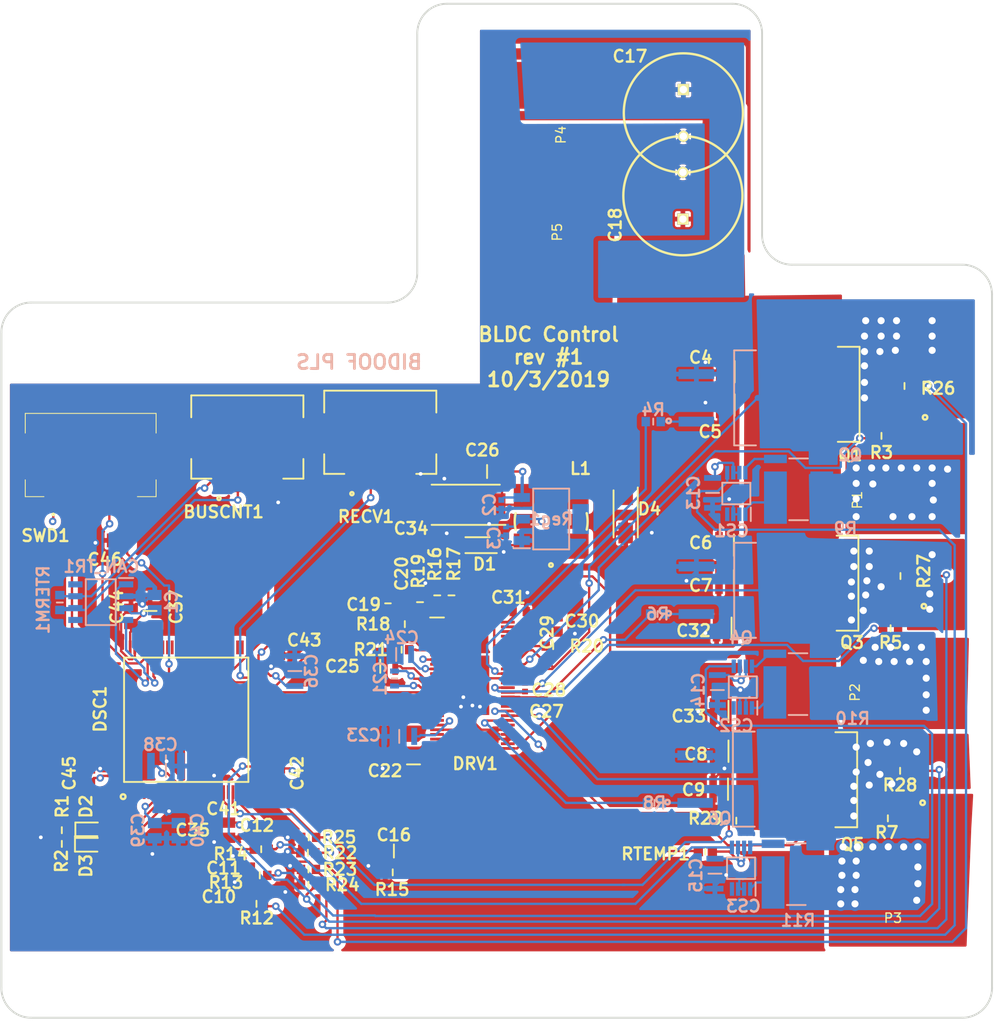
<source format=kicad_pcb>
(kicad_pcb (version 20171130) (host pcbnew 5.1.4-e60b266~84~ubuntu19.04.1)
  (title_block (title "BLDC Motor Controller") (date 2019-10-03) (rev 1) (comment 1 "Matthew Gould"))
  (layers (0 F.Cu signal) (1 In1.Cu power) (2 In2.Cu power) (31 B.Cu signal) (34 B.Paste user hide) (35 F.Paste user hide) (36 B.SilkS user hide) (37 F.SilkS user) (38 B.Mask user hide) (39 F.Mask user hide) (44 Edge.Cuts user hide))
  (net 0 "")
  (net 1 GND)
  (net 2 +5V)
  (net 3 /CAN/CAN_LO)
  (net 4 /CAN/CAN_HI)
  (net 5 +3V3)
  (net 6 SUPPLY)
  (net 7 /Motor_controller/Curr_A)
  (net 8 /Motor_controller/Curr_B)
  (net 9 /Motor_controller/Curr_C)
  (net 10 /Motor_controller/Temp_sense)
  (net 11 "Net-(C19-Pad1)")
  (net 12 "Net-(C20-Pad1)")
  (net 13 "Net-(C21-Pad2)")
  (net 14 "Net-(C21-Pad1)")
  (net 15 "Net-(C22-Pad1)")
  (net 16 "Net-(C23-Pad1)")
  (net 17 /Motor_Driver/SH_C)
  (net 18 "Net-(C27-Pad1)")
  (net 19 "Net-(C28-Pad1)")
  (net 20 /Motor_Driver/SH_B)
  (net 21 /Motor_Driver/SH_A)
  (net 22 "Net-(C29-Pad1)")
  (net 23 "Net-(C30-Pad2)")
  (net 24 "Net-(C30-Pad1)")
  (net 25 "Net-(C31-Pad2)")
  (net 26 "Net-(C36-Pad1)")
  (net 27 "Net-(C37-Pad1)")
  (net 28 /CAN/CAN_TX)
  (net 29 /CAN/CAN_RX)
  (net 30 "Net-(CAN_TR1-Pad5)")
  (net 31 "Net-(CAN_TR1-Pad8)")
  (net 32 "Net-(CS1-Pad1)")
  (net 33 "Net-(CS1-Pad4)")
  (net 34 /Power/C_A)
  (net 35 "Net-(CS1-Pad8)")
  (net 36 "Net-(CS2-Pad1)")
  (net 37 "Net-(CS2-Pad4)")
  (net 38 /Power/C_B)
  (net 39 "Net-(CS2-Pad8)")
  (net 40 "Net-(CS3-Pad8)")
  (net 41 /Power/C_C)
  (net 42 "Net-(CS3-Pad4)")
  (net 43 "Net-(CS3-Pad1)")
  (net 44 /Motor_controller/LED_Green)
  (net 45 "Net-(D2-Pad1)")
  (net 46 "Net-(D3-Pad1)")
  (net 47 /Motor_controller/LED_Red)
  (net 48 "Net-(DRV1-Pad1)")
  (net 49 "Net-(DRV1-Pad3)")
  (net 50 "Net-(DRV1-Pad5)")
  (net 51 /Motor_Driver/FAULT)
  (net 52 "Net-(DRV1-Pad7)")
  (net 53 "Net-(DRV1-Pad12)")
  (net 54 /Motor_Driver/EN_GATE)
  (net 55 /Motor_Driver/PWM_A_H)
  (net 56 /Motor_Driver/PWM_A_L)
  (net 57 /Motor_Driver/PWM_B_H)
  (net 58 /Motor_Driver/PWM_B_L)
  (net 59 /Motor_Driver/PWM_C_H)
  (net 60 /Motor_Driver/PWM_C_L)
  (net 61 "Net-(DRV1-Pad25)")
  (net 62 "Net-(DRV1-Pad26)")
  (net 63 /Motor_Driver/GL_C)
  (net 64 /Motor_Driver/GH_C)
  (net 65 /Motor_Driver/GL_B)
  (net 66 /Motor_Driver/GH_B)
  (net 67 /Motor_Driver/GL_A)
  (net 68 /Motor_Driver/GH_A)
  (net 69 "Net-(DRV1-Pad49)")
  (net 70 "Net-(DRV1-Pad55)")
  (net 71 "Net-(DSC1-Pad1)")
  (net 72 "Net-(DSC1-Pad2)")
  (net 73 "Net-(DSC1-Pad3)")
  (net 74 "Net-(DSC1-Pad4)")
  (net 75 "Net-(DSC1-Pad5)")
  (net 76 "Net-(DSC1-Pad7)")
  (net 77 "Net-(DSC1-Pad12)")
  (net 78 "Net-(DSC1-Pad13)")
  (net 79 /Motor_controller/NRST)
  (net 80 /Motor_Driver/Batt_voltage)
  (net 81 "Net-(DSC1-Pad22)")
  (net 82 /Motor_Driver/Volt_A)
  (net 83 /Motor_Driver/Volt_B)
  (net 84 "Net-(DSC1-Pad25)")
  (net 85 /Motor_Driver/Volt_C)
  (net 86 "Net-(DSC1-Pad30)")
  (net 87 "Net-(DSC1-Pad31)")
  (net 88 "Net-(DSC1-Pad32)")
  (net 89 "Net-(DSC1-Pad33)")
  (net 90 "Net-(DSC1-Pad34)")
  (net 91 "Net-(DSC1-Pad35)")
  (net 92 "Net-(DSC1-Pad36)")
  (net 93 "Net-(DSC1-Pad37)")
  (net 94 /Motor_controller/SCL)
  (net 95 /Motor_controller/SDA)
  (net 96 "Net-(DSC1-Pad51)")
  (net 97 "Net-(DSC1-Pad52)")
  (net 98 "Net-(DSC1-Pad53)")
  (net 99 "Net-(DSC1-Pad54)")
  (net 100 "Net-(DSC1-Pad55)")
  (net 101 "Net-(DSC1-Pad56)")
  (net 102 "Net-(DSC1-Pad57)")
  (net 103 "Net-(DSC1-Pad58)")
  (net 104 "Net-(DSC1-Pad59)")
  (net 105 "Net-(DSC1-Pad60)")
  (net 106 "Net-(DSC1-Pad61)")
  (net 107 "Net-(DSC1-Pad62)")
  (net 108 "Net-(DSC1-Pad63)")
  (net 109 "Net-(DSC1-Pad64)")
  (net 110 "Net-(DSC1-Pad65)")
  (net 111 "Net-(DSC1-Pad66)")
  (net 112 "Net-(DSC1-Pad67)")
  (net 113 "Net-(DSC1-Pad68)")
  (net 114 "Net-(DSC1-Pad69)")
  (net 115 /Motor_controller/SWDIO)
  (net 116 /Motor_controller/SWCLK)
  (net 117 "Net-(DSC1-Pad77)")
  (net 118 "Net-(DSC1-Pad78)")
  (net 119 "Net-(DSC1-Pad79)")
  (net 120 "Net-(DSC1-Pad80)")
  (net 121 "Net-(DSC1-Pad81)")
  (net 122 "Net-(DSC1-Pad82)")
  (net 123 "Net-(DSC1-Pad83)")
  (net 124 "Net-(DSC1-Pad84)")
  (net 125 "Net-(DSC1-Pad85)")
  (net 126 "Net-(DSC1-Pad86)")
  (net 127 "Net-(DSC1-Pad87)")
  (net 128 "Net-(DSC1-Pad88)")
  (net 129 "Net-(DSC1-Pad89)")
  (net 130 "Net-(DSC1-Pad90)")
  (net 131 "Net-(DSC1-Pad91)")
  (net 132 "Net-(DSC1-Pad92)")
  (net 133 "Net-(DSC1-Pad93)")
  (net 134 "Net-(DSC1-Pad95)")
  (net 135 "Net-(DSC1-Pad96)")
  (net 136 "Net-(DSC1-Pad97)")
  (net 137 "Net-(DSC1-Pad98)")
  (net 138 "Net-(P1-Pad1)")
  (net 139 "Net-(P2-Pad1)")
  (net 140 "Net-(P3-Pad1)")
  (net 141 "Net-(Q1-Pad1)")
  (net 142 "Net-(Q2-Pad1)")
  (net 143 "Net-(Q3-Pad1)")
  (net 144 "Net-(Q4-Pad1)")
  (net 145 "Net-(Q5-Pad1)")
  (net 146 "Net-(Q6-Pad1)")
  (net 147 "Net-(Reg1-Pad4)")
  (net 148 "Net-(C25-Pad1)")
  (net 149 "Net-(C24-Pad1)")
  (net 150 "Net-(C42-Pad2)")
  (module MountingHole:MountingHole_4.3mm_M4 (layer F.Cu) (at 132 38.8)
    (fp_text reference h2 hide)
    (fp_text value MountingHole_4.3mm_M4)
    (pad 1 np_thru_hole circle (at 0 0) (size 4.3 4.3) (drill 4.3) (layers *.Cu *.Mask))
  )
  (module MountingHole:MountingHole_4.3mm_M4 (layer F.Cu) (at 185.95 139.15)
    (fp_text reference h4 hide)
    (fp_text value MountingHole_4.3mm_M4)
    (pad 1 np_thru_hole circle (at 0 0) (size 4.3 4.3) (drill 4.3) (layers *.Cu *.Mask))
  )
  (module MountingHole:MountingHole_4.3mm_M4 (layer F.Cu) (at 88.5 139.025)
    (fp_text reference h3 hide)
    (fp_text value MountingHole_4.3mm_M4)
    (pad "" np_thru_hole circle (at 0 0.075) (size 4.3 4.3) (drill 4.3) (layers *.Cu *.Mask))
  )
  (module MountingHole:MountingHole_4.3mm_M4 (layer F.Cu) (at 89.75 71.8)
    (fp_text reference h1 hide)
    (fp_text value MountingHole_4.3mm_M4)
    (pad 1 np_thru_hole circle (at 0 0) (size 4.3 4.3) (drill 4.3) (layers *.Cu *.Mask))
  )
  (module "IRFS7730TRLPBF:D2PAK(TO-263AB)" (layer F.Cu) (at 166.779 96.58 180)
    (fp_text reference Q3 (at -8.31797 -6.35) (layer F.SilkS) (effects (font (size 1.27 1.27) (thickness 0.254))))
    (fp_text value IRFS7730TRLPBF hide)
    (pad 1 smd rect (at -13.043 -2.54 270) (size 1.05 3.8) (layers F.Cu F.Paste F.Mask) (net 143 "Net-(Q3-Pad1)"))
    (pad 2 smd rect (at -13.043 2.54 270) (size 1.05 3.8) (layers F.Cu F.Paste F.Mask) (net 20 /Motor_Driver/SH_B))
    (pad 3 smd rect (at -2.293 0 180) (size 7.9 10.75) (layers F.Cu F.Paste F.Mask) (net 6 SUPPLY))
  )
  (module "SM04B-PASS-TBT(LF)(SN):SM04B-PASS-TBT" (layer F.Cu) (at 124.615 84.896)
    (fp_text reference RECV1 (at -1.524 4.572) (layer F.SilkS) (effects (font (size 1.27 1.27) (thickness 0.254))))
    (fp_text value ALT_Control hide)
    (pad 1 smd rect (at -3 0.1) (size 1 2.7) (layers F.Cu F.Paste F.Mask) (net 94 /Motor_controller/SCL))
    (pad 2 smd rect (at -1 0.1) (size 1 2.7) (layers F.Cu F.Paste F.Mask) (net 95 /Motor_controller/SDA))
    (pad 3 smd rect (at 1 0.1) (size 1 2.7) (layers F.Cu F.Paste F.Mask) (net 2 +5V))
    (pad 4 smd rect (at 3 0.1) (size 1 2.7) (layers F.Cu F.Paste F.Mask) (net 1 GND))
    (pad 5 smd rect (at -5.35 -4.35) (size 1.8 3.8) (layers F.Cu F.Paste F.Mask))
    (pad 6 smd rect (at 5.35 -4.35) (size 1.8 3.8) (layers F.Cu F.Paste F.Mask))
  )
  (module CGA5M3X7S2A475K200AB:CAPC3225X200N (layer F.Cu) (at 162.461 96.326 180)
    (fp_text reference C7 (at 3.556 -0.508 180) (layer F.SilkS) (effects (font (size 1.27 1.27) (thickness 0.254))))
    (fp_text value 4.7u hide)
    (pad 2 smd rect (at 1.6 0 180) (size 0.81 2.82) (layers F.Cu F.Paste F.Mask) (net 1 GND))
    (pad 1 smd rect (at -1.6 0 180) (size 0.81 2.82) (layers F.Cu F.Paste F.Mask) (net 6 SUPPLY))
  )
  (module C3216X7R1H225K160AE:CAPC3216X180N (layer F.Cu) (at 124.615 105.47 180)
    (fp_text reference C25 (at 4.064 0 180) (layer F.SilkS) (effects (font (size 1.27 1.27) (thickness 0.254))))
    (fp_text value 2.2u hide)
    (pad 2 smd rect (at 1.6 0 180) (size 0.62 1.82) (layers F.Cu F.Paste F.Mask) (net 1 GND))
    (pad 1 smd rect (at -1.6 0 180) (size 0.62 1.82) (layers F.Cu F.Paste F.Mask) (net 148 "Net-(C25-Pad1)"))
  )
  (module C3216X7R1H225K160AE:CAPC3216X180N (layer B.Cu) (at 160.429 127.644 90)
    (fp_text reference C15 (at -0.178 -2.032 90) (layer B.SilkS) (effects (font (size 1.27 1.27) (thickness 0.254)) (justify mirror)))
    (fp_text value 2.2u hide)
    (pad 2 smd rect (at 1.6 0 90) (size 0.62 1.82) (layers B.Cu B.Paste B.Mask) (net 5 +3V3))
    (pad 1 smd rect (at -1.6 0 90) (size 0.62 1.82) (layers B.Cu B.Paste B.Mask) (net 1 GND))
  )
  (module AS0805KKX7R0BB104:CAPC2012X145N (layer F.Cu) (at 96.723 92.008 180)
    (fp_text reference C46 (at 1.572 -2.032 180) (layer F.SilkS) (effects (font (size 1.27 1.27) (thickness 0.254))))
    (fp_text value .1u hide)
    (pad 2 smd rect (at 0.81 0 180) (size 1.1 1.47) (layers F.Cu F.Paste F.Mask) (net 1 GND))
    (pad 1 smd rect (at -0.81 0 180) (size 1.1 1.47) (layers F.Cu F.Paste F.Mask) (net 79 /Motor_controller/NRST))
  )
  (module AS0805KKX7R0BB104:CAPC2012X145N (layer F.Cu) (at 143.411 100.946 270)
    (fp_text reference C30 (at -0.302 -2.794) (layer F.SilkS) (effects (font (size 1.27 1.27) (thickness 0.254))))
    (fp_text value 100n hide)
    (pad 2 smd rect (at 0.81 0 270) (size 1.1 1.47) (layers F.Cu F.Paste F.Mask) (net 23 "Net-(C30-Pad2)"))
    (pad 1 smd rect (at -0.81 0 270) (size 1.1 1.47) (layers F.Cu F.Paste F.Mask) (net 24 "Net-(C30-Pad1)"))
  )
  (module AS0805KKX7R0BB104:CAPC2012X145N (layer F.Cu) (at 93.373 117.202 90)
    (fp_text reference C45 (at 0.302 -2.032 90) (layer F.SilkS) (effects (font (size 1.27 1.27) (thickness 0.254))))
    (fp_text value 100n hide)
    (pad 2 smd rect (at 0.81 0 90) (size 1.1 1.47) (layers F.Cu F.Paste F.Mask) (net 1 GND))
    (pad 1 smd rect (at -0.81 0 90) (size 1.1 1.47) (layers F.Cu F.Paste F.Mask) (net 5 +3V3))
  )
  (module AS0805KKX7R0BB104:CAPC2012X145N (layer F.Cu) (at 97.945 100.136 90)
    (fp_text reference C44 (at 1.016 -1.524 90) (layer F.SilkS) (effects (font (size 1.27 1.27) (thickness 0.254))))
    (fp_text value 100n hide)
    (pad 2 smd rect (at 0.81 0 90) (size 1.1 1.47) (layers F.Cu F.Paste F.Mask) (net 1 GND))
    (pad 1 smd rect (at -0.81 0 90) (size 1.1 1.47) (layers F.Cu F.Paste F.Mask) (net 5 +3V3))
  )
  (module AS0805KKX7R0BB104:CAPC2012X145N (layer F.Cu) (at 113.693 103.438 270)
    (fp_text reference C43 (at -0.762 -2.794) (layer F.SilkS) (effects (font (size 1.27 1.27) (thickness 0.254))))
    (fp_text value 100n hide)
    (pad 2 smd rect (at 0.81 0 270) (size 1.1 1.47) (layers F.Cu F.Paste F.Mask) (net 1 GND))
    (pad 1 smd rect (at -0.81 0 270) (size 1.1 1.47) (layers F.Cu F.Paste F.Mask) (net 5 +3V3))
  )
  (module AS0805KKX7R0BB104:CAPC2012X145N (layer F.Cu) (at 113.693 117.202 270)
    (fp_text reference C42 (at -0.302 -2.032 270) (layer F.SilkS) (effects (font (size 1.27 1.27) (thickness 0.254))))
    (fp_text value 100n hide)
    (pad 1 smd rect (at -0.81 0 270) (size 1.1 1.47) (layers F.Cu F.Paste F.Mask) (net 5 +3V3))
    (pad 2 smd rect (at 0.81 0 270) (size 1.1 1.47) (layers F.Cu F.Paste F.Mask) (net 150 "Net-(C42-Pad2)"))
  )
  (module AS0805KKX7R0BB104:CAPC2012X145N (layer F.Cu) (at 108.359 122.996 270)
    (fp_text reference C41 (at -2.286 0.508) (layer F.SilkS) (effects (font (size 1.27 1.27) (thickness 0.254))))
    (fp_text value 100n hide)
    (pad 2 smd rect (at 0.81 0 270) (size 1.1 1.47) (layers F.Cu F.Paste F.Mask) (net 1 GND))
    (pad 1 smd rect (at -0.81 0 270) (size 1.1 1.47) (layers F.Cu F.Paste F.Mask) (net 5 +3V3))
  )
  (module AS0805KKX7R0BB104:CAPC2012X145N (layer B.Cu) (at 103.025 123.044 270)
    (fp_text reference C40 (at -0.048 -2.032 270) (layer B.SilkS) (effects (font (size 1.27 1.27) (thickness 0.254)) (justify mirror)))
    (fp_text value 100n hide)
    (pad 2 smd rect (at 0.81 0 270) (size 1.1 1.47) (layers B.Cu B.Paste B.Mask) (net 1 GND))
    (pad 1 smd rect (at -0.81 0 270) (size 1.1 1.47) (layers B.Cu B.Paste B.Mask) (net 5 +3V3))
  )
  (module AS0805KKX7R0BB104:CAPC2012X145N (layer B.Cu) (at 100.485 123.044 270)
    (fp_text reference C39 (at -0.048 1.778 270) (layer B.SilkS) (effects (font (size 1.27 1.27) (thickness 0.254)) (justify mirror)))
    (fp_text value 100n hide)
    (pad 1 smd rect (at -0.81 0 270) (size 1.1 1.47) (layers B.Cu B.Paste B.Mask) (net 5 +3V3))
    (pad 2 smd rect (at 0.81 0 270) (size 1.1 1.47) (layers B.Cu B.Paste B.Mask) (net 1 GND))
  )
  (module AS0805KKX7R0BB104:CAPC2012X145N (layer B.Cu) (at 100.485 98.66 90)
    (fp_text reference C1 (at 0.048 1.778 90) (layer B.SilkS) (effects (font (size 1.27 1.27) (thickness 0.254)) (justify mirror)))
    (fp_text value 100n hide)
    (pad 2 smd rect (at 0.81 0 90) (size 1.1 1.47) (layers B.Cu B.Paste B.Mask) (net 1 GND))
    (pad 1 smd rect (at -0.81 0 90) (size 1.1 1.47) (layers B.Cu B.Paste B.Mask) (net 5 +3V3))
  )
  (module "IRFS7730TRLPBF:D2PAK(TO-263AB)" (layer F.Cu) (at 166.645 117.5985 180)
    (fp_text reference Q5 (at -8.516 -6.9215) (layer F.SilkS) (effects (font (size 1.27 1.27) (thickness 0.254))))
    (fp_text value IRFS7730TRLPBF hide)
    (pad 3 smd rect (at -2.293 0 180) (size 7.9 10.75) (layers F.Cu F.Paste F.Mask) (net 6 SUPPLY))
    (pad 2 smd rect (at -13.043 2.54 270) (size 1.05 3.8) (layers F.Cu F.Paste F.Mask) (net 17 /Motor_Driver/SH_C))
    (pad 1 smd rect (at -13.043 -2.54 270) (size 1.05 3.8) (layers F.Cu F.Paste F.Mask) (net 145 "Net-(Q5-Pad1)"))
  )
  (module "IRFS7730TRLPBF:D2PAK(TO-263AB)" (layer F.Cu) (at 166.906 76.387 180)
    (fp_text reference Q1 (at -8.001 -6.477) (layer F.SilkS) (effects (font (size 1.27 1.27) (thickness 0.254))))
    (fp_text value IRFS7730TRLPBF hide)
    (pad 3 smd rect (at -2.293 0 180) (size 7.9 10.75) (layers F.Cu F.Paste F.Mask) (net 6 SUPPLY))
    (pad 2 smd rect (at -13.043 2.54 270) (size 1.05 3.8) (layers F.Cu F.Paste F.Mask) (net 21 /Motor_Driver/SH_A))
    (pad 1 smd rect (at -13.043 -2.54 270) (size 1.05 3.8) (layers F.Cu F.Paste F.Mask) (net 141 "Net-(Q1-Pad1)"))
  )
  (module "IRFS7730TRLPBF:D2PAK(TO-263AB)" (layer B.Cu) (at 171.485 97.342)
    (fp_text reference Q4 (at -8.262 5.08) (layer B.SilkS) (effects (font (size 1.27 1.27) (thickness 0.254)) (justify mirror)))
    (fp_text value IRFS7730TRLPBF hide)
    (pad 3 smd rect (at -2.293 0) (size 7.9 10.75) (layers B.Cu B.Paste B.Mask) (net 20 /Motor_Driver/SH_B))
    (pad 2 smd rect (at -13.043 -2.54 270) (size 1.05 3.8) (layers B.Cu B.Paste B.Mask) (net 1 GND))
    (pad 1 smd rect (at -13.043 2.54 270) (size 1.05 3.8) (layers B.Cu B.Paste B.Mask) (net 144 "Net-(Q4-Pad1)"))
  )
  (module WSLP@7261L000FEA:WSLP2726 (layer B.Cu) (at 169.132 127.694 180)
    (fp_text reference R11 (at -0.187 -4.954 180) (layer B.SilkS) (effects (font (size 1.27 1.27) (thickness 0.254)) (justify mirror)))
    (fp_text value .001R hide)
    (pad 4 smd rect (at 2.48 3.245 90) (size 0.89 2.44) (layers B.Cu B.Paste B.Mask) (net 40 "Net-(CS3-Pad8)"))
    (pad 3 smd rect (at 2.48 -0.89 180) (size 2.44 5.6) (layers B.Cu B.Paste B.Mask) (net 43 "Net-(CS3-Pad1)"))
    (pad 2 smd rect (at -2.48 3.245 90) (size 0.89 2.44) (layers B.Cu B.Paste B.Mask) (net 17 /Motor_Driver/SH_C))
    (pad 1 smd rect (at -2.48 -0.89 180) (size 2.44 5.6) (layers B.Cu B.Paste B.Mask) (net 140 "Net-(P3-Pad1)"))
  )
  (module "IRFS7730TRLPBF:D2PAK(TO-263AB)" (layer B.Cu) (at 171.351 117.535)
    (fp_text reference Q6 (at -10.414 4.191) (layer B.SilkS) (effects (font (size 1.27 1.27) (thickness 0.254)) (justify mirror)))
    (fp_text value IRFS7730TRLPBF hide)
    (pad 3 smd rect (at -2.293 0) (size 7.9 10.75) (layers B.Cu B.Paste B.Mask) (net 17 /Motor_Driver/SH_C))
    (pad 2 smd rect (at -13.043 -2.54 270) (size 1.05 3.8) (layers B.Cu B.Paste B.Mask) (net 1 GND))
    (pad 1 smd rect (at -13.043 2.54 270) (size 1.05 3.8) (layers B.Cu B.Paste B.Mask) (net 146 "Net-(Q6-Pad1)"))
  )
  (module "IRFS7730TRLPBF:D2PAK(TO-263AB)" (layer B.Cu) (at 171.485 76.768)
    (fp_text reference Q2 (at 3.422 6.096 180) (layer B.SilkS) (effects (font (size 1.27 1.27) (thickness 0.254)) (justify mirror)))
    (fp_text value IRFS7730TRLPBF hide)
    (pad 3 smd rect (at -2.293 0) (size 7.9 10.75) (layers B.Cu B.Paste B.Mask) (net 21 /Motor_Driver/SH_A))
    (pad 2 smd rect (at -13.043 -2.54 270) (size 1.05 3.8) (layers B.Cu B.Paste B.Mask) (net 1 GND))
    (pad 1 smd rect (at -13.043 2.54 270) (size 1.05 3.8) (layers B.Cu B.Paste B.Mask) (net 142 "Net-(Q2-Pad1)"))
  )
  (module UVR1H102MHD1TO:CAPPRD500W60D1275H2700 (layer F.Cu) (at 157.05 43.8 270)
    (fp_text reference C17 (at -3.556 5.715) (layer F.SilkS) (effects (font (size 1.27 1.27) (thickness 0.254))))
    (fp_text value 1000u hide)
    (pad 1 thru_hole rect (at 0 0) (size 1.2 1.2) (drill 0.8) (layers *.Cu *.Mask F.SilkS) (net 6 SUPPLY))
    (pad 2 thru_hole circle (at 5 0) (size 1.2 1.2) (drill 0.8) (layers *.Cu *.Mask F.SilkS) (net 1 GND))
  )
  (module Connector_Wire:SolderWirePad_1x01_SMD_5x10mm (layer F.Cu) (at 143.275 54.775 270)
    (fp_text reference P5 (at 4.275 -0.275 270) (layer F.SilkS))
    (fp_text value GND)
    (pad 1 smd rect (at 0 0 270) (size 5 10) (layers F.Cu F.Paste F.Mask) (net 1 GND))
  )
  (module UVR1H102MHD1TO:CAPPRD500W60D1275H2700 (layer F.Cu) (at 157 57.65 90)
    (fp_text reference C18 (at -0.635 -7.239 90) (layer F.SilkS) (effects (font (size 1.27 1.27) (thickness 0.254))))
    (fp_text value 1000u hide)
    (pad 1 thru_hole rect (at 0 0 180) (size 1.2 1.2) (drill 0.8) (layers *.Cu *.Mask F.SilkS) (net 6 SUPPLY))
    (pad 2 thru_hole circle (at 5 0 180) (size 1.2 1.2) (drill 0.8) (layers *.Cu *.Mask F.SilkS) (net 1 GND))
  )
  (module ERJ3RQF4R7V:RESC1608X55N (layer F.Cu) (at 180.711 75.498 180)
    (fp_text reference R26 (at -3.594 -0.254) (layer F.SilkS) (effects (font (size 1.27 1.27) (thickness 0.254))))
    (fp_text value 39k hide)
    (pad 2 smd rect (at 0.8 0 180) (size 0.9 1) (layers F.Cu F.Paste F.Mask) (net 21 /Motor_Driver/SH_A))
    (pad 1 smd rect (at -0.8 0 180) (size 0.9 1) (layers F.Cu F.Paste F.Mask) (net 82 /Motor_Driver/Volt_A))
  )
  (module WSLP@7261L000FEA:WSLP2726 (layer B.Cu) (at 169.319 107.375 180)
    (fp_text reference R10 (at -5.842 -3.683 180) (layer B.SilkS) (effects (font (size 1.27 1.27) (thickness 0.254)) (justify mirror)))
    (fp_text value .001R hide)
    (pad 4 smd rect (at 2.48 3.245 90) (size 0.89 2.44) (layers B.Cu B.Paste B.Mask) (net 39 "Net-(CS2-Pad8)"))
    (pad 3 smd rect (at 2.48 -0.89 180) (size 2.44 5.6) (layers B.Cu B.Paste B.Mask) (net 36 "Net-(CS2-Pad1)"))
    (pad 2 smd rect (at -2.48 3.245 90) (size 0.89 2.44) (layers B.Cu B.Paste B.Mask) (net 20 /Motor_Driver/SH_B))
    (pad 1 smd rect (at -2.48 -0.89 180) (size 2.44 5.6) (layers B.Cu B.Paste B.Mask) (net 139 "Net-(P2-Pad1)"))
  )
  (module ERJ3RQF4R7V:RESC1608X55N (layer F.Cu) (at 116.957 123.758)
    (fp_text reference R25 (at 3.2385 0) (layer F.SilkS) (effects (font (size 1.27 1.27) (thickness 0.254))))
    (fp_text value 2k2 hide)
    (pad 2 smd rect (at 0.8 0) (size 0.9 1) (layers F.Cu F.Paste F.Mask) (net 80 /Motor_Driver/Batt_voltage))
    (pad 1 smd rect (at -0.8 0) (size 0.9 1) (layers F.Cu F.Paste F.Mask) (net 1 GND))
  )
  (module Connector_Wire:SolderWirePad_1x01_SMD_5x10mm (layer F.Cu) (at 179.479 87.69 90)
    (fp_text reference P1 (at 0 -3.81 90) (layer F.SilkS))
    (fp_text value PH_A)
    (pad 1 smd rect (at 0 0 90) (size 5 10) (layers F.Cu F.Paste F.Mask) (net 138 "Net-(P1-Pad1)"))
  )
  (module WSLP@7261L000FEA:WSLP2726 (layer B.Cu) (at 169.379 86.546 180)
    (fp_text reference R9 (at -5.02 -4.192 180) (layer B.SilkS) (effects (font (size 1.27 1.27) (thickness 0.254)) (justify mirror)))
    (fp_text value .001R hide)
    (pad 4 smd rect (at 2.48 3.245 90) (size 0.89 2.44) (layers B.Cu B.Paste B.Mask) (net 35 "Net-(CS1-Pad8)"))
    (pad 3 smd rect (at 2.48 -0.89 180) (size 2.44 5.6) (layers B.Cu B.Paste B.Mask) (net 32 "Net-(CS1-Pad1)"))
    (pad 2 smd rect (at -2.48 3.245 90) (size 0.89 2.44) (layers B.Cu B.Paste B.Mask) (net 21 /Motor_Driver/SH_A))
    (pad 1 smd rect (at -2.48 -0.89 180) (size 2.44 5.6) (layers B.Cu B.Paste B.Mask) (net 138 "Net-(P1-Pad1)"))
  )
  (module CGA5M3X7S2A475K200AB:CAPC3225X200N (layer F.Cu) (at 161.877 110.296 180)
    (fp_text reference C33 (at 4.242 -0.508 180) (layer F.SilkS) (effects (font (size 1.27 1.27) (thickness 0.254))))
    (fp_text value 4.7u hide)
    (pad 2 smd rect (at 1.6 0 180) (size 0.81 2.82) (layers F.Cu F.Paste F.Mask) (net 1 GND))
    (pad 1 smd rect (at -1.6 0 180) (size 0.81 2.82) (layers F.Cu F.Paste F.Mask) (net 6 SUPPLY))
  )
  (module CGA5M3X7S2A475K200AB:CAPC3225X200N (layer F.Cu) (at 162.207 101.406 180)
    (fp_text reference C32 (at 4.064 -0.254 180) (layer F.SilkS) (effects (font (size 1.27 1.27) (thickness 0.254))))
    (fp_text value 4.7u hide)
    (pad 2 smd rect (at 1.6 0 180) (size 0.81 2.82) (layers F.Cu F.Paste F.Mask) (net 1 GND))
    (pad 1 smd rect (at -1.6 0 180) (size 0.81 2.82) (layers F.Cu F.Paste F.Mask) (net 6 SUPPLY))
  )
  (module CGA5M3X7S2A475K200AB:CAPC3225X200N (layer B.Cu) (at 101.679 116.138)
    (fp_text reference C38 (at -0.584 -2.286) (layer B.SilkS) (effects (font (size 1.27 1.27) (thickness 0.254)) (justify mirror)))
    (fp_text value 4.7u hide)
    (pad 1 smd rect (at -1.6 0) (size 0.81 2.82) (layers B.Cu B.Paste B.Mask) (net 5 +3V3))
    (pad 2 smd rect (at 1.6 0) (size 0.81 2.82) (layers B.Cu B.Paste B.Mask) (net 1 GND))
  )
  (module CGA5M3X7S2A475K200AB:CAPC3225X200N (layer F.Cu) (at 161.826 118.6145 180)
    (fp_text reference C9 (at 3.683 -0.0635 180) (layer F.SilkS) (effects (font (size 1.27 1.27) (thickness 0.254))))
    (fp_text value 4.7u hide)
    (pad 2 smd rect (at 1.6 0 180) (size 0.81 2.82) (layers F.Cu F.Paste F.Mask) (net 1 GND))
    (pad 1 smd rect (at -1.6 0 180) (size 0.81 2.82) (layers F.Cu F.Paste F.Mask) (net 6 SUPPLY))
  )
  (module CGA5M3X7S2A475K200AB:CAPC3225X200N (layer F.Cu) (at 161.877 114.5505 180)
    (fp_text reference C8 (at 3.48 -0.3175 180) (layer F.SilkS) (effects (font (size 1.27 1.27) (thickness 0.254))))
    (fp_text value 4.7u hide)
    (pad 2 smd rect (at 1.6 0 180) (size 0.81 2.82) (layers F.Cu F.Paste F.Mask) (net 1 GND))
    (pad 1 smd rect (at -1.6 0 180) (size 0.81 2.82) (layers F.Cu F.Paste F.Mask) (net 6 SUPPLY))
  )
  (module CGA5M3X7S2A475K200AB:CAPC3225X200N (layer F.Cu) (at 162.461 92.516 180)
    (fp_text reference C6 (at 3.556 0.254 180) (layer F.SilkS) (effects (font (size 1.27 1.27) (thickness 0.254))))
    (fp_text value 4.7u hide)
    (pad 2 smd rect (at 1.6 0 180) (size 0.81 2.82) (layers F.Cu F.Paste F.Mask) (net 1 GND))
    (pad 1 smd rect (at -1.6 0 180) (size 0.81 2.82) (layers F.Cu F.Paste F.Mask) (net 6 SUPPLY))
  )
  (module CGA5M3X7S2A475K200AB:CAPC3225X200N (layer F.Cu) (at 162.537 77.53 180)
    (fp_text reference C5 (at 2.616 -2.8575 180) (layer F.SilkS) (effects (font (size 1.27 1.27) (thickness 0.254))))
    (fp_text value 4.7u hide)
    (pad 1 smd rect (at -1.6 0 180) (size 0.81 2.82) (layers F.Cu F.Paste F.Mask) (net 6 SUPPLY))
    (pad 2 smd rect (at 1.6 0 180) (size 0.81 2.82) (layers F.Cu F.Paste F.Mask) (net 1 GND))
  )
  (module CGA5M3X7S2A475K200AB:CAPC3225X200N (layer F.Cu) (at 162.537 73.974 180)
    (fp_text reference C4 (at 3.632 1.524 180) (layer F.SilkS) (effects (font (size 1.27 1.27) (thickness 0.254))))
    (fp_text value 4.7u hide)
    (pad 1 smd rect (at -1.6 0 180) (size 0.81 2.82) (layers F.Cu F.Paste F.Mask) (net 6 SUPPLY))
    (pad 2 smd rect (at 1.6 0 180) (size 0.81 2.82) (layers F.Cu F.Paste F.Mask) (net 1 GND))
  )
  (module GRM155C91C105ME11J:CAPC1005X55N (layer F.Cu) (at 142.347 104.708)
    (fp_text reference C29 (at 0.127 -2.8575 90) (layer F.SilkS) (effects (font (size 1.27 1.27) (thickness 0.254))))
    (fp_text value 220n hide)
    (pad 2 smd rect (at 0.46 0) (size 0.6 0.62) (layers F.Cu F.Paste F.Mask) (net 21 /Motor_Driver/SH_A))
    (pad 1 smd rect (at -0.46 0) (size 0.6 0.62) (layers F.Cu F.Paste F.Mask) (net 22 "Net-(C29-Pad1)"))
  )
  (module GRM155C91C105ME11J:CAPC1005X55N (layer F.Cu) (at 140.109 107.708 270)
    (fp_text reference C28 (at 0.302 -2.54) (layer F.SilkS) (effects (font (size 1.27 1.27) (thickness 0.254))))
    (fp_text value 220n hide)
    (pad 2 smd rect (at 0.46 0 270) (size 0.6 0.62) (layers F.Cu F.Paste F.Mask) (net 20 /Motor_Driver/SH_B))
    (pad 1 smd rect (at -0.46 0 270) (size 0.6 0.62) (layers F.Cu F.Paste F.Mask) (net 19 "Net-(C28-Pad1)"))
  )
  (module GRM155C91C105ME11J:CAPC1005X55N (layer F.Cu) (at 140.109 110.248 270)
    (fp_text reference C27 (at 0.048 -2.286) (layer F.SilkS) (effects (font (size 1.27 1.27) (thickness 0.254))))
    (fp_text value 220n hide)
    (pad 2 smd rect (at 0.46 0 270) (size 0.6 0.62) (layers F.Cu F.Paste F.Mask) (net 17 /Motor_Driver/SH_C))
    (pad 1 smd rect (at -0.46 0 270) (size 0.6 0.62) (layers F.Cu F.Paste F.Mask) (net 18 "Net-(C27-Pad1)"))
  )
  (module GRM155C91C105ME11J:CAPC1005X55N (layer B.Cu) (at 138.077 90.992 270)
    (fp_text reference C3 (at 0.762 1.27 270) (layer B.SilkS) (effects (font (size 1.27 1.27) (thickness 0.254)) (justify mirror)))
    (fp_text value 1u hide)
    (pad 2 smd rect (at 0.46 0 270) (size 0.6 0.62) (layers B.Cu B.Paste B.Mask) (net 1 GND))
    (pad 1 smd rect (at -0.46 0 270) (size 0.6 0.62) (layers B.Cu B.Paste B.Mask) (net 5 +3V3))
  )
  (module GRM155C91C105ME11J:CAPC1005X55N (layer B.Cu) (at 137.569 88.15 270)
    (fp_text reference C2 (at 0.048 1.27 270) (layer B.SilkS) (effects (font (size 1.27 1.27) (thickness 0.254)) (justify mirror)))
    (fp_text value 1u hide)
    (pad 2 smd rect (at 0.46 0 270) (size 0.6 0.62) (layers B.Cu B.Paste B.Mask) (net 1 GND))
    (pad 1 smd rect (at -0.46 0 270) (size 0.6 0.62) (layers B.Cu B.Paste B.Mask) (net 2 +5V))
  )
  (module C0603C121J5GACTU:CAPC1608X87N (layer F.Cu) (at 126.901 98.739 90)
    (fp_text reference C20 (at 3.175 0 90) (layer F.SilkS) (effects (font (size 1.27 1.27) (thickness 0.254))))
    (fp_text value 120p hide)
    (pad 2 smd rect (at 0.7 0 90) (size 0.78 0.98) (layers F.Cu F.Paste F.Mask) (net 1 GND))
    (pad 1 smd rect (at -0.7 0 90) (size 0.78 0.98) (layers F.Cu F.Paste F.Mask) (net 12 "Net-(C20-Pad1)"))
  )
  (module C0603C121J5GACTU:CAPC1608X87N (layer F.Cu) (at 139.539 99.628 180)
    (fp_text reference C31 (at 1.208 1.524 180) (layer F.SilkS) (effects (font (size 1.27 1.27) (thickness 0.254))))
    (fp_text value 15n hide)
    (pad 2 smd rect (at 0.7 0 180) (size 0.78 0.98) (layers F.Cu F.Paste F.Mask) (net 25 "Net-(C31-Pad2)"))
    (pad 1 smd rect (at -0.7 0 180) (size 0.78 0.98) (layers F.Cu F.Paste F.Mask) (net 1 GND))
  )
  (module CGA3E2C7R1H223K080AA:CAPC1608X90N (layer F.Cu) (at 125.4405 98.739 90)
    (fp_text reference C19 (at -0.127 -2.6035 180) (layer F.SilkS) (effects (font (size 1.27 1.27) (thickness 0.254))))
    (fp_text value 6.8n hide)
    (pad 2 smd rect (at 0.8 0 90) (size 0.54 0.94) (layers F.Cu F.Paste F.Mask) (net 1 GND))
    (pad 1 smd rect (at -0.8 0 90) (size 0.54 0.94) (layers F.Cu F.Paste F.Mask) (net 11 "Net-(C19-Pad1)"))
  )
  (module CGA3E2C7R1H223K080AA:CAPC1608X90N (layer B.Cu) (at 126.139 106.778 270)
    (fp_text reference C21 (at 0 1.524 270) (layer B.SilkS) (effects (font (size 1.27 1.27) (thickness 0.254)) (justify mirror)))
    (fp_text value 22n hide)
    (pad 2 smd rect (at 0.8 0 270) (size 0.54 0.94) (layers B.Cu B.Paste B.Mask) (net 13 "Net-(C21-Pad2)"))
    (pad 1 smd rect (at -0.8 0 270) (size 0.54 0.94) (layers B.Cu B.Paste B.Mask) (net 14 "Net-(C21-Pad1)"))
  )
  (module C3216X7R1H225K160AE:CAPC3216X180N (layer F.Cu) (at 136.045 84.642 180)
    (fp_text reference C26 (at 0.508 2.286 180) (layer F.SilkS) (effects (font (size 1.27 1.27) (thickness 0.254))))
    (fp_text value 2.2u hide)
    (pad 2 smd rect (at 1.6 0 180) (size 0.62 1.82) (layers F.Cu F.Paste F.Mask) (net 1 GND))
    (pad 1 smd rect (at -1.6 0 180) (size 0.62 1.82) (layers F.Cu F.Paste F.Mask) (net 2 +5V))
  )
  (module C3216X7R1H225K160AE:CAPC3216X180N (layer F.Cu) (at 128.171 115.96 270)
    (fp_text reference C22 (at 0.686 3.048) (layer F.SilkS) (effects (font (size 1.27 1.27) (thickness 0.254))))
    (fp_text value 2.2u hide)
    (pad 2 smd rect (at 1.6 0 270) (size 0.62 1.82) (layers F.Cu F.Paste F.Mask) (net 1 GND))
    (pad 1 smd rect (at -1.6 0 270) (size 0.62 1.82) (layers F.Cu F.Paste F.Mask) (net 15 "Net-(C22-Pad1)"))
  )
  (module C3216X7R1H225K160AE:CAPC3216X180N (layer B.Cu) (at 126.647 112.963 180)
    (fp_text reference C23 (at 3.81 0.127 180) (layer B.SilkS) (effects (font (size 1.27 1.27) (thickness 0.254)) (justify mirror)))
    (fp_text value 2.2u hide)
    (pad 2 smd rect (at 1.6 0 180) (size 0.62 1.82) (layers B.Cu B.Paste B.Mask) (net 1 GND))
    (pad 1 smd rect (at -1.6 0 180) (size 0.62 1.82) (layers B.Cu B.Paste B.Mask) (net 16 "Net-(C23-Pad1)"))
  )
  (module C3216X7R1H225K160AE:CAPC3216X180N (layer B.Cu) (at 126.317 104.2 180)
    (fp_text reference C24 (at -0.584 1.778 180) (layer B.SilkS) (effects (font (size 1.27 1.27) (thickness 0.254)) (justify mirror)))
    (fp_text value 2.2u hide)
    (pad 2 smd rect (at 1.6 0 180) (size 0.62 1.82) (layers B.Cu B.Paste B.Mask) (net 1 GND))
    (pad 1 smd rect (at -1.6 0 180) (size 0.62 1.82) (layers B.Cu B.Paste B.Mask) (net 149 "Net-(C24-Pad1)"))
  )
  (module 875015119003:CAPPM7343X200N (layer F.Cu) (at 133.759 88.198 180)
    (fp_text reference C34 (at 5.842 -2.54 180) (layer F.SilkS) (effects (font (size 1.27 1.27) (thickness 0.254))))
    (fp_text value 100u hide)
    (pad 2 smd rect (at 3.1 0 180) (size 2.3 2.45) (layers F.Cu F.Paste F.Mask) (net 1 GND))
    (pad 1 smd rect (at -3.1 0 180) (size 2.3 2.45) (layers F.Cu F.Paste F.Mask) (net 2 +5V))
  )
  (module ERJ3RQF4R7V:RESC1608X55N (layer F.Cu) (at 116.9315 127.187)
    (fp_text reference R23 (at 3.3655 0) (layer F.SilkS) (effects (font (size 1.27 1.27) (thickness 0.254))))
    (fp_text value 2k2 hide)
    (pad 2 smd rect (at 0.8 0) (size 0.9 1) (layers F.Cu F.Paste F.Mask) (net 83 /Motor_Driver/Volt_B))
    (pad 1 smd rect (at -0.8 0) (size 0.9 1) (layers F.Cu F.Paste F.Mask) (net 1 GND))
  )
  (module ERJ3RQF4R7V:RESC1608X55N (layer F.Cu) (at 127.244 100.9615 180)
    (fp_text reference R18 (at 3.391 0 180) (layer F.SilkS) (effects (font (size 1.27 1.27) (thickness 0.254))))
    (fp_text value 15k hide)
    (pad 2 smd rect (at 0.8 0 180) (size 0.9 1) (layers F.Cu F.Paste F.Mask) (net 11 "Net-(C19-Pad1)"))
    (pad 1 smd rect (at -0.8 0 180) (size 0.9 1) (layers F.Cu F.Paste F.Mask) (net 12 "Net-(C20-Pad1)"))
  )
  (module ERJ3RQF4R7V:RESC1608X55N (layer F.Cu) (at 132.235 97.888 270)
    (fp_text reference R17 (at -3.34 -0.254 270) (layer F.SilkS) (effects (font (size 1.27 1.27) (thickness 0.254))))
    (fp_text value 18k hide)
    (pad 1 smd rect (at -0.8 0 270) (size 0.9 1) (layers F.Cu F.Paste F.Mask) (net 2 +5V))
    (pad 2 smd rect (at 0.8 0 270) (size 0.9 1) (layers F.Cu F.Paste F.Mask) (net 49 "Net-(DRV1-Pad3)"))
  )
  (module ERJ3RQF4R7V:RESC1608X55N (layer F.Cu) (at 130.711 97.888 90)
    (fp_text reference R16 (at 3.34 -0.254 90) (layer F.SilkS) (effects (font (size 1.27 1.27) (thickness 0.254))))
    (fp_text value 3.3K hide)
    (pad 1 smd rect (at -0.8 0 90) (size 0.9 1) (layers F.Cu F.Paste F.Mask) (net 49 "Net-(DRV1-Pad3)"))
    (pad 2 smd rect (at 0.8 0 90) (size 0.9 1) (layers F.Cu F.Paste F.Mask) (net 1 GND))
  )
  (module ERJ3RQF4R7V:RESC1608X55N (layer F.Cu) (at 143.119 103.311)
    (fp_text reference R20 (at 3.594 0) (layer F.SilkS) (effects (font (size 1.27 1.27) (thickness 0.254))))
    (fp_text value 1M hide)
    (pad 1 smd rect (at -0.8 0) (size 0.9 1) (layers F.Cu F.Paste F.Mask) (net 69 "Net-(DRV1-Pad49)"))
    (pad 2 smd rect (at 0.8 0) (size 0.9 1) (layers F.Cu F.Paste F.Mask) (net 1 GND))
  )
  (module ERJ3RQF4R7V:RESC1608X55N (layer F.Cu) (at 126.901 103.692 180)
    (fp_text reference R21 (at 3.302 0 180) (layer F.SilkS) (effects (font (size 1.27 1.27) (thickness 0.254))))
    (fp_text value 10k hide)
    (pad 1 smd rect (at -0.8 0 180) (size 0.9 1) (layers F.Cu F.Paste F.Mask) (net 52 "Net-(DRV1-Pad7)"))
    (pad 2 smd rect (at 0.8 0 180) (size 0.9 1) (layers F.Cu F.Paste F.Mask) (net 1 GND))
  )
  (module ERJ3RQF4R7V:RESC1608X55N (layer F.Cu) (at 116.868 125.409)
    (fp_text reference R22 (at 3.429 0) (layer F.SilkS) (effects (font (size 1.27 1.27) (thickness 0.254))))
    (fp_text value 2k2 hide)
    (pad 2 smd rect (at 0.8 0) (size 0.9 1) (layers F.Cu F.Paste F.Mask) (net 82 /Motor_Driver/Volt_A))
    (pad 1 smd rect (at -0.8 0) (size 0.9 1) (layers F.Cu F.Paste F.Mask) (net 1 GND))
  )
  (module ERJ3RQF4R7V:RESC1608X55N (layer F.Cu) (at 128.8695 98.612 90)
    (fp_text reference R19 (at 3.302 -0.1905 90) (layer F.SilkS) (effects (font (size 1.27 1.27) (thickness 0.254))))
    (fp_text value 220k hide)
    (pad 1 smd rect (at -0.8 0 90) (size 0.9 1) (layers F.Cu F.Paste F.Mask) (net 48 "Net-(DRV1-Pad1)"))
    (pad 2 smd rect (at 0.8 0 90) (size 0.9 1) (layers F.Cu F.Paste F.Mask) (net 1 GND))
  )
  (module ERJ3RQF4R7V:RESC1608X55N (layer F.Cu) (at 180.279 95.818 180)
    (fp_text reference R27 (at -2.502 0.508 90) (layer F.SilkS) (effects (font (size 1.27 1.27) (thickness 0.254))))
    (fp_text value 39k hide)
    (pad 2 smd rect (at 0.8 0 180) (size 0.9 1) (layers F.Cu F.Paste F.Mask) (net 20 /Motor_Driver/SH_B))
    (pad 1 smd rect (at -0.8 0 180) (size 0.9 1) (layers F.Cu F.Paste F.Mask) (net 83 /Motor_Driver/Volt_B))
  )
  (module ERJ3RQF4R7V:RESC1608X55N (layer F.Cu) (at 180.241 116.646 180)
    (fp_text reference R28 (at 0 -1.524) (layer F.SilkS) (effects (font (size 1.27 1.27) (thickness 0.254))))
    (fp_text value 39k hide)
    (pad 2 smd rect (at 0.8 0 180) (size 0.9 1) (layers F.Cu F.Paste F.Mask) (net 17 /Motor_Driver/SH_C))
    (pad 1 smd rect (at -0.8 0 180) (size 0.9 1) (layers F.Cu F.Paste F.Mask) (net 85 /Motor_Driver/Volt_C))
  )
  (module ERJ3RQF4R7V:RESC1608X55N (layer F.Cu) (at 162.715 121.98)
    (fp_text reference R29 (at -3.302 -0.254) (layer F.SilkS) (effects (font (size 1.27 1.27) (thickness 0.254))))
    (fp_text value 39k hide)
    (pad 2 smd rect (at 0.8 0) (size 0.9 1) (layers F.Cu F.Paste F.Mask) (net 6 SUPPLY))
    (pad 1 smd rect (at -0.8 0) (size 0.9 1) (layers F.Cu F.Paste F.Mask) (net 80 /Motor_Driver/Batt_voltage))
  )
  (module ERJ3RQF4R7V:RESC1608X55N (layer F.Cu) (at 116.9315 128.838)
    (fp_text reference R24 (at 3.6195 0) (layer F.SilkS) (effects (font (size 1.27 1.27) (thickness 0.254))))
    (fp_text value 2k2 hide)
    (pad 2 smd rect (at 0.8 0) (size 0.9 1) (layers F.Cu F.Paste F.Mask) (net 85 /Motor_Driver/Volt_C))
    (pad 1 smd rect (at -0.8 0) (size 0.9 1) (layers F.Cu F.Paste F.Mask) (net 1 GND))
  )
  (module SDR0805-220ML:SDR0805-121KL (layer F.Cu) (at 142.903 89.976 180)
    (fp_text reference L1 (at -3.147 5.648 180) (layer F.SilkS) (effects (font (size 1.27 1.27) (thickness 0.254))))
    (fp_text value 22u hide)
    (pad 2 smd rect (at 0 2.65 270) (size 2.7 8) (layers F.Cu F.Paste F.Mask) (net 2 +5V))
    (pad 1 smd rect (at 0 -2.65 270) (size 2.7 8) (layers F.Cu F.Paste F.Mask) (net 23 "Net-(C30-Pad2)"))
  )
  (module PMEG6020ER:SODFL3517X110N (layer F.Cu) (at 135.029 92.516 180)
    (fp_text reference D1 (at -0.762 -2.032 180) (layer F.SilkS) (effects (font (size 1.27 1.27) (thickness 0.254))))
    (fp_text value PMEG6020ER,115 hide)
    (pad 2 smd rect (at 1.6 0 270) (size 1.08 0.92) (layers F.Cu F.Paste F.Mask) (net 1 GND))
    (pad 1 smd rect (at -1.6 0 270) (size 1.08 0.92) (layers F.Cu F.Paste F.Mask) (net 23 "Net-(C30-Pad2)"))
  )
  (module TC2117:SOT230P700X180-4N (layer B.Cu) (at 142.903 89.722)
    (fp_text reference Reg1 (at 0 0) (layer B.SilkS) (effects (font (size 1.27 1.27) (thickness 0.254)) (justify mirror)))
    (fp_text value TC2117 hide)
    (pad 4 smd rect (at 3.15 0) (size 1.75 3.2) (layers B.Cu B.Paste B.Mask) (net 147 "Net-(Reg1-Pad4)"))
    (pad 3 smd rect (at -3.15 -2.3 270) (size 0.95 1.75) (layers B.Cu B.Paste B.Mask) (net 2 +5V))
    (pad 2 smd rect (at -3.15 0 270) (size 0.95 1.75) (layers B.Cu B.Paste B.Mask) (net 5 +3V3))
    (pad 1 smd rect (at -3.15 2.3 270) (size 0.95 1.75) (layers B.Cu B.Paste B.Mask) (net 1 GND))
  )
  (module GRM155C91C105ME11J:CAPC1005X55N (layer F.Cu) (at 106.835 122.694 270)
    (fp_text reference C35 (at 0.302 2.286) (layer F.SilkS) (effects (font (size 1.27 1.27) (thickness 0.254))))
    (fp_text value 1u hide)
    (pad 2 smd rect (at 0.46 0 270) (size 0.6 0.62) (layers F.Cu F.Paste F.Mask) (net 1 GND))
    (pad 1 smd rect (at -0.46 0 270) (size 0.6 0.62) (layers F.Cu F.Paste F.Mask) (net 5 +3V3))
  )
  (module GRM155C91C105ME11J:CAPC1005X55N (layer F.Cu) (at 110.693 123.758 180)
    (fp_text reference C12 (at -0.714 1.27) (layer F.SilkS) (effects (font (size 1.27 1.27) (thickness 0.254))))
    (fp_text value 4.7n hide)
    (pad 2 smd rect (at 0.46 0 180) (size 0.6 0.62) (layers F.Cu F.Paste F.Mask) (net 1 GND))
    (pad 1 smd rect (at -0.46 0 180) (size 0.6 0.62) (layers F.Cu F.Paste F.Mask) (net 9 /Motor_controller/Curr_C))
  )
  (module GRM155C91C105ME11J:CAPC1005X55N (layer F.Cu) (at 110.4545 126.7552 180)
    (fp_text reference C11 (at 2.6035 -0.3048) (layer F.SilkS) (effects (font (size 1.27 1.27) (thickness 0.254))))
    (fp_text value 4.7n hide)
    (pad 2 smd rect (at 0.46 0 180) (size 0.6 0.62) (layers F.Cu F.Paste F.Mask) (net 1 GND))
    (pad 1 smd rect (at -0.46 0 180) (size 0.6 0.62) (layers F.Cu F.Paste F.Mask) (net 8 /Motor_controller/Curr_B))
  )
  (module GRM155C91C105ME11J:CAPC1005X55N (layer F.Cu) (at 110.137 129.6 180)
    (fp_text reference C10 (at 2.794 -0.508) (layer F.SilkS) (effects (font (size 1.27 1.27) (thickness 0.254))))
    (fp_text value 4.7n hide)
    (pad 2 smd rect (at 0.46 0 180) (size 0.6 0.62) (layers F.Cu F.Paste F.Mask) (net 1 GND))
    (pad 1 smd rect (at -0.46 0 180) (size 0.6 0.62) (layers F.Cu F.Paste F.Mask) (net 7 /Motor_controller/Curr_A))
  )
  (module "SM05B-PASS-TBT(LF)(SN):SM05BPASSTBTLFSN" (layer F.Cu) (at 93.627 83.88)
    (fp_text reference SWD1 (at -4.826 7.62) (layer F.SilkS) (effects (font (size 1.27 1.27) (thickness 0.254))))
    (fp_text value SWD hide)
    (pad 1 smd rect (at -4 3.65) (size 1 2.7) (layers F.Cu F.Paste F.Mask) (net 5 +3V3))
    (pad 2 smd rect (at -2 3.65) (size 1 2.7) (layers F.Cu F.Paste F.Mask) (net 116 /Motor_controller/SWCLK))
    (pad 3 smd rect (at 0 3.65) (size 1 2.7) (layers F.Cu F.Paste F.Mask) (net 1 GND))
    (pad 4 smd rect (at 2 3.65) (size 1 2.7) (layers F.Cu F.Paste F.Mask) (net 115 /Motor_controller/SWDIO))
    (pad 5 smd rect (at 4 3.65) (size 1 2.7) (layers F.Cu F.Paste F.Mask) (net 79 /Motor_controller/NRST))
    (pad 6 smd rect (at -6.35 -0.8) (size 1.8 3.8) (layers F.Cu F.Paste F.Mask))
    (pad 7 smd rect (at 6.35 -0.8) (size 1.8 3.8) (layers F.Cu F.Paste F.Mask))
  )
  (module ERJ3RQF4R7V:RESC1608X55N (layer B.Cu) (at 90.325 98.65 90)
    (fp_text reference RTERM1 (at 0.292 -1.778 270) (layer B.SilkS) (effects (font (size 1.27 1.27) (thickness 0.254)) (justify mirror)))
    (fp_text value 120R hide)
    (pad 2 smd rect (at 0.8 0 90) (size 0.9 1) (layers B.Cu B.Paste B.Mask) (net 4 /CAN/CAN_HI))
    (pad 1 smd rect (at -0.8 0 90) (size 0.9 1) (layers B.Cu B.Paste B.Mask) (net 3 /CAN/CAN_LO))
  )
  (module NCP18XH103F03RB:THRMC1608X95N (layer F.Cu) (at 159.401 125.282 180)
    (fp_text reference RTEMP1 (at 5.322 -0.254 180) (layer F.SilkS) (effects (font (size 1.27 1.27) (thickness 0.254))))
    (fp_text value "NTC 10k" hide)
    (pad 2 smd rect (at 0.75 0 270) (size 1 1) (layers F.Cu F.Paste F.Mask) (net 10 /Motor_controller/Temp_sense))
    (pad 1 smd rect (at -0.75 0 270) (size 1 1) (layers F.Cu F.Paste F.Mask) (net 5 +3V3))
  )
  (module ERJ3RQF4R7V:RESC1608X55N (layer F.Cu) (at 125.9485 127.5045 180)
    (fp_text reference R15 (at 0.0635 -1.8415 180) (layer F.SilkS) (effects (font (size 1.27 1.27) (thickness 0.254))))
    (fp_text value 10k hide)
    (pad 2 smd rect (at 0.8 0 180) (size 0.9 1) (layers F.Cu F.Paste F.Mask) (net 1 GND))
    (pad 1 smd rect (at -0.8 0 180) (size 0.9 1) (layers F.Cu F.Paste F.Mask) (net 10 /Motor_controller/Temp_sense))
  )
  (module ERJ3RQF4R7V:RESC1608X55N (layer F.Cu) (at 111.877 125.028 180)
    (fp_text reference R14 (at 3.264 -0.508) (layer F.SilkS) (effects (font (size 1.27 1.27) (thickness 0.25))))
    (fp_text value 100R hide)
    (pad 2 smd rect (at 0.8 0 180) (size 0.9 1) (layers F.Cu F.Paste F.Mask) (net 9 /Motor_controller/Curr_C))
    (pad 1 smd rect (at -0.8 0 180) (size 0.9 1) (layers F.Cu F.Paste F.Mask) (net 41 /Power/C_C))
  )
  (module ERJ3RQF4R7V:RESC1608X55N (layer F.Cu) (at 111.7245 127.822 180)
    (fp_text reference R13 (at 3.6195 -0.762 180) (layer F.SilkS) (effects (font (size 1.27 1.27) (thickness 0.254))))
    (fp_text value 100R hide)
    (pad 2 smd rect (at 0.8 0 180) (size 0.9 1) (layers F.Cu F.Paste F.Mask) (net 8 /Motor_controller/Curr_B))
    (pad 1 smd rect (at -0.8 0 180) (size 0.9 1) (layers F.Cu F.Paste F.Mask) (net 38 /Power/C_B))
  )
  (module ERJ3RQF4R7V:RESC1608X55N (layer F.Cu) (at 111.369 130.87 180)
    (fp_text reference R12 (at -0.038 -1.524 180) (layer F.SilkS) (effects (font (size 1.27 1.27) (thickness 0.254))))
    (fp_text value 100R hide)
    (pad 2 smd rect (at 0.8 0 180) (size 0.9 1) (layers F.Cu F.Paste F.Mask) (net 7 /Motor_controller/Curr_A))
    (pad 1 smd rect (at -0.8 0 180) (size 0.9 1) (layers F.Cu F.Paste F.Mask) (net 34 /Power/C_A))
  )
  (module ERJ3RQF4R7V:RESC1608X55N (layer B.Cu) (at 153.952 120.075)
    (fp_text reference R8 (at 0 0) (layer B.SilkS) (effects (font (size 1.27 1.27) (thickness 0.254)) (justify mirror)))
    (fp_text value 4.7R hide)
    (pad 2 smd rect (at 0.8 0) (size 0.9 1) (layers B.Cu B.Paste B.Mask) (net 146 "Net-(Q6-Pad1)"))
    (pad 1 smd rect (at -0.8 0) (size 0.9 1) (layers B.Cu B.Paste B.Mask) (net 63 /Motor_Driver/GL_C))
  )
  (module ERJ3RQF4R7V:RESC1608X55N (layer F.Cu) (at 178.933 121.726)
    (fp_text reference R7 (at -0.127 1.524) (layer F.SilkS) (effects (font (size 1.27 1.27) (thickness 0.254))))
    (fp_text value 4.7R hide)
    (pad 1 smd rect (at -0.8 0) (size 0.9 1) (layers F.Cu F.Paste F.Mask) (net 64 /Motor_Driver/GH_C))
    (pad 2 smd rect (at 0.8 0) (size 0.9 1) (layers F.Cu F.Paste F.Mask) (net 145 "Net-(Q5-Pad1)"))
  )
  (module ERJ3RQF4R7V:RESC1608X55N (layer B.Cu) (at 154.295 99.882)
    (fp_text reference R6 (at 0 0) (layer B.SilkS) (effects (font (size 1.27 1.27) (thickness 0.254)) (justify mirror)))
    (fp_text value 4.7R hide)
    (pad 2 smd rect (at 0.8 0) (size 0.9 1) (layers B.Cu B.Paste B.Mask) (net 144 "Net-(Q4-Pad1)"))
    (pad 1 smd rect (at -0.8 0) (size 0.9 1) (layers B.Cu B.Paste B.Mask) (net 65 /Motor_Driver/GL_B))
  )
  (module ERJ3RQF4R7V:RESC1608X55N (layer F.Cu) (at 179.225 101.406)
    (fp_text reference R5 (at 0 1.524) (layer F.SilkS) (effects (font (size 1.27 1.27) (thickness 0.254))))
    (fp_text value 4.7R hide)
    (pad 2 smd rect (at 0.8 0) (size 0.9 1) (layers F.Cu F.Paste F.Mask) (net 143 "Net-(Q3-Pad1)"))
    (pad 1 smd rect (at -0.8 0) (size 0.9 1) (layers F.Cu F.Paste F.Mask) (net 66 /Motor_Driver/GH_B))
  )
  (module ERJ3RQF4R7V:RESC1608X55N (layer B.Cu) (at 153.825 79.308)
    (fp_text reference R4 (at 0 -1.27) (layer B.SilkS) (effects (font (size 1.27 1.27) (thickness 0.254)) (justify mirror)))
    (fp_text value 4.7R hide)
    (pad 2 smd rect (at 0.8 0) (size 0.9 1) (layers B.Cu B.Paste B.Mask) (net 142 "Net-(Q2-Pad1)"))
    (pad 1 smd rect (at -0.8 0) (size 0.9 1) (layers B.Cu B.Paste B.Mask) (net 67 /Motor_Driver/GL_A))
  )
  (module ERJ3RQF4R7V:RESC1608X55N (layer F.Cu) (at 178.247 80.832)
    (fp_text reference R3 (at 0 1.778) (layer F.SilkS) (effects (font (size 1.27 1.27) (thickness 0.254))))
    (fp_text value 4.7R hide)
    (pad 2 smd rect (at 0.8 0) (size 0.9 1) (layers F.Cu F.Paste F.Mask) (net 141 "Net-(Q1-Pad1)"))
    (pad 1 smd rect (at -0.8 0) (size 0.9 1) (layers F.Cu F.Paste F.Mask) (net 68 /Motor_Driver/GH_A))
  )
  (module ERJ3RQF4R7V:RESC1608X55N (layer F.Cu) (at 90.541 124.459108)
    (fp_text reference R2 (at -0.038 1.838892 270) (layer F.SilkS) (effects (font (size 1.27 1.27) (thickness 0.254))))
    (fp_text value 100R hide)
    (pad 2 smd rect (at 0.8 0) (size 0.9 1) (layers F.Cu F.Paste F.Mask) (net 46 "Net-(D3-Pad1)"))
    (pad 1 smd rect (at -0.8 0) (size 0.9 1) (layers F.Cu F.Paste F.Mask) (net 1 GND))
  )
  (module ERJ3RQF4R7V:RESC1608X55N (layer F.Cu) (at 90.541 122.996)
    (fp_text reference R1 (at 0.038 -2.54 270) (layer F.SilkS) (effects (font (size 1.27 1.27) (thickness 0.254))))
    (fp_text value 100R hide)
    (pad 2 smd rect (at 0.8 0) (size 0.9 1) (layers F.Cu F.Paste F.Mask) (net 45 "Net-(D2-Pad1)"))
    (pad 1 smd rect (at -0.8 0) (size 0.9 1) (layers F.Cu F.Paste F.Mask) (net 1 GND))
  )
  (module Connector_Wire:SolderWirePad_1x01_SMD_5x10mm (layer F.Cu) (at 143.525 43.35 90)
    (fp_text reference P4 (at -5.3 0.425 90) (layer F.SilkS))
    (fp_text value SUPPLY)
    (pad 1 smd rect (at 0 0 90) (size 5 10) (layers F.Cu F.Paste F.Mask) (net 6 SUPPLY))
  )
  (module Connector_Wire:SolderWirePad_1x01_SMD_5x10mm (layer F.Cu) (at 178.5265 128.711 270)
    (fp_text reference P3 (at 3.683 -0.9525) (layer F.SilkS))
    (fp_text value PH_C)
    (pad 1 smd rect (at 0 0 270) (size 5 10) (layers F.Cu F.Paste F.Mask) (net 140 "Net-(P3-Pad1)"))
  )
  (module Connector_Wire:SolderWirePad_1x01_SMD_5x10mm (layer F.Cu) (at 179.225 108.264 90)
    (fp_text reference P2 (at 0 -3.81 90) (layer F.SilkS))
    (fp_text value PH_B)
    (pad 1 smd rect (at 0 0 90) (size 5 10) (layers F.Cu F.Paste F.Mask) (net 139 "Net-(P2-Pad1)"))
  )
  (module STM32F765VIT6:QFP50P1600X1600X160-100N (layer F.Cu) (at 103.8505 111.185 90)
    (fp_text reference DSC1 (at 1.143 -9.2075 90) (layer F.SilkS) (effects (font (size 1.27 1.27) (thickness 0.254))))
    (fp_text value STM32F765VIT6 hide)
    (pad 1 smd rect (at -7.738 -6 180) (size 0.3 1.475) (layers F.Cu F.Paste F.Mask) (net 71 "Net-(DSC1-Pad1)"))
    (pad 2 smd rect (at -7.738 -5.5 180) (size 0.3 1.475) (layers F.Cu F.Paste F.Mask) (net 72 "Net-(DSC1-Pad2)"))
    (pad 3 smd rect (at -7.738 -5 180) (size 0.3 1.475) (layers F.Cu F.Paste F.Mask) (net 73 "Net-(DSC1-Pad3)"))
    (pad 4 smd rect (at -7.738 -4.5 180) (size 0.3 1.475) (layers F.Cu F.Paste F.Mask) (net 74 "Net-(DSC1-Pad4)"))
    (pad 5 smd rect (at -7.738 -4 180) (size 0.3 1.475) (layers F.Cu F.Paste F.Mask) (net 75 "Net-(DSC1-Pad5)"))
    (pad 6 smd rect (at -7.738 -3.5 180) (size 0.3 1.475) (layers F.Cu F.Paste F.Mask) (net 5 +3V3))
    (pad 7 smd rect (at -7.738 -3 180) (size 0.3 1.475) (layers F.Cu F.Paste F.Mask) (net 76 "Net-(DSC1-Pad7)"))
    (pad 8 smd rect (at -7.738 -2.5 180) (size 0.3 1.475) (layers F.Cu F.Paste F.Mask) (net 44 /Motor_controller/LED_Green))
    (pad 9 smd rect (at -7.738 -2 180) (size 0.3 1.475) (layers F.Cu F.Paste F.Mask) (net 47 /Motor_controller/LED_Red))
    (pad 10 smd rect (at -7.738 -1.5 180) (size 0.3 1.475) (layers F.Cu F.Paste F.Mask) (net 1 GND))
    (pad 11 smd rect (at -7.738 -1 180) (size 0.3 1.475) (layers F.Cu F.Paste F.Mask) (net 5 +3V3))
    (pad 12 smd rect (at -7.738 -0.5 180) (size 0.3 1.475) (layers F.Cu F.Paste F.Mask) (net 77 "Net-(DSC1-Pad12)"))
    (pad 13 smd rect (at -7.738 0 180) (size 0.3 1.475) (layers F.Cu F.Paste F.Mask) (net 78 "Net-(DSC1-Pad13)"))
    (pad 14 smd rect (at -7.738 0.5 180) (size 0.3 1.475) (layers F.Cu F.Paste F.Mask) (net 79 /Motor_controller/NRST))
    (pad 15 smd rect (at -7.738 1 180) (size 0.3 1.475) (layers F.Cu F.Paste F.Mask) (net 7 /Motor_controller/Curr_A))
    (pad 16 smd rect (at -7.738 1.5 180) (size 0.3 1.475) (layers F.Cu F.Paste F.Mask) (net 8 /Motor_controller/Curr_B))
    (pad 17 smd rect (at -7.738 2 180) (size 0.3 1.475) (layers F.Cu F.Paste F.Mask) (net 9 /Motor_controller/Curr_C))
    (pad 18 smd rect (at -7.738 2.5 180) (size 0.3 1.475) (layers F.Cu F.Paste F.Mask) (net 80 /Motor_Driver/Batt_voltage))
    (pad 19 smd rect (at -7.738 3 180) (size 0.3 1.475) (layers F.Cu F.Paste F.Mask) (net 1 GND))
    (pad 20 smd rect (at -7.738 3.5 180) (size 0.3 1.475) (layers F.Cu F.Paste F.Mask) (net 5 +3V3))
    (pad 21 smd rect (at -7.738 4 180) (size 0.3 1.475) (layers F.Cu F.Paste F.Mask) (net 5 +3V3))
    (pad 22 smd rect (at -7.738 4.5 180) (size 0.3 1.475) (layers F.Cu F.Paste F.Mask) (net 81 "Net-(DSC1-Pad22)"))
    (pad 23 smd rect (at -7.738 5 180) (size 0.3 1.475) (layers F.Cu F.Paste F.Mask) (net 82 /Motor_Driver/Volt_A))
    (pad 24 smd rect (at -7.738 5.5 180) (size 0.3 1.475) (layers F.Cu F.Paste F.Mask) (net 83 /Motor_Driver/Volt_B))
    (pad 25 smd rect (at -7.738 6 180) (size 0.3 1.475) (layers F.Cu F.Paste F.Mask) (net 84 "Net-(DSC1-Pad25)"))
    (pad 26 smd rect (at -6 7.738 90) (size 0.3 1.475) (layers F.Cu F.Paste F.Mask) (net 150 "Net-(C42-Pad2)"))
    (pad 27 smd rect (at -5.5 7.738 90) (size 0.3 1.475) (layers F.Cu F.Paste F.Mask) (net 5 +3V3))
    (pad 28 smd rect (at -5 7.738 90) (size 0.3 1.475) (layers F.Cu F.Paste F.Mask) (net 85 /Motor_Driver/Volt_C))
    (pad 29 smd rect (at -4.5 7.738 90) (size 0.3 1.475) (layers F.Cu F.Paste F.Mask) (net 10 /Motor_controller/Temp_sense))
    (pad 30 smd rect (at -4 7.738 90) (size 0.3 1.475) (layers F.Cu F.Paste F.Mask) (net 86 "Net-(DSC1-Pad30)"))
    (pad 31 smd rect (at -3.5 7.738 90) (size 0.3 1.475) (layers F.Cu F.Paste F.Mask) (net 87 "Net-(DSC1-Pad31)"))
    (pad 32 smd rect (at -3 7.738 90) (size 0.3 1.475) (layers F.Cu F.Paste F.Mask) (net 88 "Net-(DSC1-Pad32)"))
    (pad 33 smd rect (at -2.5 7.738 90) (size 0.3 1.475) (layers F.Cu F.Paste F.Mask) (net 89 "Net-(DSC1-Pad33)"))
    (pad 34 smd rect (at -2 7.738 90) (size 0.3 1.475) (layers F.Cu F.Paste F.Mask) (net 90 "Net-(DSC1-Pad34)"))
    (pad 35 smd rect (at -1.5 7.738 90) (size 0.3 1.475) (layers F.Cu F.Paste F.Mask) (net 91 "Net-(DSC1-Pad35)"))
    (pad 36 smd rect (at -1 7.738 90) (size 0.3 1.475) (layers F.Cu F.Paste F.Mask) (net 92 "Net-(DSC1-Pad36)"))
    (pad 37 smd rect (at -0.5 7.738 90) (size 0.3 1.475) (layers F.Cu F.Paste F.Mask) (net 93 "Net-(DSC1-Pad37)"))
    (pad 38 smd rect (at 0 7.738 90) (size 0.3 1.475) (layers F.Cu F.Paste F.Mask) (net 60 /Motor_Driver/PWM_C_L))
    (pad 39 smd rect (at 0.5 7.738 90) (size 0.3 1.475) (layers F.Cu F.Paste F.Mask) (net 59 /Motor_Driver/PWM_C_H))
    (pad 40 smd rect (at 1 7.738 90) (size 0.3 1.475) (layers F.Cu F.Paste F.Mask) (net 58 /Motor_Driver/PWM_B_L))
    (pad 41 smd rect (at 1.5 7.738 90) (size 0.3 1.475) (layers F.Cu F.Paste F.Mask) (net 57 /Motor_Driver/PWM_B_H))
    (pad 42 smd rect (at 2 7.738 90) (size 0.3 1.475) (layers F.Cu F.Paste F.Mask) (net 56 /Motor_Driver/PWM_A_L))
    (pad 43 smd rect (at 2.5 7.738 90) (size 0.3 1.475) (layers F.Cu F.Paste F.Mask) (net 55 /Motor_Driver/PWM_A_H))
    (pad 44 smd rect (at 3 7.738 90) (size 0.3 1.475) (layers F.Cu F.Paste F.Mask) (net 54 /Motor_Driver/EN_GATE))
    (pad 45 smd rect (at 3.5 7.738 90) (size 0.3 1.475) (layers F.Cu F.Paste F.Mask) (net 51 /Motor_Driver/FAULT))
    (pad 46 smd rect (at 4 7.738 90) (size 0.3 1.475) (layers F.Cu F.Paste F.Mask) (net 94 /Motor_controller/SCL))
    (pad 47 smd rect (at 4.5 7.738 90) (size 0.3 1.475) (layers F.Cu F.Paste F.Mask) (net 95 /Motor_controller/SDA))
    (pad 48 smd rect (at 5 7.738 90) (size 0.3 1.475) (layers F.Cu F.Paste F.Mask) (net 26 "Net-(C36-Pad1)"))
    (pad 49 smd rect (at 5.5 7.738 90) (size 0.3 1.475) (layers F.Cu F.Paste F.Mask) (net 1 GND))
    (pad 50 smd rect (at 6 7.738 90) (size 0.3 1.475) (layers F.Cu F.Paste F.Mask) (net 5 +3V3))
    (pad 51 smd rect (at 7.738 6 180) (size 0.3 1.475) (layers F.Cu F.Paste F.Mask) (net 96 "Net-(DSC1-Pad51)"))
    (pad 52 smd rect (at 7.738 5.5 180) (size 0.3 1.475) (layers F.Cu F.Paste F.Mask) (net 97 "Net-(DSC1-Pad52)"))
    (pad 53 smd rect (at 7.738 5 180) (size 0.3 1.475) (layers F.Cu F.Paste F.Mask) (net 98 "Net-(DSC1-Pad53)"))
    (pad 54 smd rect (at 7.738 4.5 180) (size 0.3 1.475) (layers F.Cu F.Paste F.Mask) (net 99 "Net-(DSC1-Pad54)"))
    (pad 55 smd rect (at 7.738 4 180) (size 0.3 1.475) (layers F.Cu F.Paste F.Mask) (net 100 "Net-(DSC1-Pad55)"))
    (pad 56 smd rect (at 7.738 3.5 180) (size 0.3 1.475) (layers F.Cu F.Paste F.Mask) (net 101 "Net-(DSC1-Pad56)"))
    (pad 57 smd rect (at 7.738 3 180) (size 0.3 1.475) (layers F.Cu F.Paste F.Mask) (net 102 "Net-(DSC1-Pad57)"))
    (pad 58 smd rect (at 7.738 2.5 180) (size 0.3 1.475) (layers F.Cu F.Paste F.Mask) (net 103 "Net-(DSC1-Pad58)"))
    (pad 59 smd rect (at 7.738 2 180) (size 0.3 1.475) (layers F.Cu F.Paste F.Mask) (net 104 "Net-(DSC1-Pad59)"))
    (pad 60 smd rect (at 7.738 1.5 180) (size 0.3 1.475) (layers F.Cu F.Paste F.Mask) (net 105 "Net-(DSC1-Pad60)"))
    (pad 61 smd rect (at 7.738 1 180) (size 0.3 1.475) (layers F.Cu F.Paste F.Mask) (net 106 "Net-(DSC1-Pad61)"))
    (pad 62 smd rect (at 7.738 0.5 180) (size 0.3 1.475) (layers F.Cu F.Paste F.Mask) (net 107 "Net-(DSC1-Pad62)"))
    (pad 63 smd rect (at 7.738 0 180) (size 0.3 1.475) (layers F.Cu F.Paste F.Mask) (net 108 "Net-(DSC1-Pad63)"))
    (pad 64 smd rect (at 7.738 -0.5 180) (size 0.3 1.475) (layers F.Cu F.Paste F.Mask) (net 109 "Net-(DSC1-Pad64)"))
    (pad 65 smd rect (at 7.738 -1 180) (size 0.3 1.475) (layers F.Cu F.Paste F.Mask) (net 110 "Net-(DSC1-Pad65)"))
    (pad 66 smd rect (at 7.738 -1.5 180) (size 0.3 1.475) (layers F.Cu F.Paste F.Mask) (net 111 "Net-(DSC1-Pad66)"))
    (pad 67 smd rect (at 7.738 -2 180) (size 0.3 1.475) (layers F.Cu F.Paste F.Mask) (net 112 "Net-(DSC1-Pad67)"))
    (pad 68 smd rect (at 7.738 -2.5 180) (size 0.3 1.475) (layers F.Cu F.Paste F.Mask) (net 113 "Net-(DSC1-Pad68)"))
    (pad 69 smd rect (at 7.738 -3 180) (size 0.3 1.475) (layers F.Cu F.Paste F.Mask) (net 114 "Net-(DSC1-Pad69)"))
    (pad 70 smd rect (at 7.738 -3.5 180) (size 0.3 1.475) (layers F.Cu F.Paste F.Mask) (net 29 /CAN/CAN_RX))
    (pad 71 smd rect (at 7.738 -4 180) (size 0.3 1.475) (layers F.Cu F.Paste F.Mask) (net 28 /CAN/CAN_TX))
    (pad 72 smd rect (at 7.738 -4.5 180) (size 0.3 1.475) (layers F.Cu F.Paste F.Mask) (net 115 /Motor_controller/SWDIO))
    (pad 73 smd rect (at 7.738 -5 180) (size 0.3 1.475) (layers F.Cu F.Paste F.Mask) (net 27 "Net-(C37-Pad1)"))
    (pad 74 smd rect (at 7.738 -5.5 180) (size 0.3 1.475) (layers F.Cu F.Paste F.Mask) (net 1 GND))
    (pad 75 smd rect (at 7.738 -6 180) (size 0.3 1.475) (layers F.Cu F.Paste F.Mask) (net 5 +3V3))
    (pad 76 smd rect (at 6 -7.738 90) (size 0.3 1.475) (layers F.Cu F.Paste F.Mask) (net 116 /Motor_controller/SWCLK))
    (pad 77 smd rect (at 5.5 -7.738 90) (size 0.3 1.475) (layers F.Cu F.Paste F.Mask) (net 117 "Net-(DSC1-Pad77)"))
    (pad 78 smd rect (at 5 -7.738 90) (size 0.3 1.475) (layers F.Cu F.Paste F.Mask) (net 118 "Net-(DSC1-Pad78)"))
    (pad 79 smd rect (at 4.5 -7.738 90) (size 0.3 1.475) (layers F.Cu F.Paste F.Mask) (net 119 "Net-(DSC1-Pad79)"))
    (pad 80 smd rect (at 4 -7.738 90) (size 0.3 1.475) (layers F.Cu F.Paste F.Mask) (net 120 "Net-(DSC1-Pad80)"))
    (pad 81 smd rect (at 3.5 -7.738 90) (size 0.3 1.475) (layers F.Cu F.Paste F.Mask) (net 121 "Net-(DSC1-Pad81)"))
    (pad 82 smd rect (at 3 -7.738 90) (size 0.3 1.475) (layers F.Cu F.Paste F.Mask) (net 122 "Net-(DSC1-Pad82)"))
    (pad 83 smd rect (at 2.5 -7.738 90) (size 0.3 1.475) (layers F.Cu F.Paste F.Mask) (net 123 "Net-(DSC1-Pad83)"))
    (pad 84 smd rect (at 2 -7.738 90) (size 0.3 1.475) (layers F.Cu F.Paste F.Mask) (net 124 "Net-(DSC1-Pad84)"))
    (pad 85 smd rect (at 1.5 -7.738 90) (size 0.3 1.475) (layers F.Cu F.Paste F.Mask) (net 125 "Net-(DSC1-Pad85)"))
    (pad 86 smd rect (at 1 -7.738 90) (size 0.3 1.475) (layers F.Cu F.Paste F.Mask) (net 126 "Net-(DSC1-Pad86)"))
    (pad 87 smd rect (at 0.5 -7.738 90) (size 0.3 1.475) (layers F.Cu F.Paste F.Mask) (net 127 "Net-(DSC1-Pad87)"))
    (pad 88 smd rect (at 0 -7.738 90) (size 0.3 1.475) (layers F.Cu F.Paste F.Mask) (net 128 "Net-(DSC1-Pad88)"))
    (pad 89 smd rect (at -0.5 -7.738 90) (size 0.3 1.475) (layers F.Cu F.Paste F.Mask) (net 129 "Net-(DSC1-Pad89)"))
    (pad 90 smd rect (at -1 -7.738 90) (size 0.3 1.475) (layers F.Cu F.Paste F.Mask) (net 130 "Net-(DSC1-Pad90)"))
    (pad 91 smd rect (at -1.5 -7.738 90) (size 0.3 1.475) (layers F.Cu F.Paste F.Mask) (net 131 "Net-(DSC1-Pad91)"))
    (pad 92 smd rect (at -2 -7.738 90) (size 0.3 1.475) (layers F.Cu F.Paste F.Mask) (net 132 "Net-(DSC1-Pad92)"))
    (pad 93 smd rect (at -2.5 -7.738 90) (size 0.3 1.475) (layers F.Cu F.Paste F.Mask) (net 133 "Net-(DSC1-Pad93)"))
    (pad 94 smd rect (at -3 -7.738 90) (size 0.3 1.475) (layers F.Cu F.Paste F.Mask) (net 1 GND))
    (pad 95 smd rect (at -3.5 -7.738 90) (size 0.3 1.475) (layers F.Cu F.Paste F.Mask) (net 134 "Net-(DSC1-Pad95)"))
    (pad 96 smd rect (at -4 -7.738 90) (size 0.3 1.475) (layers F.Cu F.Paste F.Mask) (net 135 "Net-(DSC1-Pad96)"))
    (pad 97 smd rect (at -4.5 -7.738 90) (size 0.3 1.475) (layers F.Cu F.Paste F.Mask) (net 136 "Net-(DSC1-Pad97)"))
    (pad 98 smd rect (at -5 -7.738 90) (size 0.3 1.475) (layers F.Cu F.Paste F.Mask) (net 137 "Net-(DSC1-Pad98)"))
    (pad 99 smd rect (at -5.5 -7.738 90) (size 0.3 1.475) (layers F.Cu F.Paste F.Mask) (net 1 GND))
    (pad 100 smd rect (at -6 -7.738 90) (size 0.3 1.475) (layers F.Cu F.Paste F.Mask) (net 5 +3V3))
  )
  (module DRV8302DCAR:SOP50P810X120-57N (layer F.Cu) (at 134.477327 107.502)
    (fp_text reference DRV1 (at 0.297673 8.382) (layer F.SilkS) (effects (font (size 1.27 1.27) (thickness 0.254))))
    (fp_text value DRV8302 hide)
    (pad 1 smd rect (at -3.788 -6.75 90) (size 0.3 1.475) (layers F.Cu F.Paste F.Mask) (net 48 "Net-(DRV1-Pad1)"))
    (pad 2 smd rect (at -3.788 -6.25 90) (size 0.3 1.475) (layers F.Cu F.Paste F.Mask) (net 12 "Net-(C20-Pad1)"))
    (pad 3 smd rect (at -3.788 -5.75 90) (size 0.3 1.475) (layers F.Cu F.Paste F.Mask) (net 49 "Net-(DRV1-Pad3)"))
    (pad 4 smd rect (at -3.788 -5.25 90) (size 0.3 1.475) (layers F.Cu F.Paste F.Mask) (net 1 GND))
    (pad 5 smd rect (at -3.788 -4.75 90) (size 0.3 1.475) (layers F.Cu F.Paste F.Mask) (net 50 "Net-(DRV1-Pad5)"))
    (pad 6 smd rect (at -3.788 -4.25 90) (size 0.3 1.475) (layers F.Cu F.Paste F.Mask) (net 51 /Motor_Driver/FAULT))
    (pad 7 smd rect (at -3.788 -3.75 90) (size 0.3 1.475) (layers F.Cu F.Paste F.Mask) (net 52 "Net-(DRV1-Pad7)"))
    (pad 8 smd rect (at -3.788 -3.25 90) (size 0.3 1.475) (layers F.Cu F.Paste F.Mask) (net 1 GND))
    (pad 9 smd rect (at -3.788 -2.75 90) (size 0.3 1.475) (layers F.Cu F.Paste F.Mask) (net 5 +3V3))
    (pad 10 smd rect (at -3.788 -2.25 90) (size 0.3 1.475) (layers F.Cu F.Paste F.Mask) (net 1 GND))
    (pad 11 smd rect (at -3.788 -1.75 90) (size 0.3 1.475) (layers F.Cu F.Paste F.Mask) (net 149 "Net-(C24-Pad1)"))
    (pad 12 smd rect (at -3.788 -1.25 90) (size 0.3 1.475) (layers F.Cu F.Paste F.Mask) (net 53 "Net-(DRV1-Pad12)"))
    (pad 13 smd rect (at -3.788 -0.75 90) (size 0.3 1.475) (layers F.Cu F.Paste F.Mask) (net 148 "Net-(C25-Pad1)"))
    (pad 14 smd rect (at -3.788 -0.25 90) (size 0.3 1.475) (layers F.Cu F.Paste F.Mask) (net 14 "Net-(C21-Pad1)"))
    (pad 15 smd rect (at -3.788 0.25 90) (size 0.3 1.475) (layers F.Cu F.Paste F.Mask) (net 13 "Net-(C21-Pad2)"))
    (pad 16 smd rect (at -3.788 0.75 90) (size 0.3 1.475) (layers F.Cu F.Paste F.Mask) (net 54 /Motor_Driver/EN_GATE))
    (pad 17 smd rect (at -3.788 1.25 90) (size 0.3 1.475) (layers F.Cu F.Paste F.Mask) (net 55 /Motor_Driver/PWM_A_H))
    (pad 18 smd rect (at -3.788 1.75 90) (size 0.3 1.475) (layers F.Cu F.Paste F.Mask) (net 56 /Motor_Driver/PWM_A_L))
    (pad 19 smd rect (at -3.788 2.25 90) (size 0.3 1.475) (layers F.Cu F.Paste F.Mask) (net 57 /Motor_Driver/PWM_B_H))
    (pad 20 smd rect (at -3.788 2.75 90) (size 0.3 1.475) (layers F.Cu F.Paste F.Mask) (net 58 /Motor_Driver/PWM_B_L))
    (pad 21 smd rect (at -3.788 3.25 90) (size 0.3 1.475) (layers F.Cu F.Paste F.Mask) (net 59 /Motor_Driver/PWM_C_H))
    (pad 22 smd rect (at -3.788 3.75 90) (size 0.3 1.475) (layers F.Cu F.Paste F.Mask) (net 60 /Motor_Driver/PWM_C_L))
    (pad 23 smd rect (at -3.788 4.25 90) (size 0.3 1.475) (layers F.Cu F.Paste F.Mask) (net 16 "Net-(C23-Pad1)"))
    (pad 24 smd rect (at -3.788 4.75 90) (size 0.3 1.475) (layers F.Cu F.Paste F.Mask) (net 1 GND))
    (pad 25 smd rect (at -3.788 5.25 90) (size 0.3 1.475) (layers F.Cu F.Paste F.Mask) (net 61 "Net-(DRV1-Pad25)"))
    (pad 26 smd rect (at -3.788 5.75 90) (size 0.3 1.475) (layers F.Cu F.Paste F.Mask) (net 62 "Net-(DRV1-Pad26)"))
    (pad 27 smd rect (at -3.788 6.25 90) (size 0.3 1.475) (layers F.Cu F.Paste F.Mask) (net 15 "Net-(C22-Pad1)"))
    (pad 28 smd rect (at -3.788 6.75 90) (size 0.3 1.475) (layers F.Cu F.Paste F.Mask) (net 1 GND))
    (pad 29 smd rect (at 3.788 6.75 90) (size 0.3 1.475) (layers F.Cu F.Paste F.Mask) (net 6 SUPPLY))
    (pad 30 smd rect (at 3.788 6.25 90) (size 0.3 1.475) (layers F.Cu F.Paste F.Mask) (net 1 GND))
    (pad 31 smd rect (at 3.788 5.75 90) (size 0.3 1.475) (layers F.Cu F.Paste F.Mask) (net 1 GND))
    (pad 32 smd rect (at 3.788 5.25 90) (size 0.3 1.475) (layers F.Cu F.Paste F.Mask) (net 1 GND))
    (pad 33 smd rect (at 3.788 4.75 90) (size 0.3 1.475) (layers F.Cu F.Paste F.Mask) (net 1 GND))
    (pad 34 smd rect (at 3.788 4.25 90) (size 0.3 1.475) (layers F.Cu F.Paste F.Mask) (net 1 GND))
    (pad 35 smd rect (at 3.788 3.75 90) (size 0.3 1.475) (layers F.Cu F.Paste F.Mask) (net 63 /Motor_Driver/GL_C))
    (pad 36 smd rect (at 3.788 3.25 90) (size 0.3 1.475) (layers F.Cu F.Paste F.Mask) (net 17 /Motor_Driver/SH_C))
    (pad 37 smd rect (at 3.788 2.75 90) (size 0.3 1.475) (layers F.Cu F.Paste F.Mask) (net 64 /Motor_Driver/GH_C))
    (pad 38 smd rect (at 3.788 2.25 90) (size 0.3 1.475) (layers F.Cu F.Paste F.Mask) (net 18 "Net-(C27-Pad1)"))
    (pad 39 smd rect (at 3.788 1.75 90) (size 0.3 1.475) (layers F.Cu F.Paste F.Mask) (net 1 GND))
    (pad 40 smd rect (at 3.788 1.25 90) (size 0.3 1.475) (layers F.Cu F.Paste F.Mask) (net 65 /Motor_Driver/GL_B))
    (pad 41 smd rect (at 3.788 0.75 90) (size 0.3 1.475) (layers F.Cu F.Paste F.Mask) (net 20 /Motor_Driver/SH_B))
    (pad 42 smd rect (at 3.788 0.25 90) (size 0.3 1.475) (layers F.Cu F.Paste F.Mask) (net 66 /Motor_Driver/GH_B))
    (pad 43 smd rect (at 3.788 -0.25 90) (size 0.3 1.475) (layers F.Cu F.Paste F.Mask) (net 19 "Net-(C28-Pad1)"))
    (pad 44 smd rect (at 3.788 -0.75 90) (size 0.3 1.475) (layers F.Cu F.Paste F.Mask) (net 1 GND))
    (pad 45 smd rect (at 3.788 -1.25 90) (size 0.3 1.475) (layers F.Cu F.Paste F.Mask) (net 67 /Motor_Driver/GL_A))
    (pad 46 smd rect (at 3.788 -1.75 90) (size 0.3 1.475) (layers F.Cu F.Paste F.Mask) (net 21 /Motor_Driver/SH_A))
    (pad 47 smd rect (at 3.788 -2.25 90) (size 0.3 1.475) (layers F.Cu F.Paste F.Mask) (net 68 /Motor_Driver/GH_A))
    (pad 48 smd rect (at 3.788 -2.75 90) (size 0.3 1.475) (layers F.Cu F.Paste F.Mask) (net 22 "Net-(C29-Pad1)"))
    (pad 49 smd rect (at 3.788 -3.25 90) (size 0.3 1.475) (layers F.Cu F.Paste F.Mask) (net 69 "Net-(DRV1-Pad49)"))
    (pad 50 smd rect (at 3.788 -3.75 90) (size 0.3 1.475) (layers F.Cu F.Paste F.Mask) (net 23 "Net-(C30-Pad2)"))
    (pad 51 smd rect (at 3.788 -4.25 90) (size 0.3 1.475) (layers F.Cu F.Paste F.Mask) (net 23 "Net-(C30-Pad2)"))
    (pad 52 smd rect (at 3.788 -4.75 90) (size 0.3 1.475) (layers F.Cu F.Paste F.Mask) (net 24 "Net-(C30-Pad1)"))
    (pad 53 smd rect (at 3.788 -5.25 90) (size 0.3 1.475) (layers F.Cu F.Paste F.Mask) (net 6 SUPPLY))
    (pad 54 smd rect (at 3.788 -5.75 90) (size 0.3 1.475) (layers F.Cu F.Paste F.Mask) (net 6 SUPPLY))
    (pad 55 smd rect (at 3.788 -6.25 90) (size 0.3 1.475) (layers F.Cu F.Paste F.Mask) (net 70 "Net-(DRV1-Pad55)"))
    (pad 56 smd rect (at 3.788 -6.75 90) (size 0.3 1.475) (layers F.Cu F.Paste F.Mask) (net 25 "Net-(C31-Pad2)"))
    (pad 57 smd rect (at 0 0) (size 3.61 6.35) (layers F.Cu F.Paste F.Mask) (net 1 GND))
  )
  (module LTST-C191KRKT:LEDC1608X55N (layer F.Cu) (at 93.548497 124.459108)
    (fp_text reference D3 (at -0.429497 2.346892 270) (layer F.SilkS) (effects (font (size 1.27 1.27) (thickness 0.254))))
    (fp_text value Red hide)
    (pad 2 smd rect (at 0.8 0) (size 0.9 0.95) (layers F.Cu F.Paste F.Mask) (net 47 /Motor_controller/LED_Red))
    (pad 1 smd rect (at -0.8 0) (size 0.9 0.95) (layers F.Cu F.Paste F.Mask) (net 46 "Net-(D3-Pad1)"))
  )
  (module LTST-C191KRKT:LEDC1608X55N (layer F.Cu) (at 93.589 122.996)
    (fp_text reference D2 (at -0.47 -2.54 270) (layer F.SilkS) (effects (font (size 1.27 1.27) (thickness 0.254))))
    (fp_text value Green hide)
    (pad 2 smd rect (at 0.8 0) (size 0.9 0.95) (layers F.Cu F.Paste F.Mask) (net 44 /Motor_controller/LED_Green))
    (pad 1 smd rect (at -0.8 0) (size 0.9 0.95) (layers F.Cu F.Paste F.Mask) (net 45 "Net-(D2-Pad1)"))
  )
  (module AD8418ABRMZ:SOP65P490X110-8N (layer B.Cu) (at 163.223 127.06 90)
    (fp_text reference CS3 (at -4.064 0.254 180) (layer B.SilkS) (effects (font (size 1.27 1.27) (thickness 0.254)) (justify mirror)))
    (fp_text value AD8418ABRMZ hide)
    (pad 8 smd rect (at 2.225 0.975) (size 0.45 1.45) (layers B.Cu B.Paste B.Mask) (net 40 "Net-(CS3-Pad8)"))
    (pad 7 smd rect (at 2.225 0.325) (size 0.45 1.45) (layers B.Cu B.Paste B.Mask) (net 5 +3V3))
    (pad 6 smd rect (at 2.225 -0.325) (size 0.45 1.45) (layers B.Cu B.Paste B.Mask) (net 5 +3V3))
    (pad 5 smd rect (at 2.225 -0.975) (size 0.45 1.45) (layers B.Cu B.Paste B.Mask) (net 41 /Power/C_C))
    (pad 4 smd rect (at -2.225 -0.975) (size 0.45 1.45) (layers B.Cu B.Paste B.Mask) (net 42 "Net-(CS3-Pad4)"))
    (pad 3 smd rect (at -2.225 -0.325) (size 0.45 1.45) (layers B.Cu B.Paste B.Mask) (net 1 GND))
    (pad 2 smd rect (at -2.225 0.325) (size 0.45 1.45) (layers B.Cu B.Paste B.Mask) (net 1 GND))
    (pad 1 smd rect (at -2.225 0.975) (size 0.45 1.45) (layers B.Cu B.Paste B.Mask) (net 43 "Net-(CS3-Pad1)"))
  )
  (module AD8418ABRMZ:SOP65P490X110-8N (layer B.Cu) (at 163.4135 107.695 90)
    (fp_text reference CS2 (at -4.125 -0.6985 180) (layer B.SilkS) (effects (font (size 1.27 1.27) (thickness 0.254)) (justify mirror)))
    (fp_text value AD8418ABRMZ hide)
    (pad 8 smd rect (at 2.225 0.975) (size 0.45 1.45) (layers B.Cu B.Paste B.Mask) (net 39 "Net-(CS2-Pad8)"))
    (pad 7 smd rect (at 2.225 0.325) (size 0.45 1.45) (layers B.Cu B.Paste B.Mask) (net 5 +3V3))
    (pad 6 smd rect (at 2.225 -0.325) (size 0.45 1.45) (layers B.Cu B.Paste B.Mask) (net 5 +3V3))
    (pad 5 smd rect (at 2.225 -0.975) (size 0.45 1.45) (layers B.Cu B.Paste B.Mask) (net 38 /Power/C_B))
    (pad 4 smd rect (at -2.225 -0.975) (size 0.45 1.45) (layers B.Cu B.Paste B.Mask) (net 37 "Net-(CS2-Pad4)"))
    (pad 3 smd rect (at -2.225 -0.325) (size 0.45 1.45) (layers B.Cu B.Paste B.Mask) (net 1 GND))
    (pad 2 smd rect (at -2.225 0.325) (size 0.45 1.45) (layers B.Cu B.Paste B.Mask) (net 1 GND))
    (pad 1 smd rect (at -2.225 0.975) (size 0.45 1.45) (layers B.Cu B.Paste B.Mask) (net 36 "Net-(CS2-Pad1)"))
  )
  (module AD8418ABRMZ:SOP65P490X110-8N (layer B.Cu) (at 162.715 86.9915 90)
    (fp_text reference CS1 (at -4.0005 -0.508 180) (layer B.SilkS) (effects (font (size 1.27 1.27) (thickness 0.254)) (justify mirror)))
    (fp_text value AD8418ABRMZ hide)
    (pad 8 smd rect (at 2.225 0.975) (size 0.45 1.45) (layers B.Cu B.Paste B.Mask) (net 35 "Net-(CS1-Pad8)"))
    (pad 7 smd rect (at 2.225 0.325) (size 0.45 1.45) (layers B.Cu B.Paste B.Mask) (net 5 +3V3))
    (pad 6 smd rect (at 2.225 -0.325) (size 0.45 1.45) (layers B.Cu B.Paste B.Mask) (net 5 +3V3))
    (pad 5 smd rect (at 2.225 -0.975) (size 0.45 1.45) (layers B.Cu B.Paste B.Mask) (net 34 /Power/C_A))
    (pad 4 smd rect (at -2.225 -0.975) (size 0.45 1.45) (layers B.Cu B.Paste B.Mask) (net 33 "Net-(CS1-Pad4)"))
    (pad 3 smd rect (at -2.225 -0.325) (size 0.45 1.45) (layers B.Cu B.Paste B.Mask) (net 1 GND))
    (pad 2 smd rect (at -2.225 0.325) (size 0.45 1.45) (layers B.Cu B.Paste B.Mask) (net 1 GND))
    (pad 1 smd rect (at -2.225 0.975) (size 0.45 1.45) (layers B.Cu B.Paste B.Mask) (net 32 "Net-(CS1-Pad1)"))
  )
  (module SN65HVD232DR:SOIC127P600X175-8N (layer B.Cu) (at 94.7065 98.612 180)
    (fp_text reference CAN_TR1 (at -0.0635 3.81 180) (layer B.SilkS) (effects (font (size 1.27 1.27) (thickness 0.254)) (justify mirror)))
    (fp_text value SN65HVD232DR hide)
    (pad 8 smd rect (at 2.712 1.905 90) (size 0.65 1.525) (layers B.Cu B.Paste B.Mask) (net 31 "Net-(CAN_TR1-Pad8)"))
    (pad 7 smd rect (at 2.712 0.635 90) (size 0.65 1.525) (layers B.Cu B.Paste B.Mask) (net 4 /CAN/CAN_HI))
    (pad 6 smd rect (at 2.712 -0.635 90) (size 0.65 1.525) (layers B.Cu B.Paste B.Mask) (net 3 /CAN/CAN_LO))
    (pad 5 smd rect (at 2.712 -1.905 90) (size 0.65 1.525) (layers B.Cu B.Paste B.Mask) (net 30 "Net-(CAN_TR1-Pad5)"))
    (pad 4 smd rect (at -2.712 -1.905 90) (size 0.65 1.525) (layers B.Cu B.Paste B.Mask) (net 29 /CAN/CAN_RX))
    (pad 3 smd rect (at -2.712 -0.635 90) (size 0.65 1.525) (layers B.Cu B.Paste B.Mask) (net 5 +3V3))
    (pad 2 smd rect (at -2.712 0.635 90) (size 0.65 1.525) (layers B.Cu B.Paste B.Mask) (net 1 GND))
    (pad 1 smd rect (at -2.712 1.905 90) (size 0.65 1.525) (layers B.Cu B.Paste B.Mask) (net 28 /CAN/CAN_TX))
  )
  (module C3216X7R1H225K160AE:CAPC3216X180N (layer F.Cu) (at 99.977 99.552 90)
    (fp_text reference C37 (at 0.432 2.794 90) (layer F.SilkS) (effects (font (size 1.27 1.27) (thickness 0.254))))
    (fp_text value 2.2u hide)
    (pad 2 smd rect (at 1.6 0 90) (size 0.62 1.82) (layers F.Cu F.Paste F.Mask) (net 1 GND))
    (pad 1 smd rect (at -1.6 0 90) (size 0.62 1.82) (layers F.Cu F.Paste F.Mask) (net 27 "Net-(C37-Pad1)"))
  )
  (module C3216X7R1H225K160AE:CAPC3216X180N (layer B.Cu) (at 115.471 105.978 90)
    (fp_text reference C36 (at 0 1.778 90) (layer B.SilkS) (effects (font (size 1.27 1.27) (thickness 0.254)) (justify mirror)))
    (fp_text value 2.2u hide)
    (pad 2 smd rect (at 1.6 0 90) (size 0.62 1.82) (layers B.Cu B.Paste B.Mask) (net 1 GND))
    (pad 1 smd rect (at -1.6 0 90) (size 0.62 1.82) (layers B.Cu B.Paste B.Mask) (net 26 "Net-(C36-Pad1)"))
  )
  (module C3216X7R1H225K160AE:CAPC3216X180N (layer F.Cu) (at 126.0755 125.2185 180)
    (fp_text reference C16 (at 0 1.7145 180) (layer F.SilkS) (effects (font (size 1.27 1.27) (thickness 0.254))))
    (fp_text value 2.2u hide)
    (pad 2 smd rect (at 1.6 0 180) (size 0.62 1.82) (layers F.Cu F.Paste F.Mask) (net 1 GND))
    (pad 1 smd rect (at -1.6 0 180) (size 0.62 1.82) (layers F.Cu F.Paste F.Mask) (net 10 /Motor_controller/Temp_sense))
  )
  (module C3216X7R1H225K160AE:CAPC3216X180N (layer B.Cu) (at 160.683 108.01 90)
    (fp_text reference C14 (at 0 -2.032 90) (layer B.SilkS) (effects (font (size 1.27 1.27) (thickness 0.254)) (justify mirror)))
    (fp_text value 2.2u hide)
    (pad 2 smd rect (at 1.6 0 90) (size 0.62 1.82) (layers B.Cu B.Paste B.Mask) (net 5 +3V3))
    (pad 1 smd rect (at -1.6 0 90) (size 0.62 1.82) (layers B.Cu B.Paste B.Mask) (net 1 GND))
  )
  (module C3216X7R1H225K160AE:CAPC3216X180N (layer B.Cu) (at 160.175 86.928 270)
    (fp_text reference C13 (at 0 2.032 90) (layer B.SilkS) (effects (font (size 1.27 1.27) (thickness 0.254)) (justify mirror)))
    (fp_text value 2.2u hide)
    (pad 2 smd rect (at 1.6 0 270) (size 0.62 1.82) (layers B.Cu B.Paste B.Mask) (net 1 GND))
    (pad 1 smd rect (at -1.6 0 270) (size 0.62 1.82) (layers B.Cu B.Paste B.Mask) (net 5 +3V3))
  )
  (module "SM04B-PASS-TBT(LF)(SN):SM04B-PASS-TBT" (layer F.Cu) (at 110.391 85.404)
    (fp_text reference BUSCNT1 (at -2.54 3.556) (layer F.SilkS) (effects (font (size 1.27 1.27) (thickness 0.254))))
    (fp_text value CAN hide)
    (pad 1 smd rect (at -3 0.1) (size 1 2.7) (layers F.Cu F.Paste F.Mask) (net 4 /CAN/CAN_HI))
    (pad 2 smd rect (at -1 0.1) (size 1 2.7) (layers F.Cu F.Paste F.Mask) (net 3 /CAN/CAN_LO))
    (pad 3 smd rect (at 1 0.1) (size 1 2.7) (layers F.Cu F.Paste F.Mask) (net 2 +5V))
    (pad 4 smd rect (at 3 0.1) (size 1 2.7) (layers F.Cu F.Paste F.Mask) (net 1 GND))
    (pad 5 smd rect (at -5.35 -4.35) (size 1.8 3.8) (layers F.Cu F.Paste F.Mask))
    (pad 6 smd rect (at 5.35 -4.35) (size 1.8 3.8) (layers F.Cu F.Paste F.Mask))
  )
  (module SMAJ5.0A:DIOM5026X229N (layer F.Cu) (at 150.876 89.172 270)
    (fp_text reference D4 (at -0.526 -2.54 180) (layer F.SilkS) (effects (font (size 1.27 1.27) (thickness 0.254))))
    (fp_text value TVS hide)
    (pad 1 smd rect (at -2.05 0) (size 1.55 2.2) (layers F.Cu F.Paste F.Mask) (net 2 +5V))
    (pad 2 smd rect (at 2.05 0) (size 1.55 2.2) (layers F.Cu F.Paste F.Mask) (net 1 GND))
  )
  (gr_text "BIDOOF PLS" (at 122.35 72.95) (layer B.SilkS) (effects (font (size 1.5 1.5) (thickness 0.3)) (justify mirror)))
  (gr_line (start 87.25 143.048455) (end 186.9 143.048455) (layer Edge.Cuts) (width 0.2))
  (gr_arc (start 131.75 37.8) (end 131.75 34.625) (angle -90) (layer Edge.Cuts) (width 0.2))
  (gr_line (start 128.575 37.8) (end 128.575 63.4) (layer Edge.Cuts) (width 0.2))
  (gr_arc (start 125.4 63.4) (end 125.4 66.575) (angle -90) (layer Edge.Cuts) (width 0.2))
  (gr_line (start 125.4 66.575) (end 87.25 66.575) (layer Edge.Cuts) (width 0.2))
  (gr_arc (start 87.25 69.75) (end 87.25 66.575) (angle -90) (layer Edge.Cuts) (width 0.2))
  (gr_line (start 84.075 69.75) (end 84.075 139.873455) (layer Edge.Cuts) (width 0.2))
  (gr_arc (start 87.25 139.873455) (end 84.075 139.873455) (angle -90) (layer Edge.Cuts) (width 0.2))
  (gr_line (start 162.3 34.625) (end 131.75 34.625) (layer Edge.Cuts) (width 0.2))
  (gr_arc (start 186.9 139.873455) (end 186.9 143.048455) (angle -90) (layer Edge.Cuts) (width 0.2))
  (gr_line (start 190.075 139.873455) (end 190.075 65.7) (layer Edge.Cuts) (width 0.2))
  (gr_arc (start 186.9 65.7) (end 190.075 65.7) (angle -90) (layer Edge.Cuts) (width 0.2))
  (gr_line (start 186.9 62.525) (end 168.65 62.525) (layer Edge.Cuts) (width 0.2))
  (gr_arc (start 168.65 59.35) (end 165.475 59.35) (angle -90) (layer Edge.Cuts) (width 0.2))
  (gr_line (start 165.475 59.35) (end 165.475 37.8) (layer Edge.Cuts) (width 0.2))
  (gr_arc (start 162.3 37.8) (end 165.475 37.8) (angle -90) (layer Edge.Cuts) (width 0.2))
  (gr_text "BLDC Control\nrev #1\n10/3/2019" (at 142.625 72.4) (layer F.SilkS) (effects (font (size 1.5 1.5) (thickness 0.3))))
  (segment (start 102.3505 119.6065) (end 102.325501 119.631499) (width 0.25) (layer F.Cu) (net 1))
  (segment (start 102.3505 118.923) (end 102.3505 119.6065) (width 0.25) (layer F.Cu) (net 1))
  (segment (start 102.3505 118.923) (end 102.3505 120.572216) (width 0.25) (layer F.Cu) (net 1))
  (segment (start 102.3505 120.572216) (end 101.856858 121.065858) (width 0.25) (layer F.Cu) (net 1))
  (segment (start 103.21 123.854) (end 103.025 123.854) (width 0.25) (layer B.Cu) (net 1))
  (segment (start 100.485 123.854) (end 103.025 123.854) (width 0.25) (layer B.Cu) (net 1))
  (segment (start 162.39 88.2415) (end 162.39 89.2165) (width 0.25) (layer B.Cu) (net 1))
  (segment (start 161.136501 88.166499) (end 162.314999 88.166499) (width 0.25) (layer B.Cu) (net 1))
  (segment (start 162.314999 88.166499) (end 162.39 88.2415) (width 0.25) (layer B.Cu) (net 1))
  (segment (start 160.775 88.528) (end 161.136501 88.166499) (width 0.25) (layer B.Cu) (net 1))
  (segment (start 160.175 88.528) (end 160.775 88.528) (width 0.25) (layer B.Cu) (net 1))
  (segment (start 162.39 89.2165) (end 163.04 89.2165) (width 0.25) (layer B.Cu) (net 1))
  (segment (start 127.128 97.812) (end 126.901 98.039) (width 0.25) (layer F.Cu) (net 1))
  (segment (start 128.8695 97.812) (end 127.128 97.812) (width 0.25) (layer F.Cu) (net 1))
  (segment (start 126.801 97.939) (end 126.901 98.039) (width 0.25) (layer F.Cu) (net 1))
  (segment (start 125.4405 97.939) (end 126.801 97.939) (width 0.25) (layer F.Cu) (net 1))
  (via (at 112.931 105.47) (size 0.8) (drill 0.4) (layers F.Cu B.Cu) (net 1))
  (segment (start 111.5885 105.685) (end 112.716 105.685) (width 0.25) (layer F.Cu) (net 1))
  (segment (start 112.716 105.685) (end 112.931 105.47) (width 0.25) (layer F.Cu) (net 1))
  (segment (start 113.693 104.708) (end 112.931 105.47) (width 0.25) (layer F.Cu) (net 1))
  (segment (start 113.693 104.248) (end 113.693 104.708) (width 0.25) (layer F.Cu) (net 1))
  (segment (start 114.939 105.47) (end 112.931 105.47) (width 0.25) (layer B.Cu) (net 1))
  (segment (start 115.471 104.938) (end 114.939 105.47) (width 0.25) (layer B.Cu) (net 1))
  (segment (start 115.471 104.378) (end 115.471 104.938) (width 0.25) (layer B.Cu) (net 1))
  (via (at 99.160779 98.806769) (size 0.8) (drill 0.4) (layers F.Cu B.Cu) (net 1))
  (segment (start 99.977 97.952) (end 99.977 97.990548) (width 0.25) (layer F.Cu) (net 1))
  (segment (start 99.977 97.990548) (end 99.160779 98.806769) (width 0.25) (layer F.Cu) (net 1))
  (segment (start 98.33101 97.977) (end 97.4185 97.977) (width 0.25) (layer B.Cu) (net 1))
  (segment (start 99.160779 98.806769) (end 98.33101 97.977) (width 0.25) (layer B.Cu) (net 1))
  (segment (start 98.464231 98.806769) (end 97.945 99.326) (width 0.25) (layer F.Cu) (net 1))
  (segment (start 99.160779 98.806769) (end 98.464231 98.806769) (width 0.25) (layer F.Cu) (net 1))
  (segment (start 100.117548 97.85) (end 99.160779 98.806769) (width 0.25) (layer B.Cu) (net 1))
  (segment (start 100.485 97.85) (end 100.117548 97.85) (width 0.25) (layer B.Cu) (net 1))
  (via (at 94.135 92.262) (size 0.8) (drill 0.4) (layers F.Cu B.Cu) (net 1))
  (segment (start 95.913 92.008) (end 94.389 92.008) (width 0.25) (layer F.Cu) (net 1))
  (segment (start 94.389 92.008) (end 94.135 92.262) (width 0.25) (layer F.Cu) (net 1))
  (segment (start 94.135 88.038) (end 93.627 87.53) (width 0.25) (layer F.Cu) (net 1))
  (segment (start 94.135 92.262) (end 94.135 88.038) (width 0.25) (layer F.Cu) (net 1))
  (via (at 102.009 120.964) (size 0.8) (drill 0.4) (layers F.Cu B.Cu) (net 1))
  (via (at 94.643 116.407997) (size 0.8) (drill 0.4) (layers F.Cu B.Cu) (net 1))
  (segment (start 93.373 116.392) (end 94.627003 116.392) (width 0.25) (layer F.Cu) (net 1))
  (segment (start 94.627003 116.392) (end 94.643 116.407997) (width 0.25) (layer F.Cu) (net 1))
  (segment (start 94.920003 116.685) (end 96.1125 116.685) (width 0.25) (layer F.Cu) (net 1))
  (segment (start 94.643 116.407997) (end 94.920003 116.685) (width 0.25) (layer F.Cu) (net 1))
  (segment (start 134.477327 106.132) (end 134.477327 106.232) (width 0.25) (layer F.Cu) (net 1))
  (segment (start 132.597327 104.252) (end 133.307327 104.962) (width 0.25) (layer F.Cu) (net 1))
  (segment (start 130.689327 104.252) (end 132.597327 104.252) (width 0.25) (layer F.Cu) (net 1))
  (segment (start 132.227327 105.252) (end 133.207327 106.232) (width 0.25) (layer F.Cu) (net 1))
  (segment (start 130.689327 105.252) (end 132.227327 105.252) (width 0.25) (layer F.Cu) (net 1))
  (segment (start 133.251 106.275673) (end 134.477327 107.502) (width 0.25) (layer F.Cu) (net 1))
  (segment (start 133.251 103.841171) (end 133.251 106.275673) (width 0.25) (layer F.Cu) (net 1))
  (segment (start 131.661829 102.252) (end 133.251 103.841171) (width 0.25) (layer F.Cu) (net 1))
  (segment (start 130.689327 102.252) (end 131.661829 102.252) (width 0.25) (layer F.Cu) (net 1))
  (segment (start 138.852827 111.752) (end 138.265327 111.752) (width 0.25) (layer F.Cu) (net 1))
  (segment (start 138.265327 112.252) (end 138.265327 111.752) (width 0.25) (layer F.Cu) (net 1))
  (segment (start 138.265327 112.752) (end 138.265327 112.252) (width 0.25) (layer F.Cu) (net 1))
  (segment (start 138.265327 113.252) (end 138.265327 112.752) (width 0.25) (layer F.Cu) (net 1))
  (segment (start 138.265327 113.752) (end 138.265327 113.252) (width 0.25) (layer F.Cu) (net 1))
  (segment (start 130.689327 114.252) (end 129.701827 114.252) (width 0.25) (layer F.Cu) (net 1))
  (via (at 124.869 116.392) (size 0.8) (drill 0.4) (layers F.Cu B.Cu) (net 1))
  (segment (start 124.869 113.141) (end 125.047 112.963) (width 0.25) (layer B.Cu) (net 1))
  (segment (start 124.869 116.392) (end 124.869 113.141) (width 0.25) (layer B.Cu) (net 1))
  (segment (start 133.307327 104.962) (end 134.477327 106.132) (width 0.25) (layer F.Cu) (net 1))
  (segment (start 133.207327 106.232) (end 134.477327 107.502) (width 0.25) (layer F.Cu) (net 1))
  (via (at 133.251 109.788) (size 0.8) (drill 0.4) (layers F.Cu B.Cu) (net 1))
  (via (at 133.505 108.772) (size 0.8) (drill 0.4) (layers F.Cu B.Cu) (net 1))
  (via (at 135.283 109.788) (size 0.8) (drill 0.4) (layers F.Cu B.Cu) (net 1))
  (via (at 161.445 116.392) (size 0.8) (drill 0.4) (layers F.Cu B.Cu) (net 1))
  (segment (start 161.4435 116.392) (end 161.445 116.392) (width 0.25) (layer F.Cu) (net 1))
  (segment (start 160.226 118.6145) (end 160.226 117.6095) (width 0.25) (layer F.Cu) (net 1))
  (segment (start 160.226 117.6095) (end 161.4435 116.392) (width 0.25) (layer F.Cu) (net 1))
  (segment (start 161.445 115.0635) (end 161.445 116.392) (width 0.25) (layer F.Cu) (net 1))
  (segment (start 160.932 114.5505) (end 161.445 115.0635) (width 0.25) (layer F.Cu) (net 1))
  (segment (start 160.277 114.5505) (end 160.932 114.5505) (width 0.25) (layer F.Cu) (net 1))
  (segment (start 97.76 99.326) (end 97.945 99.326) (width 0.25) (layer F.Cu) (net 1))
  (segment (start 96.884999 100.201001) (end 97.76 99.326) (width 0.25) (layer F.Cu) (net 1))
  (segment (start 97.744412 104.708) (end 96.884999 103.848587) (width 0.25) (layer F.Cu) (net 1))
  (segment (start 96.884999 103.848587) (end 96.884999 100.201001) (width 0.25) (layer F.Cu) (net 1))
  (segment (start 98.077 104.708) (end 97.744412 104.708) (width 0.25) (layer F.Cu) (net 1))
  (segment (start 98.3505 104.4345) (end 98.077 104.708) (width 0.25) (layer F.Cu) (net 1))
  (segment (start 98.3505 103.447) (end 98.3505 104.4345) (width 0.25) (layer F.Cu) (net 1))
  (via (at 113.693 87.944) (size 0.8) (drill 0.4) (layers F.Cu B.Cu) (net 1))
  (segment (start 113.391 85.504) (end 113.391 87.642) (width 0.25) (layer F.Cu) (net 1))
  (segment (start 113.391 87.642) (end 113.693 87.944) (width 0.25) (layer F.Cu) (net 1))
  (segment (start 134.477327 110.927) (end 134.477327 109.661) (width 0.25) (layer F.Cu) (net 1))
  (via (at 157.381 96.326) (size 0.8) (drill 0.4) (layers F.Cu B.Cu) (net 1))
  (segment (start 158.442 94.802) (end 158.442 95.265) (width 0.25) (layer B.Cu) (net 1))
  (segment (start 158.442 95.265) (end 157.381 96.326) (width 0.25) (layer B.Cu) (net 1))
  (segment (start 160.861 96.326) (end 157.381 96.326) (width 0.25) (layer F.Cu) (net 1))
  (via (at 159.413 101.914) (size 0.8) (drill 0.4) (layers F.Cu B.Cu) (net 1))
  (segment (start 160.607 101.406) (end 159.921 101.406) (width 0.25) (layer F.Cu) (net 1))
  (segment (start 159.921 101.406) (end 159.413 101.914) (width 0.25) (layer F.Cu) (net 1))
  (via (at 161.953 87.595009) (size 0.8) (drill 0.4) (layers F.Cu B.Cu) (net 1))
  (segment (start 162.39 89.2165) (end 162.39 88.032009) (width 0.25) (layer B.Cu) (net 1))
  (segment (start 162.39 88.032009) (end 161.953 87.595009) (width 0.25) (layer B.Cu) (net 1))
  (segment (start 94.643 114.667) (end 94.643 116.407997) (width 0.25) (layer F.Cu) (net 1))
  (segment (start 95.125 114.185) (end 94.643 114.667) (width 0.25) (layer F.Cu) (net 1))
  (segment (start 96.1125 114.185) (end 95.125 114.185) (width 0.25) (layer F.Cu) (net 1))
  (segment (start 160.861 96.326) (end 160.861 92.516) (width 0.25) (layer F.Cu) (net 1))
  (via (at 129.441 96.58) (size 0.8) (drill 0.4) (layers F.Cu B.Cu) (net 1))
  (segment (start 130.711 97.088) (end 129.949 97.088) (width 0.25) (layer F.Cu) (net 1))
  (segment (start 129.949 97.088) (end 129.441 96.58) (width 0.25) (layer F.Cu) (net 1))
  (segment (start 128.933 97.7485) (end 128.8695 97.812) (width 0.25) (layer F.Cu) (net 1))
  (segment (start 129.441 96.58) (end 128.933 97.088) (width 0.25) (layer F.Cu) (net 1))
  (segment (start 128.933 97.088) (end 128.933 97.7485) (width 0.25) (layer F.Cu) (net 1))
  (segment (start 136.227327 109.252) (end 134.477327 107.502) (width 0.25) (layer F.Cu) (net 1))
  (segment (start 138.265327 109.252) (end 136.227327 109.252) (width 0.25) (layer F.Cu) (net 1))
  (segment (start 134.477327 109.661) (end 134.477327 107.502) (width 0.25) (layer F.Cu) (net 1))
  (via (at 134.477327 109.661) (size 0.8) (drill 0.4) (layers F.Cu B.Cu) (net 1))
  (via (at 145.443 101.9775) (size 0.8) (drill 0.4) (layers F.Cu B.Cu) (net 1))
  (segment (start 143.919 103.311) (end 144.1095 103.311) (width 0.25) (layer F.Cu) (net 1))
  (segment (start 144.1095 103.311) (end 145.443 101.9775) (width 0.25) (layer F.Cu) (net 1))
  (segment (start 135.227327 106.752) (end 134.477327 107.502) (width 0.25) (layer F.Cu) (net 1))
  (segment (start 138.265327 106.752) (end 135.227327 106.752) (width 0.25) (layer F.Cu) (net 1))
  (segment (start 128.171 117) (end 128.171 117.56) (width 0.25) (layer F.Cu) (net 1))
  (segment (start 129.701827 115.469173) (end 128.171 117) (width 0.25) (layer F.Cu) (net 1))
  (segment (start 129.701827 114.252) (end 129.701827 115.469173) (width 0.25) (layer F.Cu) (net 1))
  (via (at 137.823 93.241) (size 0.8) (drill 0.4) (layers F.Cu B.Cu) (net 1))
  (segment (start 138.077 91.452) (end 138.077 92.987) (width 0.25) (layer B.Cu) (net 1))
  (segment (start 138.077 92.987) (end 137.823 93.241) (width 0.25) (layer B.Cu) (net 1))
  (segment (start 139.753 92.747) (end 139.753 92.022) (width 0.25) (layer B.Cu) (net 1))
  (segment (start 139.259 93.241) (end 139.753 92.747) (width 0.25) (layer B.Cu) (net 1))
  (segment (start 137.823 93.241) (end 139.259 93.241) (width 0.25) (layer B.Cu) (net 1))
  (via (at 136.266429 90.244431) (size 0.8) (drill 0.4) (layers F.Cu B.Cu) (net 1))
  (segment (start 137.569 88.61) (end 137.569 88.94186) (width 0.25) (layer B.Cu) (net 1))
  (segment (start 137.569 88.94186) (end 136.266429 90.244431) (width 0.25) (layer B.Cu) (net 1))
  (via (at 128.933 84.896) (size 0.8) (drill 0.4) (layers F.Cu B.Cu) (net 1))
  (segment (start 127.615 84.488) (end 128.525 84.488) (width 0.25) (layer F.Cu) (net 1))
  (segment (start 128.525 84.488) (end 128.933 84.896) (width 0.25) (layer F.Cu) (net 1))
  (via (at 131.473 85.404) (size 0.8) (drill 0.4) (layers F.Cu B.Cu) (net 1))
  (segment (start 130.659 88.198) (end 130.659 86.218) (width 0.25) (layer F.Cu) (net 1))
  (segment (start 130.659 86.218) (end 131.473 85.404) (width 0.25) (layer F.Cu) (net 1))
  (via (at 131.727 91.246) (size 0.8) (drill 0.4) (layers F.Cu B.Cu) (net 1))
  (segment (start 133.429 92.516) (end 132.997 92.516) (width 0.25) (layer F.Cu) (net 1))
  (segment (start 132.997 92.516) (end 131.727 91.246) (width 0.25) (layer F.Cu) (net 1))
  (segment (start 132.235 84.642) (end 131.473 85.404) (width 0.25) (layer F.Cu) (net 1))
  (segment (start 134.445 84.642) (end 132.235 84.642) (width 0.25) (layer F.Cu) (net 1))
  (segment (start 160.048 114.995) (end 158.308 114.995) (width 0.25) (layer B.Cu) (net 1))
  (segment (start 161.445 116.392) (end 160.048 114.995) (width 0.25) (layer B.Cu) (net 1))
  (segment (start 126.101 103.692) (end 126.101 103.742) (width 0.25) (layer F.Cu) (net 1))
  (segment (start 126.037 117.56) (end 124.869 116.392) (width 0.25) (layer F.Cu) (net 1))
  (segment (start 128.171 117.56) (end 126.037 117.56) (width 0.25) (layer F.Cu) (net 1))
  (segment (start 123.599 103.946) (end 123.523 104.962) (width 0.25) (layer F.Cu) (net 1))
  (segment (start 123.523 104.962) (end 123.015 105.47) (width 0.25) (layer F.Cu) (net 1))
  (segment (start 123.599 103.946) (end 125.123 103.692) (width 0.25) (layer F.Cu) (net 1))
  (segment (start 125.123 103.692) (end 126.101 103.692) (width 0.25) (layer F.Cu) (net 1))
  (via (at 123.599 103.946) (size 0.8) (drill 0.4) (layers F.Cu B.Cu) (net 1))
  (segment (start 124.463 103.946) (end 124.717 104.2) (width 0.25) (layer B.Cu) (net 1))
  (segment (start 123.599 103.946) (end 124.463 103.946) (width 0.25) (layer B.Cu) (net 1))
  (segment (start 163.072871 129.284871) (end 163.072871 129.112694) (width 0.25) (layer B.Cu) (net 1))
  (segment (start 163.548 129.285) (end 163.073 129.285) (width 0.25) (layer B.Cu) (net 1))
  (segment (start 162.898 129.285) (end 162.900565 129.285) (width 0.25) (layer B.Cu) (net 1))
  (segment (start 162.900565 129.285) (end 163.072871 129.112694) (width 0.25) (layer B.Cu) (net 1))
  (segment (start 163.073 129.285) (end 163.072871 129.284871) (width 0.25) (layer B.Cu) (net 1))
  (via (at 163.149918 108.01) (size 0.8) (drill 0.4) (layers F.Cu B.Cu) (net 1))
  (segment (start 163.0885 109.558891) (end 163.0885 108.01) (width 0.25) (layer B.Cu) (net 1))
  (segment (start 163.0885 108.371109) (end 163.149918 108.309691) (width 0.25) (layer B.Cu) (net 1))
  (via (at 159.413 77.276) (size 0.8) (drill 0.4) (layers F.Cu B.Cu) (net 1))
  (segment (start 160.937 77.53) (end 159.667 77.53) (width 0.25) (layer F.Cu) (net 1))
  (segment (start 159.667 77.53) (end 159.413 77.276) (width 0.25) (layer F.Cu) (net 1))
  (segment (start 160.785 74.99) (end 160.785 74.33) (width 0.25) (layer F.Cu) (net 1))
  (segment (start 158.442 73.453) (end 158.937 72.958) (width 0.25) (layer B.Cu) (net 1))
  (segment (start 158.937 72.958) (end 159.413 72.958) (width 0.25) (layer B.Cu) (net 1))
  (segment (start 158.442 74.228) (end 158.442 73.453) (width 0.25) (layer B.Cu) (net 1))
  (segment (start 160.785 74.33) (end 159.413 72.958) (width 0.25) (layer F.Cu) (net 1))
  (via (at 159.413 72.958) (size 0.8) (drill 0.4) (layers F.Cu B.Cu) (net 1))
  (segment (start 106.835 123.154) (end 107.247 123.154) (width 0.25) (layer F.Cu) (net 1))
  (segment (start 107.247 123.154) (end 107.343 123.25) (width 0.25) (layer F.Cu) (net 1))
  (segment (start 107.374 123.806) (end 108.359 123.806) (width 0.25) (layer F.Cu) (net 1))
  (segment (start 107.343 123.775) (end 107.374 123.806) (width 0.25) (layer F.Cu) (net 1))
  (segment (start 107.343 123.25) (end 107.343 123.775) (width 0.25) (layer F.Cu) (net 1))
  (segment (start 89.817 124.459108) (end 89.817 124.509108) (width 0.25) (layer F.Cu) (net 1))
  (via (at 114.709 123.758) (size 0.8) (drill 0.4) (layers F.Cu B.Cu) (net 1))
  (segment (start 116.157 123.758) (end 114.709 123.758) (width 0.25) (layer F.Cu) (net 1))
  (via (at 114.963 126.806) (size 0.8) (drill 0.4) (layers F.Cu B.Cu) (net 1))
  (segment (start 116.1315 127.187) (end 115.344 127.187) (width 0.25) (layer F.Cu) (net 1))
  (segment (start 115.344 127.187) (end 114.963 126.806) (width 0.25) (layer F.Cu) (net 1))
  (via (at 114.455 129.6) (size 0.8) (drill 0.4) (layers F.Cu B.Cu) (net 1))
  (segment (start 116.1315 128.838) (end 115.217 128.838) (width 0.25) (layer F.Cu) (net 1))
  (segment (start 115.217 128.838) (end 114.455 129.6) (width 0.25) (layer F.Cu) (net 1))
  (segment (start 110.185 123.806) (end 110.233 123.758) (width 0.25) (layer F.Cu) (net 1))
  (segment (start 108.359 123.806) (end 110.185 123.806) (width 0.25) (layer F.Cu) (net 1))
  (segment (start 161.631815 127.787185) (end 163.029869 127.787185) (width 0.25) (layer B.Cu) (net 1))
  (segment (start 163.072871 129.112694) (end 163.029869 129.069692) (width 0.25) (layer B.Cu) (net 1))
  (segment (start 163.029869 129.069692) (end 163.029869 127.787185) (width 0.25) (layer B.Cu) (net 1))
  (segment (start 160.429 128.99) (end 161.631815 127.787185) (width 0.25) (layer B.Cu) (net 1))
  (via (at 106.835 117.154) (size 0.8) (drill 0.4) (layers F.Cu B.Cu) (net 1))
  (segment (start 106.8505 118.923) (end 106.8505 117.1695) (width 0.25) (layer F.Cu) (net 1))
  (segment (start 106.8505 117.1695) (end 106.835 117.154) (width 0.25) (layer F.Cu) (net 1))
  (via (at 101.755 115.63) (size 0.8) (drill 0.4) (layers F.Cu B.Cu) (net 1))
  (segment (start 103.279 116.138) (end 102.263 116.138) (width 0.25) (layer B.Cu) (net 1))
  (segment (start 102.263 116.138) (end 101.755 115.63) (width 0.25) (layer B.Cu) (net 1))
  (segment (start 116.068 125.409) (end 114.836 125.409) (width 0.25) (layer F.Cu) (net 1))
  (via (at 114.709 125.282) (size 0.8) (drill 0.4) (layers F.Cu B.Cu) (net 1))
  (segment (start 114.836 125.409) (end 114.709 125.282) (width 0.25) (layer F.Cu) (net 1))
  (via (at 108.8416 125.753) (size 0.8) (drill 0.4) (layers F.Cu B.Cu) (net 1))
  (segment (start 109.9945 126.7552) (end 109.8438 126.7552) (width 0.25) (layer F.Cu) (net 1))
  (segment (start 109.8438 126.7552) (end 108.8416 125.753) (width 0.25) (layer F.Cu) (net 1))
  (via (at 161.631815 127.787185) (size 0.8) (drill 0.4) (layers F.Cu B.Cu) (net 1))
  (via (at 158.651 110.296) (size 0.8) (drill 0.4) (layers F.Cu B.Cu) (net 1))
  (segment (start 160.277 110.296) (end 158.651 110.296) (width 0.25) (layer F.Cu) (net 1))
  (segment (start 134.477327 110.927) (end 134.477327 107.502) (width 0.25) (layer F.Cu) (net 1))
  (segment (start 133.152327 112.252) (end 134.477327 110.927) (width 0.25) (layer F.Cu) (net 1))
  (segment (start 130.689327 112.252) (end 133.152327 112.252) (width 0.25) (layer F.Cu) (net 1))
  (via (at 109.042069 128.54701) (size 0.8) (drill 0.4) (layers F.Cu B.Cu) (net 1))
  (segment (start 109.677 129.59) (end 109.042069 128.955069) (width 0.25) (layer F.Cu) (net 1))
  (segment (start 109.042069 128.955069) (end 109.042069 128.54701) (width 0.25) (layer F.Cu) (net 1))
  (segment (start 109.677 129.6) (end 109.677 129.59) (width 0.25) (layer F.Cu) (net 1))
  (via (at 106.839653 124.261347) (size 0.8) (drill 0.4) (layers F.Cu B.Cu) (net 1))
  (segment (start 108.359 123.806) (end 107.295 123.806) (width 0.25) (layer F.Cu) (net 1))
  (segment (start 107.295 123.806) (end 106.839653 124.261347) (width 0.25) (layer F.Cu) (net 1))
  (segment (start 163.7385 108.598582) (end 163.7385 109.0185) (width 0.25) (layer B.Cu) (net 1))
  (segment (start 163.149918 108.01) (end 163.7385 108.598582) (width 0.25) (layer B.Cu) (net 1))
  (segment (start 163.7385 109.92) (end 163.7385 109.0185) (width 0.25) (layer B.Cu) (net 1))
  (segment (start 163.7385 109.0185) (end 163.7385 108.898273) (width 0.25) (layer B.Cu) (net 1))
  (segment (start 161.445 108.01) (end 163.149918 108.01) (width 0.25) (layer B.Cu) (net 1))
  (segment (start 160.683 109.61) (end 160.683 108.772) (width 0.25) (layer B.Cu) (net 1))
  (segment (start 160.683 108.772) (end 161.445 108.01) (width 0.25) (layer B.Cu) (net 1))
  (segment (start 138.265327 112.252) (end 135.429986 112.252) (width 0.25) (layer F.Cu) (net 1))
  (segment (start 135.429986 112.252) (end 134.477327 111.299341) (width 0.25) (layer F.Cu) (net 1))
  (segment (start 134.477327 111.299341) (end 134.477327 110.927) (width 0.25) (layer F.Cu) (net 1))
  (via (at 100.231 125.536004) (size 0.8) (drill 0.4) (layers F.Cu B.Cu) (net 1))
  (segment (start 100.485 125.282004) (end 100.231 125.536004) (width 0.25) (layer B.Cu) (net 1))
  (segment (start 100.485 123.854) (end 100.485 125.282004) (width 0.25) (layer B.Cu) (net 1))
  (via (at 88.293 123.758) (size 0.8) (drill 0.4) (layers F.Cu B.Cu) (net 1))
  (segment (start 88.994108 124.459108) (end 88.293 123.758) (width 0.25) (layer F.Cu) (net 1))
  (segment (start 89.741 124.459108) (end 88.994108 124.459108) (width 0.25) (layer F.Cu) (net 1))
  (segment (start 89.055 122.996) (end 88.293 123.758) (width 0.25) (layer F.Cu) (net 1))
  (segment (start 89.741 122.996) (end 89.055 122.996) (width 0.25) (layer F.Cu) (net 1))
  (segment (start 140.239 97.720016) (end 140.363 97.596016) (width 0.25) (layer F.Cu) (net 1))
  (segment (start 140.239 99.628) (end 140.239 97.720016) (width 0.25) (layer F.Cu) (net 1))
  (via (at 140.363 97.596016) (size 0.8) (drill 0.4) (layers F.Cu B.Cu) (net 1))
  (segment (start 125.1485 127.5045) (end 124.0435 127.5045) (width 0.25) (layer F.Cu) (net 1))
  (segment (start 124.4755 125.2185) (end 124.4755 125.6755) (width 0.25) (layer F.Cu) (net 1))
  (segment (start 124.4755 125.6755) (end 123.345 126.806) (width 0.25) (layer F.Cu) (net 1))
  (via (at 123.345 126.806) (size 0.8) (drill 0.4) (layers F.Cu B.Cu) (net 1))
  (segment (start 124.0435 127.5045) (end 123.345 126.806) (width 0.25) (layer F.Cu) (net 1))
  (segment (start 149.851 91.222) (end 149.561 90.932) (width 0.25) (layer F.Cu) (net 1))
  (segment (start 150.876 91.222) (end 149.851 91.222) (width 0.25) (layer F.Cu) (net 1))
  (segment (start 150.876 91.222) (end 153.634 91.222) (width 0.25) (layer F.Cu) (net 1))
  (via (at 153.67 91.186) (size 0.8) (drill 0.4) (layers F.Cu B.Cu) (net 1))
  (segment (start 153.634 91.222) (end 153.67 91.186) (width 0.25) (layer F.Cu) (net 1))
  (segment (start 137.645 87.412) (end 136.859 88.198) (width 0.25) (layer F.Cu) (net 2))
  (segment (start 137.645 84.642) (end 137.645 87.412) (width 0.25) (layer F.Cu) (net 2))
  (segment (start 139.753 87.796) (end 139.753 87.422) (width 0.25) (layer B.Cu) (net 2))
  (segment (start 139.753 87.422) (end 139.753 85.302) (width 0.25) (layer B.Cu) (net 2))
  (segment (start 136.859 88.273) (end 136.859 88.198) (width 0.25) (layer F.Cu) (net 2))
  (segment (start 134.959 90.173) (end 136.859 88.273) (width 0.25) (layer F.Cu) (net 2))
  (segment (start 133.485 97.088) (end 134.959 95.614) (width 0.25) (layer F.Cu) (net 2))
  (segment (start 132.235 97.088) (end 133.485 97.088) (width 0.25) (layer F.Cu) (net 2))
  (segment (start 142.031 88.198) (end 142.903 87.326) (width 0.25) (layer F.Cu) (net 2))
  (segment (start 136.859 88.198) (end 142.031 88.198) (width 0.25) (layer F.Cu) (net 2))
  (via (at 139.855 84.642) (size 0.8) (drill 0.4) (layers F.Cu B.Cu) (net 2))
  (segment (start 137.645 84.642) (end 139.855 84.642) (width 0.25) (layer F.Cu) (net 2))
  (segment (start 139.855 87.32) (end 139.753 87.422) (width 0.25) (layer B.Cu) (net 2))
  (segment (start 139.855 84.642) (end 139.855 87.32) (width 0.25) (layer B.Cu) (net 2))
  (segment (start 134.959 95.614) (end 134.959 95.126) (width 0.25) (layer F.Cu) (net 2))
  (segment (start 134.959 95.126) (end 134.959 90.173) (width 0.25) (layer F.Cu) (net 2))
  (segment (start 137.837 87.422) (end 137.569 87.69) (width 0.25) (layer B.Cu) (net 2))
  (segment (start 139.753 87.422) (end 137.837 87.422) (width 0.25) (layer B.Cu) (net 2))
  (segment (start 125.615 86.588) (end 134.153 95.126) (width 0.25) (layer F.Cu) (net 2))
  (segment (start 134.153 95.126) (end 134.959 95.126) (width 0.25) (layer F.Cu) (net 2))
  (segment (start 125.615 86.088) (end 125.631 86.104) (width 0.25) (layer F.Cu) (net 2))
  (segment (start 125.615 84.488) (end 125.615 86.088) (width 0.25) (layer F.Cu) (net 2))
  (segment (start 125.615 84.488) (end 125.615 86.588) (width 0.25) (layer F.Cu) (net 2))
  (segment (start 111.391 87.604) (end 111.391 85.504) (width 0.25) (layer F.Cu) (net 2))
  (segment (start 125.615 84.488) (end 125.615 83.602998) (width 0.25) (layer F.Cu) (net 2))
  (segment (start 124.525003 82.513001) (end 121.133001 82.513001) (width 0.25) (layer F.Cu) (net 2))
  (segment (start 121.133001 82.513001) (end 114.178002 89.468) (width 0.25) (layer F.Cu) (net 2))
  (segment (start 114.178002 89.468) (end 113.255 89.468) (width 0.25) (layer F.Cu) (net 2))
  (segment (start 125.615 83.602998) (end 124.525003 82.513001) (width 0.25) (layer F.Cu) (net 2))
  (segment (start 113.255 89.468) (end 111.391 87.604) (width 0.25) (layer F.Cu) (net 2))
  (segment (start 143.107 87.122) (end 142.903 87.326) (width 0.25) (layer F.Cu) (net 2))
  (segment (start 150.876 87.122) (end 143.107 87.122) (width 0.4) (layer F.Cu) (net 2))
  (segment (start 90.528 99.247) (end 90.325 99.45) (width 0.25) (layer B.Cu) (net 3))
  (segment (start 91.9945 99.247) (end 90.528 99.247) (width 0.25) (layer B.Cu) (net 3))
  (via (at 109.375 87.69) (size 0.8) (drill 0.4) (layers F.Cu B.Cu) (net 3))
  (segment (start 104.762998 87.69) (end 109.375 87.69) (width 0.25) (layer B.Cu) (net 3))
  (segment (start 90.325 99.45) (end 93.002998 99.45) (width 0.25) (layer B.Cu) (net 3))
  (segment (start 93.002998 99.45) (end 104.762998 87.69) (width 0.25) (layer B.Cu) (net 3))
  (segment (start 109.375 85.52) (end 109.391 85.504) (width 0.25) (layer F.Cu) (net 3))
  (segment (start 109.375 87.69) (end 109.375 85.52) (width 0.25) (layer F.Cu) (net 3))
  (segment (start 90.452 97.977) (end 90.325 97.85) (width 0.25) (layer B.Cu) (net 4))
  (segment (start 91.9945 97.977) (end 90.452 97.977) (width 0.25) (layer B.Cu) (net 4))
  (via (at 105.819 86.42) (size 0.8) (drill 0.4) (layers F.Cu B.Cu) (net 4))
  (segment (start 107.391 85.504) (end 106.735 85.504) (width 0.25) (layer F.Cu) (net 4))
  (segment (start 106.735 85.504) (end 105.819 86.42) (width 0.25) (layer F.Cu) (net 4))
  (segment (start 93.696315 97.977) (end 91.9945 97.977) (width 0.25) (layer B.Cu) (net 4))
  (segment (start 105.253315 86.42) (end 93.696315 97.977) (width 0.25) (layer B.Cu) (net 4))
  (segment (start 105.819 86.42) (end 105.253315 86.42) (width 0.25) (layer B.Cu) (net 4))
  (via (at 99.469 120.456) (size 0.8) (drill 0.4) (layers F.Cu B.Cu) (net 5))
  (segment (start 99.805 120.456) (end 99.469 120.456) (width 0.25) (layer F.Cu) (net 5))
  (segment (start 100.3505 118.923) (end 100.3505 119.9105) (width 0.25) (layer F.Cu) (net 5))
  (segment (start 100.3505 119.9105) (end 99.805 120.456) (width 0.25) (layer F.Cu) (net 5))
  (segment (start 99.469 121.218) (end 100.485 122.234) (width 0.25) (layer B.Cu) (net 5))
  (segment (start 99.469 120.456) (end 99.469 121.218) (width 0.25) (layer B.Cu) (net 5))
  (segment (start 103.025 122.234) (end 100.485 122.234) (width 0.25) (layer B.Cu) (net 5))
  (segment (start 113.4 116.685) (end 111.5885 116.685) (width 0.25) (layer F.Cu) (net 5))
  (segment (start 113.693 116.392) (end 113.4 116.685) (width 0.25) (layer F.Cu) (net 5))
  (segment (start 107.3505 118.923) (end 107.8505 118.923) (width 0.25) (layer F.Cu) (net 5))
  (segment (start 106.883 122.186) (end 106.835 122.234) (width 0.25) (layer F.Cu) (net 5))
  (segment (start 108.359 122.186) (end 106.883 122.186) (width 0.25) (layer F.Cu) (net 5))
  (segment (start 107.8505 119.9105) (end 107.8505 118.923) (width 0.25) (layer F.Cu) (net 5))
  (segment (start 162.39 84.7665) (end 163.04 84.7665) (width 0.25) (layer B.Cu) (net 5))
  (segment (start 97.8505 101.8405) (end 97.8505 103.447) (width 0.25) (layer F.Cu) (net 5))
  (segment (start 97.945 101.746) (end 97.8505 101.8405) (width 0.25) (layer F.Cu) (net 5))
  (segment (start 97.945 100.946) (end 97.945 101.746) (width 0.25) (layer F.Cu) (net 5))
  (segment (start 100.485 99.47) (end 99.611893 99.47) (width 0.25) (layer B.Cu) (net 5))
  (via (at 99.282565 99.799328) (size 0.8) (drill 0.4) (layers F.Cu B.Cu) (net 5))
  (segment (start 99.611893 99.47) (end 99.282565 99.799328) (width 0.25) (layer B.Cu) (net 5))
  (segment (start 98.135893 100.946) (end 97.945 100.946) (width 0.25) (layer F.Cu) (net 5))
  (segment (start 99.282565 99.799328) (end 98.135893 100.946) (width 0.25) (layer F.Cu) (net 5))
  (segment (start 97.970828 99.799328) (end 97.4185 99.247) (width 0.25) (layer B.Cu) (net 5))
  (segment (start 99.282565 99.799328) (end 97.970828 99.799328) (width 0.25) (layer B.Cu) (net 5))
  (segment (start 108.359 120.419) (end 108.359 122.186) (width 0.25) (layer F.Cu) (net 5))
  (segment (start 107.8505 119.9105) (end 108.359 120.419) (width 0.25) (layer F.Cu) (net 5))
  (via (at 89.563 89.976) (size 0.8) (drill 0.4) (layers F.Cu B.Cu) (net 5))
  (segment (start 89.627 87.53) (end 89.627 89.912) (width 0.25) (layer F.Cu) (net 5))
  (segment (start 89.627 89.912) (end 89.563 89.976) (width 0.25) (layer F.Cu) (net 5))
  (via (at 94.643 117.408) (size 0.8) (drill 0.4) (layers F.Cu B.Cu) (net 5))
  (segment (start 96.1125 117.185) (end 94.866 117.185) (width 0.25) (layer F.Cu) (net 5))
  (segment (start 94.866 117.185) (end 94.643 117.408) (width 0.25) (layer F.Cu) (net 5))
  (segment (start 93.977 117.408) (end 93.373 118.012) (width 0.25) (layer F.Cu) (net 5))
  (segment (start 94.643 117.408) (end 93.977 117.408) (width 0.25) (layer F.Cu) (net 5))
  (via (at 129.187 104.708) (size 0.8) (drill 0.4) (layers F.Cu B.Cu) (net 5))
  (via (at 141.887 89.976) (size 0.8) (drill 0.4) (layers F.Cu B.Cu) (net 5))
  (segment (start 138.943 90.532) (end 139.753 89.722) (width 0.25) (layer B.Cu) (net 5))
  (segment (start 138.077 90.532) (end 138.943 90.532) (width 0.25) (layer B.Cu) (net 5))
  (via (at 115.212347 116.650653) (size 0.8) (drill 0.4) (layers F.Cu B.Cu) (net 5))
  (segment (start 113.693 116.392) (end 114.953694 116.392) (width 0.25) (layer F.Cu) (net 5))
  (segment (start 114.953694 116.392) (end 115.212347 116.650653) (width 0.25) (layer F.Cu) (net 5))
  (via (at 160.429 84.134) (size 0.8) (drill 0.4) (layers F.Cu B.Cu) (net 5))
  (segment (start 160.846501 83.716499) (end 160.429 84.134) (width 0.25) (layer B.Cu) (net 5))
  (segment (start 162.314999 83.716499) (end 160.846501 83.716499) (width 0.25) (layer B.Cu) (net 5))
  (segment (start 162.39 84.7665) (end 162.39 83.7915) (width 0.25) (layer B.Cu) (net 5))
  (segment (start 162.39 83.7915) (end 162.314999 83.716499) (width 0.25) (layer B.Cu) (net 5))
  (segment (start 160.429 85.074) (end 160.175 85.328) (width 0.25) (layer B.Cu) (net 5))
  (segment (start 160.429 84.134) (end 160.429 85.074) (width 0.25) (layer B.Cu) (net 5))
  (segment (start 111.5885 105.185) (end 111.5885 104.2725) (width 0.25) (layer F.Cu) (net 5))
  (via (at 111.915 103.946) (size 0.8) (drill 0.4) (layers F.Cu B.Cu) (net 5))
  (segment (start 111.5885 104.2725) (end 111.915 103.946) (width 0.25) (layer F.Cu) (net 5))
  (segment (start 113.233 102.628) (end 113.693 102.628) (width 0.25) (layer F.Cu) (net 5))
  (segment (start 111.915 103.946) (end 113.233 102.628) (width 0.25) (layer F.Cu) (net 5))
  (segment (start 141.633 89.722) (end 141.887 89.976) (width 0.25) (layer B.Cu) (net 5))
  (segment (start 139.753 89.722) (end 141.633 89.722) (width 0.25) (layer B.Cu) (net 5))
  (via (at 163.223 106.994) (size 0.8) (drill 0.4) (layers F.Cu B.Cu) (net 5))
  (segment (start 162.472499 106.994) (end 163.223 106.994) (width 0.25) (layer B.Cu) (net 5))
  (segment (start 160.683 106.41) (end 161.888499 106.41) (width 0.25) (layer B.Cu) (net 5))
  (segment (start 161.888499 106.41) (end 162.472499 106.994) (width 0.25) (layer B.Cu) (net 5))
  (segment (start 163.7385 106.4785) (end 163.223 106.994) (width 0.25) (layer B.Cu) (net 5))
  (segment (start 163.7385 105.47) (end 163.7385 106.4785) (width 0.25) (layer B.Cu) (net 5))
  (segment (start 163.0885 106.8595) (end 163.223 106.994) (width 0.25) (layer B.Cu) (net 5))
  (segment (start 163.0885 105.47) (end 163.0885 106.8595) (width 0.25) (layer B.Cu) (net 5))
  (segment (start 129.231 104.752) (end 130.689327 104.752) (width 0.25) (layer F.Cu) (net 5))
  (segment (start 129.187 104.708) (end 129.231 104.752) (width 0.25) (layer F.Cu) (net 5))
  (via (at 101.247002 116.90002) (size 0.8) (drill 0.4) (layers F.Cu B.Cu) (net 5))
  (segment (start 100.079 116.138) (end 100.734 116.138) (width 0.25) (layer B.Cu) (net 5))
  (segment (start 101.247002 116.651002) (end 101.247002 116.90002) (width 0.25) (layer B.Cu) (net 5))
  (segment (start 100.734 116.138) (end 101.247002 116.651002) (width 0.25) (layer B.Cu) (net 5))
  (segment (start 101.81502 116.90002) (end 101.247002 116.90002) (width 0.25) (layer F.Cu) (net 5))
  (segment (start 102.8505 117.9355) (end 101.81502 116.90002) (width 0.25) (layer F.Cu) (net 5))
  (segment (start 102.8505 118.923) (end 102.8505 117.9355) (width 0.25) (layer F.Cu) (net 5))
  (segment (start 162.71501 126.044) (end 163.223 126.55199) (width 0.25) (layer B.Cu) (net 5))
  (segment (start 162.898 124.835) (end 162.898 126.22699) (width 0.25) (layer B.Cu) (net 5))
  (segment (start 163.548 126.22699) (end 163.223 126.55199) (width 0.25) (layer B.Cu) (net 5))
  (segment (start 162.898 126.22699) (end 163.223 126.55199) (width 0.25) (layer B.Cu) (net 5))
  (segment (start 160.151 125.282) (end 161.95301 125.282) (width 0.25) (layer F.Cu) (net 5))
  (segment (start 161.95301 125.282) (end 163.223 126.55199) (width 0.25) (layer F.Cu) (net 5))
  (segment (start 163.548 124.835) (end 163.548 126.22699) (width 0.25) (layer B.Cu) (net 5))
  (via (at 163.223 126.55199) (size 0.8) (drill 0.4) (layers F.Cu B.Cu) (net 5))
  (segment (start 160.429 126.044) (end 162.71501 126.044) (width 0.25) (layer B.Cu) (net 5))
  (via (at 109.55659 122.42491) (size 0.8) (drill 0.4) (layers F.Cu B.Cu) (net 5))
  (segment (start 109.55659 122.39859) (end 109.55659 122.42491) (width 0.25) (layer F.Cu) (net 5))
  (segment (start 109.344 122.186) (end 109.55659 122.39859) (width 0.25) (layer F.Cu) (net 5))
  (segment (start 108.359 122.186) (end 109.344 122.186) (width 0.25) (layer F.Cu) (net 5))
  (segment (start 113.693 116.392) (end 113.185 115.884) (width 0.25) (layer F.Cu) (net 5))
  (segment (start 138.265327 102.252) (end 138.265327 101.752) (width 0.25) (layer F.Cu) (net 6))
  (segment (start 139.252827 102.252) (end 140.207826 101.297001) (width 0.25) (layer F.Cu) (net 6))
  (segment (start 140.859001 101.297001) (end 142.350999 99.805003) (width 0.25) (layer F.Cu) (net 6))
  (segment (start 142.350999 99.805003) (end 142.350999 99.325999) (width 0.25) (layer F.Cu) (net 6))
  (segment (start 138.265327 102.252) (end 139.252827 102.252) (width 0.25) (layer F.Cu) (net 6))
  (segment (start 140.207826 101.297001) (end 140.859001 101.297001) (width 0.635) (layer F.Cu) (net 6))
  (segment (start 147.315001 95.854999) (end 149.216001 97.755999) (width 0.25) (layer F.Cu) (net 6))
  (segment (start 142.350999 99.325999) (end 145.821999 95.854999) (width 0.25) (layer F.Cu) (net 6))
  (segment (start 145.821999 95.854999) (end 147.315001 95.854999) (width 0.25) (layer F.Cu) (net 6))
  (segment (start 149.216001 97.755999) (end 149.216001 104.294001) (width 0.25) (layer F.Cu) (net 6))
  (segment (start 169.072 98.005) (end 169.072 96.58) (width 0.635) (layer F.Cu) (net 6))
  (segment (start 162.782999 104.294001) (end 169.072 98.005) (width 0.635) (layer F.Cu) (net 6))
  (segment (start 149.216001 104.294001) (end 162.782999 104.294001) (width 0.635) (layer F.Cu) (net 6))
  (segment (start 139.258002 114.252) (end 138.265327 114.252) (width 0.25) (layer F.Cu) (net 6))
  (segment (start 149.216001 104.294001) (end 139.258002 114.252) (width 0.25) (layer F.Cu) (net 6))
  (segment (start 110.597 130.842) (end 110.569 130.87) (width 0.25) (layer F.Cu) (net 7))
  (segment (start 110.597 129.6) (end 110.597 130.842) (width 0.25) (layer F.Cu) (net 7))
  (segment (start 104.8505 125.8515) (end 104.8505 118.923) (width 0.25) (layer F.Cu) (net 7))
  (segment (start 109.869 130.87) (end 104.8505 125.8515) (width 0.25) (layer F.Cu) (net 7))
  (segment (start 110.569 130.87) (end 109.869 130.87) (width 0.25) (layer F.Cu) (net 7))
  (segment (start 110.9245 126.6255) (end 110.851 126.552) (width 0.25) (layer F.Cu) (net 8))
  (segment (start 110.9245 127.822) (end 110.9245 126.6255) (width 0.25) (layer F.Cu) (net 8))
  (segment (start 105.3505 125.5755) (end 105.3505 118.923) (width 0.25) (layer F.Cu) (net 8))
  (segment (start 110.9245 127.822) (end 107.597 127.822) (width 0.25) (layer F.Cu) (net 8))
  (segment (start 107.597 127.822) (end 105.3505 125.5755) (width 0.25) (layer F.Cu) (net 8))
  (segment (start 111.077 123.834) (end 111.153 123.758) (width 0.25) (layer F.Cu) (net 9))
  (segment (start 111.077 125.028) (end 111.077 123.834) (width 0.25) (layer F.Cu) (net 9))
  (segment (start 105.8505 124.2975) (end 105.8505 118.923) (width 0.25) (layer F.Cu) (net 9))
  (segment (start 111.077 125.028) (end 106.581 125.028) (width 0.25) (layer F.Cu) (net 9))
  (segment (start 106.581 125.028) (end 105.8505 124.2975) (width 0.25) (layer F.Cu) (net 9))
  (segment (start 127.1155 125.2185) (end 127.6755 125.2185) (width 0.25) (layer F.Cu) (net 10))
  (segment (start 126.7485 127.5045) (end 126.7485 125.5855) (width 0.25) (layer F.Cu) (net 10))
  (segment (start 126.7485 125.5855) (end 127.1155 125.2185) (width 0.25) (layer F.Cu) (net 10))
  (segment (start 129.2505 125.2185) (end 129.2505 122.8055) (width 0.25) (layer F.Cu) (net 10))
  (segment (start 129.2505 125.2185) (end 158.2065 125.2185) (width 0.25) (layer F.Cu) (net 10))
  (segment (start 127.6755 125.2185) (end 129.2505 125.2185) (width 0.25) (layer F.Cu) (net 10))
  (segment (start 112.576 115.685) (end 111.5885 115.685) (width 0.25) (layer F.Cu) (net 10))
  (segment (start 112.827009 115.433991) (end 112.576 115.685) (width 0.25) (layer F.Cu) (net 10))
  (segment (start 121.878991 115.433991) (end 112.827009 115.433991) (width 0.25) (layer F.Cu) (net 10))
  (segment (start 129.2505 122.8055) (end 121.878991 115.433991) (width 0.25) (layer F.Cu) (net 10))
  (segment (start 125.4405 99.958) (end 126.444 100.9615) (width 0.25) (layer F.Cu) (net 11))
  (segment (start 125.4405 99.539) (end 125.4405 99.958) (width 0.25) (layer F.Cu) (net 11))
  (segment (start 126.901 99.8185) (end 128.044 100.9615) (width 0.25) (layer F.Cu) (net 12))
  (segment (start 126.901 99.439) (end 126.901 99.8185) (width 0.25) (layer F.Cu) (net 12))
  (segment (start 128.3345 101.252) (end 128.044 100.9615) (width 0.25) (layer F.Cu) (net 12))
  (segment (start 130.689327 101.252) (end 128.3345 101.252) (width 0.25) (layer F.Cu) (net 12))
  (via (at 128.171 107.527) (size 0.8) (drill 0.4) (layers F.Cu B.Cu) (net 13))
  (segment (start 126.139 107.578) (end 128.12 107.578) (width 0.25) (layer B.Cu) (net 13))
  (segment (start 128.12 107.578) (end 128.171 107.527) (width 0.25) (layer B.Cu) (net 13))
  (segment (start 128.961685 107.752) (end 130.689327 107.752) (width 0.25) (layer F.Cu) (net 13))
  (segment (start 128.736685 107.527) (end 128.961685 107.752) (width 0.25) (layer F.Cu) (net 13))
  (segment (start 128.171 107.527) (end 128.736685 107.527) (width 0.25) (layer F.Cu) (net 13))
  (via (at 127.917 106.486) (size 0.8) (drill 0.4) (layers F.Cu B.Cu) (net 14))
  (segment (start 126.139 105.978) (end 127.409 105.978) (width 0.25) (layer B.Cu) (net 14))
  (segment (start 127.409 105.978) (end 127.917 106.486) (width 0.25) (layer B.Cu) (net 14))
  (segment (start 129.151594 107.252) (end 130.689327 107.252) (width 0.25) (layer F.Cu) (net 14))
  (segment (start 128.701593 106.801999) (end 129.151594 107.252) (width 0.25) (layer F.Cu) (net 14))
  (segment (start 128.232999 106.801999) (end 128.701593 106.801999) (width 0.25) (layer F.Cu) (net 14))
  (segment (start 127.917 106.486) (end 128.232999 106.801999) (width 0.25) (layer F.Cu) (net 14))
  (segment (start 129.379 113.752) (end 130.689327 113.752) (width 0.25) (layer F.Cu) (net 15))
  (segment (start 128.771 114.36) (end 129.379 113.752) (width 0.25) (layer F.Cu) (net 15))
  (segment (start 128.171 114.36) (end 128.771 114.36) (width 0.25) (layer F.Cu) (net 15))
  (segment (start 132.026829 111.312) (end 131.62683 111.711999) (width 0.25) (layer F.Cu) (net 16))
  (segment (start 131.586829 111.752) (end 132.026829 111.312) (width 0.25) (layer F.Cu) (net 16))
  (segment (start 130.689327 111.752) (end 131.586829 111.752) (width 0.25) (layer F.Cu) (net 16))
  (segment (start 128.247 112.963) (end 128.807 112.963) (width 0.25) (layer B.Cu) (net 16))
  (segment (start 128.807 112.963) (end 128.934 112.836) (width 0.25) (layer B.Cu) (net 16))
  (segment (start 130.502829 112.836) (end 132.026829 111.312) (width 0.25) (layer B.Cu) (net 16))
  (segment (start 128.934 112.836) (end 130.502829 112.836) (width 0.25) (layer B.Cu) (net 16))
  (via (at 132.026829 111.312) (size 0.8) (drill 0.4) (layers F.Cu B.Cu) (net 16))
  (segment (start 140.065 110.752) (end 138.265327 110.752) (width 0.25) (layer F.Cu) (net 17))
  (via (at 175.542 114.106) (size 1.524) (drill 0.762) (layers F.Cu B.Cu) (net 17))
  (via (at 180.622 113.725) (size 1.524) (drill 0.762) (layers F.Cu B.Cu) (net 17))
  (via (at 176.939 118.17) (size 1.524) (drill 0.762) (layers F.Cu B.Cu) (net 17))
  (via (at 178.844 113.598) (size 1.524) (drill 0.762) (layers F.Cu B.Cu) (net 17))
  (via (at 177.066 113.725) (size 1.524) (drill 0.762) (layers F.Cu B.Cu) (net 17))
  (via (at 182.019 114.614) (size 1.524) (drill 0.762) (layers F.Cu B.Cu) (net 17))
  (via (at 176.812 115.757) (size 1.524) (drill 0.762) (layers F.Cu B.Cu) (net 17))
  (via (at 178.082 117.027) (size 1.524) (drill 0.762) (layers F.Cu B.Cu) (net 17))
  (via (at 175.288 121.472) (size 1.524) (drill 0.762) (layers F.Cu B.Cu) (net 17))
  (via (at 175.288 118.297) (size 1.524) (drill 0.762) (layers F.Cu B.Cu) (net 17))
  (via (at 175.288 119.821) (size 1.524) (drill 0.762) (layers F.Cu B.Cu) (net 17))
  (via (at 175.542 116.773) (size 1.524) (drill 0.762) (layers F.Cu B.Cu) (net 17))
  (via (at 179.352 118.043) (size 1.524) (drill 0.762) (layers F.Cu B.Cu) (net 17))
  (segment (start 140.109 110.708) (end 140.065 110.752) (width 0.635) (layer F.Cu) (net 17))
  (segment (start 141.633 110.804) (end 140.267 110.55) (width 0.25) (layer F.Cu) (net 17))
  (segment (start 140.267 110.55) (end 140.109 110.708) (width 0.25) (layer F.Cu) (net 17))
  (via (at 141.633 110.804) (size 0.8) (drill 0.4) (layers F.Cu B.Cu) (net 17))
  (segment (start 141.633 110.804) (end 147.856 117.535) (width 0.25) (layer B.Cu) (net 17))
  (segment (start 147.856 117.535) (end 169.058 117.535) (width 0.25) (layer B.Cu) (net 17))
  (segment (start 140.073 109.752) (end 138.265327 109.752) (width 0.25) (layer F.Cu) (net 18))
  (segment (start 140.109 109.788) (end 140.073 109.752) (width 0.25) (layer F.Cu) (net 18))
  (segment (start 140.105 107.252) (end 140.109 107.248) (width 0.25) (layer F.Cu) (net 19))
  (segment (start 138.265327 107.252) (end 140.105 107.252) (width 0.25) (layer F.Cu) (net 19))
  (via (at 175.288 94.802) (size 1.524) (drill 0.762) (layers F.Cu B.Cu) (net 20))
  (via (at 183.416 97.723) (size 1.524) (drill 0.762) (layers F.Cu B.Cu) (net 20))
  (via (at 176.685 96.326) (size 1.524) (drill 0.762) (layers F.Cu B.Cu) (net 20))
  (segment (start 140.025 108.252) (end 138.265327 108.252) (width 0.25) (layer F.Cu) (net 20))
  (segment (start 140.109 108.168) (end 140.025 108.252) (width 0.25) (layer F.Cu) (net 20))
  (via (at 175.034 97.977) (size 1.524) (drill 0.762) (layers F.Cu B.Cu) (net 20))
  (via (at 183.416 99.374) (size 1.524) (drill 0.762) (layers F.Cu B.Cu) (net 20))
  (via (at 178.209 96.961) (size 1.524) (drill 0.762) (layers F.Cu B.Cu) (net 20))
  (via (at 183.67 93.532) (size 1.524) (drill 0.762) (layers F.Cu B.Cu) (net 20))
  (via (at 175.288 93.151) (size 1.524) (drill 0.762) (layers F.Cu B.Cu) (net 20))
  (via (at 175.034 96.453) (size 1.524) (drill 0.762) (layers F.Cu B.Cu) (net 20))
  (via (at 176.939 94.802) (size 1.524) (drill 0.762) (layers F.Cu B.Cu) (net 20))
  (via (at 176.558 97.85) (size 1.524) (drill 0.762) (layers F.Cu B.Cu) (net 20))
  (via (at 176.939 93.151) (size 1.524) (drill 0.762) (layers F.Cu B.Cu) (net 20))
  (via (at 141.972569 107.285) (size 0.8) (drill 0.4) (layers F.Cu B.Cu) (net 20))
  (segment (start 140.109 108.168) (end 141.089569 108.168) (width 0.25) (layer F.Cu) (net 20))
  (segment (start 141.089569 108.168) (end 141.972569 107.285) (width 0.25) (layer F.Cu) (net 20))
  (segment (start 151.915569 97.342) (end 169.192 97.342) (width 0.25) (layer B.Cu) (net 20))
  (segment (start 141.972569 107.285) (end 151.915569 97.342) (width 0.25) (layer B.Cu) (net 20))
  (via (at 175.034 100.517) (size 1.524) (drill 0.762) (layers F.Cu B.Cu) (net 20))
  (via (at 176.304 99.501) (size 1.524) (drill 0.762) (layers F.Cu B.Cu) (net 20))
  (via (at 176.431 73.339) (size 1.524) (drill 0.762) (layers F.Cu B.Cu) (net 21))
  (via (at 176.558 68.513) (size 1.524) (drill 0.762) (layers F.Cu B.Cu) (net 21))
  (via (at 178.209 68.513) (size 1.524) (drill 0.762) (layers F.Cu B.Cu) (net 21))
  (via (at 179.86 68.513) (size 1.524) (drill 0.762) (layers F.Cu B.Cu) (net 21))
  (via (at 183.67 68.513) (size 1.524) (drill 0.762) (layers F.Cu B.Cu) (net 21))
  (via (at 176.431 70.164) (size 1.524) (drill 0.762) (layers F.Cu B.Cu) (net 21))
  (via (at 178.209 70.164) (size 1.524) (drill 0.762) (layers F.Cu B.Cu) (net 21))
  (via (at 179.86 70.164) (size 1.524) (drill 0.762) (layers F.Cu B.Cu) (net 21))
  (via (at 183.67 70.164) (size 1.524) (drill 0.762) (layers F.Cu B.Cu) (net 21))
  (via (at 176.431 71.815) (size 1.524) (drill 0.762) (layers F.Cu B.Cu) (net 21))
  (via (at 178.082 71.815) (size 1.524) (drill 0.762) (layers F.Cu B.Cu) (net 21))
  (via (at 179.733 71.688) (size 1.524) (drill 0.762) (layers F.Cu B.Cu) (net 21))
  (via (at 183.67 71.688) (size 1.524) (drill 0.762) (layers F.Cu B.Cu) (net 21))
  (via (at 176.431 75.117) (size 1.524) (drill 0.762) (layers F.Cu B.Cu) (net 21))
  (via (at 176.431 76.768) (size 1.524) (drill 0.762) (layers F.Cu B.Cu) (net 21))
  (segment (start 146.967 96.58) (end 146.967 101.798002) (width 0.25) (layer F.Cu) (net 21))
  (via (at 146.967 96.58) (size 0.8) (drill 0.4) (layers F.Cu B.Cu) (net 21))
  (segment (start 164.992 76.768) (end 146.967 94.793) (width 0.25) (layer B.Cu) (net 21))
  (segment (start 169.192 76.768) (end 164.992 76.768) (width 0.635) (layer B.Cu) (net 21))
  (segment (start 146.967 94.793) (end 146.967 96.58) (width 0.25) (layer B.Cu) (net 21))
  (segment (start 146.967 101.798002) (end 143.041002 105.724) (width 0.25) (layer F.Cu) (net 21))
  (segment (start 143.041002 105.502002) (end 143.041002 105.724) (width 0.25) (layer F.Cu) (net 21))
  (segment (start 142.807 105.268) (end 143.041002 105.502002) (width 0.25) (layer F.Cu) (net 21))
  (segment (start 142.807 104.708) (end 142.807 105.268) (width 0.25) (layer F.Cu) (net 21))
  (segment (start 143.013002 105.752) (end 143.041002 105.724) (width 0.25) (layer F.Cu) (net 21))
  (segment (start 138.265327 105.752) (end 143.013002 105.752) (width 0.25) (layer F.Cu) (net 21))
  (segment (start 141.887 104.698) (end 141.887 104.708) (width 0.25) (layer F.Cu) (net 22))
  (segment (start 140.944499 103.755499) (end 141.887 104.698) (width 0.25) (layer F.Cu) (net 22))
  (segment (start 140.49 103.755499) (end 140.944499 103.755499) (width 0.25) (layer F.Cu) (net 22))
  (segment (start 139.493499 104.752) (end 140.49 103.755499) (width 0.25) (layer F.Cu) (net 22))
  (segment (start 138.265327 104.752) (end 139.493499 104.752) (width 0.25) (layer F.Cu) (net 22))
  (segment (start 142.793 92.516) (end 142.903 92.626) (width 0.25) (layer F.Cu) (net 23))
  (segment (start 136.629 92.516) (end 142.793 92.516) (width 0.25) (layer F.Cu) (net 23))
  (segment (start 140.253 92.626) (end 136.807 96.072) (width 0.25) (layer F.Cu) (net 23))
  (segment (start 142.903 92.626) (end 140.253 92.626) (width 0.25) (layer F.Cu) (net 23))
  (segment (start 136.807 96.072) (end 136.807 103.438) (width 0.25) (layer F.Cu) (net 23))
  (segment (start 136.993 103.252) (end 138.265327 103.252) (width 0.25) (layer F.Cu) (net 23))
  (segment (start 136.807 103.438) (end 136.993 103.252) (width 0.25) (layer F.Cu) (net 23))
  (segment (start 137.121 103.752) (end 136.807 103.438) (width 0.25) (layer F.Cu) (net 23))
  (segment (start 138.265327 103.752) (end 137.121 103.752) (width 0.25) (layer F.Cu) (net 23))
  (segment (start 142.287998 101.756) (end 143.411 101.756) (width 0.25) (layer F.Cu) (net 23))
  (segment (start 140.117202 102.855478) (end 141.18852 102.855478) (width 0.25) (layer F.Cu) (net 23))
  (segment (start 138.265327 103.252) (end 139.72068 103.252) (width 0.25) (layer F.Cu) (net 23))
  (segment (start 141.18852 102.855478) (end 142.287998 101.756) (width 0.25) (layer F.Cu) (net 23))
  (segment (start 139.72068 103.252) (end 140.117202 102.855478) (width 0.25) (layer F.Cu) (net 23))
  (segment (start 140.956533 102.405467) (end 143.226 100.136) (width 0.25) (layer F.Cu) (net 24))
  (segment (start 138.265327 102.752) (end 139.584268 102.752) (width 0.25) (layer F.Cu) (net 24))
  (segment (start 139.584268 102.752) (end 139.930801 102.405467) (width 0.25) (layer F.Cu) (net 24))
  (segment (start 143.226 100.136) (end 143.411 100.136) (width 0.25) (layer F.Cu) (net 24))
  (segment (start 139.930801 102.405467) (end 140.956533 102.405467) (width 0.25) (layer F.Cu) (net 24))
  (segment (start 138.839 100.178327) (end 138.265327 100.752) (width 0.25) (layer F.Cu) (net 25))
  (segment (start 138.839 99.628) (end 138.839 100.178327) (width 0.25) (layer F.Cu) (net 25))
  (via (at 113.439 106.486) (size 0.8) (drill 0.4) (layers F.Cu B.Cu) (net 26))
  (segment (start 115.471 107.578) (end 114.531 107.578) (width 0.25) (layer B.Cu) (net 26))
  (segment (start 114.531 107.578) (end 113.439 106.486) (width 0.25) (layer B.Cu) (net 26))
  (segment (start 112.572315 106.185) (end 111.5885 106.185) (width 0.25) (layer F.Cu) (net 26))
  (segment (start 112.873315 106.486) (end 112.572315 106.185) (width 0.25) (layer F.Cu) (net 26))
  (segment (start 113.439 106.486) (end 112.873315 106.486) (width 0.25) (layer F.Cu) (net 26))
  (segment (start 98.8505 102.2785) (end 98.8505 103.447) (width 0.25) (layer F.Cu) (net 27))
  (segment (start 99.977 101.152) (end 98.8505 102.2785) (width 0.25) (layer F.Cu) (net 27))
  (segment (start 99.8505 103.447) (end 99.8505 104.8345) (width 0.25) (layer F.Cu) (net 28))
  (segment (start 99.8505 104.8345) (end 99.723 104.962) (width 0.25) (layer F.Cu) (net 28))
  (via (at 99.472346 107.260651) (size 0.8) (drill 0.4) (layers F.Cu B.Cu) (net 28))
  (segment (start 99.723 104.962) (end 99.723 107.009997) (width 0.25) (layer F.Cu) (net 28))
  (segment (start 99.723 107.009997) (end 99.472346 107.260651) (width 0.25) (layer F.Cu) (net 28))
  (segment (start 96.330999 97.357001) (end 96.981 96.707) (width 0.25) (layer B.Cu) (net 28))
  (segment (start 96.981 96.707) (end 97.4185 96.707) (width 0.25) (layer B.Cu) (net 28))
  (segment (start 96.330999 104.119304) (end 96.330999 97.357001) (width 0.25) (layer B.Cu) (net 28))
  (segment (start 99.472346 107.260651) (end 96.330999 104.119304) (width 0.25) (layer B.Cu) (net 28))
  (segment (start 97.4185 103.730502) (end 97.4185 100.517) (width 0.25) (layer B.Cu) (net 29))
  (segment (start 99.374999 105.687001) (end 97.4185 103.730502) (width 0.25) (layer B.Cu) (net 29))
  (via (at 100.485 107.248) (size 0.8) (drill 0.4) (layers F.Cu B.Cu) (net 29))
  (segment (start 99.374999 105.687001) (end 99.374999 106.137999) (width 0.25) (layer B.Cu) (net 29))
  (segment (start 99.374999 106.137999) (end 100.485 107.248) (width 0.25) (layer B.Cu) (net 29))
  (segment (start 100.3505 106.547815) (end 100.3505 103.447) (width 0.25) (layer F.Cu) (net 29))
  (segment (start 100.485 106.682315) (end 100.3505 106.547815) (width 0.25) (layer F.Cu) (net 29))
  (segment (start 100.485 107.248) (end 100.485 106.682315) (width 0.25) (layer F.Cu) (net 29))
  (segment (start 163.69 88.7165) (end 163.69 89.2165) (width 0.25) (layer B.Cu) (net 32))
  (segment (start 164.4625 87.944) (end 163.69 88.7165) (width 0.25) (layer B.Cu) (net 32))
  (segment (start 166.712 87.944) (end 164.4625 87.944) (width 0.25) (layer B.Cu) (net 32))
  (via (at 113.439 131.124) (size 0.8) (drill 0.4) (layers F.Cu B.Cu) (net 34))
  (segment (start 112.423 131.124) (end 112.169 130.87) (width 0.25) (layer F.Cu) (net 34))
  (segment (start 113.439 131.124) (end 112.423 131.124) (width 0.25) (layer F.Cu) (net 34))
  (segment (start 161.74 85.7415) (end 161.74 84.7665) (width 0.25) (layer B.Cu) (net 34))
  (segment (start 186.083 92.516) (end 184.432 90.865) (width 0.25) (layer B.Cu) (net 34))
  (segment (start 158.939999 86.742003) (end 160.739497 86.742003) (width 0.25) (layer B.Cu) (net 34))
  (segment (start 185.067 134.172) (end 186.083 133.156) (width 0.25) (layer B.Cu) (net 34))
  (segment (start 113.439 131.124) (end 116.487 134.172) (width 0.25) (layer B.Cu) (net 34))
  (segment (start 186.083 133.156) (end 186.083 92.516) (width 0.25) (layer B.Cu) (net 34))
  (segment (start 160.739497 86.742003) (end 161.74 85.7415) (width 0.25) (layer B.Cu) (net 34))
  (segment (start 116.487 134.172) (end 185.067 134.172) (width 0.25) (layer B.Cu) (net 34))
  (segment (start 184.432 90.865) (end 160.429 90.865) (width 0.25) (layer B.Cu) (net 34))
  (segment (start 160.429 90.865) (end 158.524 88.96) (width 0.25) (layer B.Cu) (net 34))
  (segment (start 158.524 88.96) (end 158.524 87.158002) (width 0.25) (layer B.Cu) (net 34))
  (segment (start 158.524 87.158002) (end 158.939999 86.742003) (width 0.25) (layer B.Cu) (net 34))
  (segment (start 163.69 84.2665) (end 163.69 84.7665) (width 0.25) (layer B.Cu) (net 35))
  (segment (start 164.6555 83.301) (end 163.69 84.2665) (width 0.25) (layer B.Cu) (net 35))
  (segment (start 166.899 83.301) (end 164.6555 83.301) (width 0.25) (layer B.Cu) (net 35))
  (segment (start 165.184 109.92) (end 166.839 108.265) (width 0.25) (layer B.Cu) (net 36))
  (segment (start 164.3885 109.92) (end 165.184 109.92) (width 0.25) (layer B.Cu) (net 36))
  (via (at 113.693 127.568) (size 0.8) (drill 0.4) (layers F.Cu B.Cu) (net 38))
  (segment (start 113.439 127.822) (end 113.693 127.568) (width 0.25) (layer F.Cu) (net 38))
  (segment (start 112.5245 127.822) (end 113.439 127.822) (width 0.25) (layer F.Cu) (net 38))
  (segment (start 115.020002 127.568) (end 113.693 127.568) (width 0.25) (layer B.Cu) (net 38))
  (segment (start 124.042461 132.114625) (end 119.566627 132.114625) (width 0.25) (layer B.Cu) (net 38))
  (segment (start 161.191 111.82) (end 164.021999 111.82) (width 0.25) (layer B.Cu) (net 38))
  (segment (start 159.447999 110.388001) (end 161.191 111.82) (width 0.25) (layer B.Cu) (net 38))
  (segment (start 159.447999 105.839999) (end 159.447999 110.388001) (width 0.25) (layer B.Cu) (net 38))
  (segment (start 124.09321 132.165374) (end 124.042461 132.114625) (width 0.25) (layer B.Cu) (net 38))
  (segment (start 182.795999 111.834999) (end 183.67 112.709) (width 0.25) (layer B.Cu) (net 38))
  (segment (start 119.566627 132.114625) (end 115.020002 127.568) (width 0.25) (layer B.Cu) (net 38))
  (segment (start 162.4385 105.47) (end 159.817998 105.47) (width 0.25) (layer B.Cu) (net 38))
  (segment (start 159.817998 105.47) (end 159.447999 105.839999) (width 0.25) (layer B.Cu) (net 38))
  (segment (start 182.374626 132.165374) (end 124.09321 132.165374) (width 0.25) (layer B.Cu) (net 38))
  (segment (start 164.021999 111.82) (end 164.847999 111.834999) (width 0.25) (layer B.Cu) (net 38))
  (segment (start 164.847999 111.834999) (end 182.795999 111.834999) (width 0.25) (layer B.Cu) (net 38))
  (segment (start 183.67 112.709) (end 183.67 130.87) (width 0.25) (layer B.Cu) (net 38))
  (segment (start 183.67 130.87) (end 182.374626 132.165374) (width 0.25) (layer B.Cu) (net 38))
  (segment (start 166.2035 104.13) (end 166.839 104.13) (width 0.25) (layer B.Cu) (net 39))
  (segment (start 164.8635 105.47) (end 166.2035 104.13) (width 0.25) (layer B.Cu) (net 39))
  (segment (start 164.3885 105.47) (end 164.8635 105.47) (width 0.25) (layer B.Cu) (net 39))
  (segment (start 166.581 124.52) (end 166.652 124.449) (width 0.25) (layer B.Cu) (net 40))
  (segment (start 164.198 124.835) (end 164.513 124.52) (width 0.25) (layer B.Cu) (net 40))
  (segment (start 164.513 124.52) (end 166.581 124.52) (width 0.25) (layer B.Cu) (net 40))
  (segment (start 112.677 125.028) (end 113.377 125.028) (width 0.25) (layer F.Cu) (net 41))
  (via (at 113.9089 124.55302) (size 0.8) (drill 0.4) (layers F.Cu B.Cu) (net 41))
  (segment (start 112.677 125.028) (end 113.43392 125.028) (width 0.25) (layer F.Cu) (net 41))
  (segment (start 113.43392 125.028) (end 113.9089 124.55302) (width 0.25) (layer F.Cu) (net 41))
  (segment (start 115.053022 124.55302) (end 117.814002 127.314) (width 0.25) (layer B.Cu) (net 41))
  (segment (start 113.9089 124.55302) (end 115.053022 124.55302) (width 0.25) (layer B.Cu) (net 41))
  (segment (start 119.027 127.314) (end 119.535 127.822) (width 0.25) (layer B.Cu) (net 41))
  (segment (start 117.814002 127.314) (end 119.027 127.314) (width 0.25) (layer B.Cu) (net 41))
  (segment (start 119.535 127.822) (end 119.281 127.568) (width 0.25) (layer B.Cu) (net 41))
  (segment (start 151.921409 130.87) (end 122.583 130.87) (width 0.25) (layer B.Cu) (net 41))
  (segment (start 122.583 130.87) (end 119.535 127.822) (width 0.25) (layer B.Cu) (net 41))
  (segment (start 157.956409 124.835) (end 151.921409 130.87) (width 0.25) (layer B.Cu) (net 41))
  (segment (start 162.248 124.835) (end 157.956409 124.835) (width 0.25) (layer B.Cu) (net 41))
  (segment (start 164.899 128.584) (end 164.198 129.285) (width 0.25) (layer B.Cu) (net 43))
  (segment (start 166.652 128.584) (end 164.899 128.584) (width 0.25) (layer B.Cu) (net 43))
  (segment (start 94.389 123.021) (end 94.389 122.996) (width 0.25) (layer F.Cu) (net 44))
  (segment (start 97.97 122.996) (end 94.389 122.996) (width 0.25) (layer F.Cu) (net 44))
  (segment (start 100.952 120.014) (end 97.97 122.996) (width 0.25) (layer F.Cu) (net 44))
  (segment (start 101.247 120.014) (end 100.952 120.014) (width 0.25) (layer F.Cu) (net 44))
  (segment (start 101.3505 118.923) (end 101.3505 119.9105) (width 0.25) (layer F.Cu) (net 44))
  (segment (start 101.3505 119.9105) (end 101.247 120.014) (width 0.25) (layer F.Cu) (net 44))
  (segment (start 92.789 122.996) (end 91.341 122.996) (width 0.25) (layer F.Cu) (net 45))
  (segment (start 92.748497 124.459108) (end 91.417 124.459108) (width 0.25) (layer F.Cu) (net 46))
  (segment (start 94.348497 124.484108) (end 94.348497 124.459108) (width 0.25) (layer F.Cu) (net 47))
  (segment (start 95.048497 125.184108) (end 94.348497 124.484108) (width 0.25) (layer F.Cu) (net 47))
  (segment (start 96.713302 125.184108) (end 95.048497 125.184108) (width 0.25) (layer F.Cu) (net 47))
  (segment (start 101.8505 118.923) (end 101.8505 120.04691) (width 0.25) (layer F.Cu) (net 47))
  (segment (start 101.8505 120.04691) (end 96.713302 125.184108) (width 0.25) (layer F.Cu) (net 47))
  (segment (start 130.2095 100.752) (end 128.8695 99.412) (width 0.25) (layer F.Cu) (net 48))
  (segment (start 130.689327 100.752) (end 130.2095 100.752) (width 0.25) (layer F.Cu) (net 48))
  (segment (start 132.235 98.688) (end 130.711 98.688) (width 0.25) (layer F.Cu) (net 49))
  (segment (start 131.676827 101.752) (end 130.689327 101.752) (width 0.25) (layer F.Cu) (net 49))
  (segment (start 131.751828 101.676999) (end 131.676827 101.752) (width 0.25) (layer F.Cu) (net 49))
  (segment (start 131.751828 100.428828) (end 131.751828 101.676999) (width 0.25) (layer F.Cu) (net 49))
  (segment (start 130.711 99.388) (end 131.751828 100.428828) (width 0.25) (layer F.Cu) (net 49))
  (segment (start 130.711 98.688) (end 130.711 99.388) (width 0.25) (layer F.Cu) (net 49))
  (segment (start 111.613499 107.709999) (end 111.5885 107.685) (width 0.25) (layer F.Cu) (net 51))
  (segment (start 113.288003 107.709999) (end 111.613499 107.709999) (width 0.25) (layer F.Cu) (net 51))
  (segment (start 118.131003 102.866999) (end 113.288003 107.709999) (width 0.25) (layer F.Cu) (net 51))
  (segment (start 128.411001 102.866999) (end 118.131003 102.866999) (width 0.25) (layer F.Cu) (net 51))
  (segment (start 130.689327 103.252) (end 128.796002 103.252) (width 0.25) (layer F.Cu) (net 51))
  (segment (start 128.796002 103.252) (end 128.411001 102.866999) (width 0.25) (layer F.Cu) (net 51))
  (segment (start 128.461 103.752) (end 130.689327 103.752) (width 0.25) (layer F.Cu) (net 52))
  (segment (start 128.401 103.692) (end 128.461 103.752) (width 0.25) (layer F.Cu) (net 52))
  (segment (start 127.701 103.692) (end 128.401 103.692) (width 0.25) (layer F.Cu) (net 52))
  (segment (start 112.79341 108.252) (end 130.689327 108.252) (width 0.25) (layer F.Cu) (net 54))
  (segment (start 112.72641 108.185) (end 112.79341 108.252) (width 0.25) (layer F.Cu) (net 54))
  (segment (start 111.5885 108.185) (end 112.72641 108.185) (width 0.25) (layer F.Cu) (net 54))
  (segment (start 112.59 108.685) (end 111.748 108.685) (width 0.25) (layer F.Cu) (net 55))
  (segment (start 112.63999 108.73499) (end 112.59 108.685) (width 0.25) (layer F.Cu) (net 55))
  (segment (start 130.689327 108.752) (end 130.672317 108.73499) (width 0.25) (layer F.Cu) (net 55))
  (segment (start 130.672317 108.73499) (end 112.63999 108.73499) (width 0.25) (layer F.Cu) (net 55))
  (segment (start 111.748 108.685) (end 111.723001 108.660001) (width 0.25) (layer F.Cu) (net 55))
  (segment (start 129.716825 109.252) (end 130.689327 109.252) (width 0.25) (layer F.Cu) (net 56))
  (segment (start 129.649825 109.185) (end 129.716825 109.252) (width 0.25) (layer F.Cu) (net 56))
  (segment (start 111.5885 109.185) (end 129.649825 109.185) (width 0.25) (layer F.Cu) (net 56))
  (segment (start 112.576 109.685) (end 111.5885 109.685) (width 0.25) (layer F.Cu) (net 57))
  (segment (start 130.672317 109.73499) (end 112.62599 109.73499) (width 0.25) (layer F.Cu) (net 57))
  (segment (start 112.62599 109.73499) (end 112.576 109.685) (width 0.25) (layer F.Cu) (net 57))
  (segment (start 130.689327 109.752) (end 130.672317 109.73499) (width 0.25) (layer F.Cu) (net 57))
  (segment (start 129.716825 110.252) (end 130.689327 110.252) (width 0.25) (layer F.Cu) (net 58))
  (segment (start 129.649825 110.185) (end 129.716825 110.252) (width 0.25) (layer F.Cu) (net 58))
  (segment (start 111.5885 110.185) (end 129.649825 110.185) (width 0.25) (layer F.Cu) (net 58))
  (segment (start 130.664328 110.727001) (end 130.689327 110.752) (width 0.25) (layer F.Cu) (net 59))
  (segment (start 112.618001 110.727001) (end 130.664328 110.727001) (width 0.25) (layer F.Cu) (net 59))
  (segment (start 112.576 110.685) (end 112.618001 110.727001) (width 0.25) (layer F.Cu) (net 59))
  (segment (start 111.5885 110.685) (end 112.576 110.685) (width 0.25) (layer F.Cu) (net 59))
  (segment (start 112.524001 111.185) (end 111.5885 111.185) (width 0.25) (layer F.Cu) (net 60))
  (segment (start 129.634827 111.185) (end 111.5885 111.185) (width 0.25) (layer F.Cu) (net 60))
  (segment (start 129.701827 111.252) (end 129.634827 111.185) (width 0.25) (layer F.Cu) (net 60))
  (segment (start 130.689327 111.252) (end 129.701827 111.252) (width 0.25) (layer F.Cu) (net 60))
  (segment (start 153.152 120.075) (end 144.48494 120.075) (width 0.25) (layer B.Cu) (net 63))
  (segment (start 144.48494 120.075) (end 135.786999 111.377059) (width 0.25) (layer B.Cu) (net 63))
  (segment (start 137.629 111.252) (end 137.604001 111.276999) (width 0.25) (layer F.Cu) (net 63))
  (segment (start 138.265327 111.252) (end 137.629 111.252) (width 0.25) (layer F.Cu) (net 63))
  (via (at 135.791 111.527) (size 0.8) (drill 0.4) (layers F.Cu B.Cu) (net 63))
  (segment (start 137.604001 111.276999) (end 136.041001 111.276999) (width 0.25) (layer F.Cu) (net 63))
  (segment (start 136.041001 111.276999) (end 135.791 111.527) (width 0.25) (layer F.Cu) (net 63))
  (via (at 136.882329 110.275) (size 0.8) (drill 0.4) (layers F.Cu B.Cu) (net 64))
  (segment (start 138.265327 110.252) (end 136.905329 110.252) (width 0.25) (layer F.Cu) (net 64))
  (segment (start 136.905329 110.252) (end 136.882329 110.275) (width 0.25) (layer F.Cu) (net 64))
  (via (at 141.525 113.8) (size 0.8) (drill 0.4) (layers F.Cu B.Cu) (net 64))
  (segment (start 136.882329 110.275) (end 138 110.275) (width 0.25) (layer B.Cu) (net 64))
  (segment (start 138 110.275) (end 141.525 113.8) (width 0.25) (layer B.Cu) (net 64))
  (segment (start 175.834 123.325) (end 177.433 121.726) (width 0.25) (layer F.Cu) (net 64))
  (segment (start 177.433 121.726) (end 178.133 121.726) (width 0.25) (layer F.Cu) (net 64))
  (segment (start 148.879999 121.154999) (end 141.525 113.8) (width 0.25) (layer F.Cu) (net 64))
  (segment (start 148.879999 121.154999) (end 158.354999 121.154999) (width 0.25) (layer F.Cu) (net 64))
  (segment (start 158.354999 121.154999) (end 161.8 124.6) (width 0.25) (layer F.Cu) (net 64))
  (segment (start 161.8 124.6) (end 168.7 124.6) (width 0.25) (layer F.Cu) (net 64))
  (segment (start 169.975 123.325) (end 175.834 123.325) (width 0.25) (layer F.Cu) (net 64))
  (segment (start 168.7 124.6) (end 169.975 123.325) (width 0.25) (layer F.Cu) (net 64))
  (segment (start 139.497998 108.752) (end 138.265327 108.752) (width 0.25) (layer F.Cu) (net 65))
  (segment (start 139.538999 108.793001) (end 139.497998 108.752) (width 0.25) (layer F.Cu) (net 65))
  (segment (start 148.491 102.634999) (end 150.792001 102.634999) (width 0.25) (layer B.Cu) (net 65))
  (segment (start 150.792001 102.634999) (end 153.495 99.932) (width 0.25) (layer B.Cu) (net 65))
  (segment (start 153.495 99.932) (end 153.495 99.882) (width 0.25) (layer B.Cu) (net 65))
  (segment (start 148.491 102.634999) (end 142.332998 108.793001) (width 0.25) (layer F.Cu) (net 65))
  (segment (start 142.332998 108.793001) (end 139.538999 108.793001) (width 0.25) (layer F.Cu) (net 65))
  (via (at 148.491 102.634999) (size 0.8) (drill 0.4) (layers F.Cu B.Cu) (net 65))
  (via (at 136.882329 107.756) (size 0.8) (drill 0.4) (layers F.Cu B.Cu) (net 66))
  (segment (start 138.265327 107.752) (end 136.886329 107.752) (width 0.25) (layer F.Cu) (net 66))
  (segment (start 136.886329 107.752) (end 136.882329 107.756) (width 0.25) (layer F.Cu) (net 66))
  (segment (start 137.282328 108.155999) (end 144.043002 108.155999) (width 0.25) (layer B.Cu) (net 66))
  (segment (start 136.882329 107.756) (end 137.282328 108.155999) (width 0.25) (layer B.Cu) (net 66))
  (segment (start 144.043002 108.155999) (end 149.015001 103.184) (width 0.25) (layer B.Cu) (net 66))
  (segment (start 169.859003 104.900001) (end 173.698999 104.900001) (width 0.25) (layer B.Cu) (net 66))
  (segment (start 149.015001 103.184) (end 168.143002 103.184) (width 0.25) (layer B.Cu) (net 66))
  (segment (start 168.143002 103.184) (end 169.859003 104.900001) (width 0.25) (layer B.Cu) (net 66))
  (via (at 177.447 101.406) (size 0.8) (drill 0.4) (layers F.Cu B.Cu) (net 66))
  (segment (start 173.698999 104.900001) (end 177.193 101.406) (width 0.25) (layer B.Cu) (net 66))
  (segment (start 177.193 101.406) (end 177.447 101.406) (width 0.25) (layer B.Cu) (net 66))
  (segment (start 177.447 101.406) (end 178.425 101.406) (width 0.25) (layer F.Cu) (net 66))
  (segment (start 153.025 86.515004) (end 153.025 79.308) (width 0.25) (layer B.Cu) (net 67))
  (segment (start 140.399997 98.829003) (end 140.711001 98.829003) (width 0.25) (layer B.Cu) (net 67))
  (segment (start 140.711001 98.829003) (end 153.025 86.515004) (width 0.25) (layer B.Cu) (net 67))
  (segment (start 140.399997 98.829003) (end 136.045 103.184) (width 0.25) (layer B.Cu) (net 67))
  (segment (start 136.045 103.184) (end 136.045 105.216) (width 0.25) (layer B.Cu) (net 67))
  (via (at 136.882329 105.978) (size 0.8) (drill 0.4) (layers F.Cu B.Cu) (net 67))
  (segment (start 136.807 105.978) (end 136.882329 105.978) (width 0.25) (layer B.Cu) (net 67))
  (segment (start 136.045 105.216) (end 136.882329 105.978) (width 0.25) (layer B.Cu) (net 67))
  (segment (start 137.156329 106.252) (end 136.882329 105.978) (width 0.25) (layer F.Cu) (net 67))
  (segment (start 138.265327 106.252) (end 137.156329 106.252) (width 0.25) (layer F.Cu) (net 67))
  (via (at 140.617 104.708) (size 0.8) (drill 0.4) (layers F.Cu B.Cu) (net 68))
  (segment (start 138.265327 105.252) (end 140.073 105.252) (width 0.25) (layer F.Cu) (net 68))
  (segment (start 140.073 105.252) (end 140.617 104.708) (width 0.25) (layer F.Cu) (net 68))
  (via (at 175.923 81.086) (size 0.8) (drill 0.4) (layers F.Cu B.Cu) (net 68))
  (segment (start 177.193 81.086) (end 177.447 80.832) (width 0.25) (layer F.Cu) (net 68))
  (segment (start 175.923 81.086) (end 177.193 81.086) (width 0.25) (layer F.Cu) (net 68))
  (segment (start 174.526 82.483) (end 174.653 82.356) (width 0.25) (layer B.Cu) (net 68))
  (segment (start 174.653 82.356) (end 175.923 81.086) (width 0.25) (layer B.Cu) (net 68))
  (segment (start 173.764 84.261) (end 173.891 84.134) (width 0.25) (layer B.Cu) (net 68))
  (segment (start 173.891 84.134) (end 173.891 83.118) (width 0.25) (layer B.Cu) (net 68))
  (segment (start 170.109002 84.261) (end 173.764 84.261) (width 0.25) (layer B.Cu) (net 68))
  (segment (start 168.331002 82.483) (end 170.109002 84.261) (width 0.25) (layer B.Cu) (net 68))
  (segment (start 147.992999 97.332001) (end 147.992999 94.919001) (width 0.25) (layer B.Cu) (net 68))
  (segment (start 173.891 83.118) (end 174.653 82.356) (width 0.25) (layer B.Cu) (net 68))
  (segment (start 140.617 104.708) (end 147.992999 97.332001) (width 0.25) (layer B.Cu) (net 68))
  (segment (start 147.992999 94.919001) (end 160.443999 82.468001) (width 0.25) (layer B.Cu) (net 68))
  (segment (start 160.937 82.483) (end 168.331002 82.483) (width 0.25) (layer B.Cu) (net 68))
  (segment (start 160.443999 82.468001) (end 160.937 82.483) (width 0.25) (layer B.Cu) (net 68))
  (segment (start 140.3036 103.305489) (end 141.613489 103.305489) (width 0.25) (layer F.Cu) (net 69))
  (segment (start 139.35709 104.252) (end 140.3036 103.305489) (width 0.25) (layer F.Cu) (net 69))
  (segment (start 138.265327 104.252) (end 139.35709 104.252) (width 0.25) (layer F.Cu) (net 69))
  (segment (start 141.619 103.311) (end 142.319 103.311) (width 0.25) (layer F.Cu) (net 69))
  (segment (start 141.613489 103.305489) (end 141.619 103.311) (width 0.25) (layer F.Cu) (net 69))
  (segment (start 97.643 87.546) (end 97.627 87.53) (width 0.25) (layer F.Cu) (net 79))
  (segment (start 97.643 92.262) (end 97.643 87.546) (width 0.25) (layer F.Cu) (net 79))
  (via (at 102.009 105.216) (size 0.8) (drill 0.4) (layers F.Cu B.Cu) (net 79))
  (segment (start 102.009 110.870307) (end 102.009 105.216) (width 0.25) (layer F.Cu) (net 79))
  (segment (start 104.3505 118.923) (end 104.3505 113.211807) (width 0.25) (layer F.Cu) (net 79))
  (segment (start 104.3505 113.211807) (end 102.009 110.870307) (width 0.25) (layer F.Cu) (net 79))
  (segment (start 102.009 105.216) (end 102.009 96.834) (width 0.25) (layer B.Cu) (net 79))
  (via (at 99.072652 94.405652) (size 0.8) (drill 0.4) (layers F.Cu B.Cu) (net 79))
  (segment (start 102.009 96.834) (end 101.501 96.834) (width 0.25) (layer B.Cu) (net 79))
  (segment (start 101.501 96.834) (end 99.072652 94.405652) (width 0.25) (layer B.Cu) (net 79))
  (segment (start 97.533 93.431685) (end 97.533 92.008) (width 0.25) (layer F.Cu) (net 79))
  (segment (start 98.506967 94.405652) (end 97.533 93.431685) (width 0.25) (layer F.Cu) (net 79))
  (segment (start 99.072652 94.405652) (end 98.506967 94.405652) (width 0.25) (layer F.Cu) (net 79))
  (via (at 119.027 123.758) (size 0.8) (drill 0.4) (layers F.Cu B.Cu) (net 80))
  (segment (start 119.027 123.758) (end 117.757 123.758) (width 0.25) (layer F.Cu) (net 80))
  (segment (start 106.3505 117.9355) (end 106.3505 118.923) (width 0.25) (layer F.Cu) (net 80))
  (segment (start 106.109999 117.694999) (end 106.3505 117.9355) (width 0.25) (layer F.Cu) (net 80))
  (segment (start 106.109999 116.805999) (end 106.109999 117.694999) (width 0.25) (layer F.Cu) (net 80))
  (segment (start 106.486999 116.428999) (end 106.109999 116.805999) (width 0.25) (layer F.Cu) (net 80))
  (segment (start 108.723587 116.428999) (end 106.486999 116.428999) (width 0.25) (layer F.Cu) (net 80))
  (segment (start 111.631598 119.33701) (end 108.723587 116.428999) (width 0.25) (layer F.Cu) (net 80))
  (segment (start 113.386011 119.337011) (end 111.631598 119.33701) (width 0.25) (layer F.Cu) (net 80))
  (segment (start 117.757 123.708) (end 113.386011 119.337011) (width 0.25) (layer F.Cu) (net 80))
  (segment (start 117.757 123.758) (end 117.757 123.708) (width 0.25) (layer F.Cu) (net 80))
  (segment (start 123.98 128.838) (end 150.776998 128.838) (width 0.25) (layer B.Cu) (net 80))
  (segment (start 119.027 123.758) (end 119.027 123.885) (width 0.25) (layer B.Cu) (net 80))
  (segment (start 119.027 123.885) (end 123.98 128.838) (width 0.25) (layer B.Cu) (net 80))
  (segment (start 161.915 121.98) (end 161.915 123.338998) (width 0.25) (layer F.Cu) (net 80))
  (via (at 161.953002 123.377) (size 0.8) (drill 0.4) (layers F.Cu B.Cu) (net 80))
  (segment (start 161.915 123.338998) (end 161.953002 123.377) (width 0.25) (layer F.Cu) (net 80))
  (segment (start 161.064002 124.266) (end 161.953002 123.377) (width 0.25) (layer B.Cu) (net 80))
  (segment (start 157.254 124.266) (end 161.064002 124.266) (width 0.25) (layer B.Cu) (net 80))
  (segment (start 150.523 128.838) (end 152.682 128.838) (width 0.25) (layer B.Cu) (net 80))
  (segment (start 152.682 128.838) (end 157.254 124.266) (width 0.25) (layer B.Cu) (net 80))
  (via (at 183.289 75.498) (size 0.8) (drill 0.4) (layers F.Cu B.Cu) (net 82))
  (segment (start 181.511 75.498) (end 183.289 75.498) (width 0.25) (layer F.Cu) (net 82))
  (via (at 120.043 134.934) (size 0.8) (drill 0.4) (layers F.Cu B.Cu) (net 82))
  (segment (start 120.043 127.834) (end 120.043 134.934) (width 0.25) (layer F.Cu) (net 82))
  (segment (start 117.668 125.459) (end 120.043 127.834) (width 0.25) (layer F.Cu) (net 82))
  (segment (start 117.668 125.409) (end 117.668 125.459) (width 0.25) (layer F.Cu) (net 82))
  (segment (start 185.829 134.934) (end 120.043 134.934) (width 0.25) (layer B.Cu) (net 82))
  (segment (start 187.29501 133.46799) (end 185.829 134.934) (width 0.25) (layer B.Cu) (net 82))
  (segment (start 183.289 75.498) (end 187.29501 79.50401) (width 0.25) (layer B.Cu) (net 82))
  (segment (start 187.29501 79.50401) (end 187.29501 133.46799) (width 0.25) (layer B.Cu) (net 82))
  (via (at 119.281 125.409) (size 0.8) (drill 0.4) (layers F.Cu B.Cu) (net 82))
  (segment (start 117.668 125.409) (end 119.281 125.409) (width 0.25) (layer F.Cu) (net 82))
  (segment (start 109.694347 121.279653) (end 109.630847 121.216153) (width 0.25) (layer B.Cu) (net 82))
  (via (at 109.630847 121.216153) (size 0.8) (drill 0.4) (layers F.Cu B.Cu) (net 82))
  (segment (start 119.281 125.409) (end 115.151653 121.279653) (width 0.25) (layer B.Cu) (net 82))
  (segment (start 115.151653 121.279653) (end 109.694347 121.279653) (width 0.25) (layer B.Cu) (net 82))
  (segment (start 108.825501 120.410807) (end 108.825501 118.947999) (width 0.25) (layer F.Cu) (net 82))
  (segment (start 108.825501 118.947999) (end 108.8505 118.923) (width 0.25) (layer F.Cu) (net 82))
  (segment (start 109.630847 121.216153) (end 108.825501 120.410807) (width 0.25) (layer F.Cu) (net 82))
  (via (at 118.422458 133.068777) (size 0.8) (drill 0.4) (layers F.Cu B.Cu) (net 83))
  (segment (start 117.7315 127.187) (end 117.7315 127.237) (width 0.25) (layer F.Cu) (net 83))
  (segment (start 117.7315 127.237) (end 118.848765 128.354265) (width 0.25) (layer F.Cu) (net 83))
  (segment (start 118.848765 128.354265) (end 118.848765 132.64247) (width 0.25) (layer F.Cu) (net 83))
  (segment (start 118.848765 132.64247) (end 118.422458 133.068777) (width 0.25) (layer F.Cu) (net 83))
  (segment (start 116.956499 126.361999) (end 117.7315 127.137) (width 0.25) (layer F.Cu) (net 83))
  (segment (start 115.592001 126.361999) (end 116.956499 126.361999) (width 0.25) (layer F.Cu) (net 83))
  (segment (start 117.7315 127.137) (end 117.7315 127.187) (width 0.25) (layer F.Cu) (net 83))
  (segment (start 112.157998 126.044) (end 115.274002 126.044) (width 0.25) (layer F.Cu) (net 83))
  (segment (start 111.901999 125.788001) (end 112.157998 126.044) (width 0.25) (layer F.Cu) (net 83))
  (segment (start 111.901999 122.461999) (end 111.901999 125.788001) (width 0.25) (layer F.Cu) (net 83))
  (segment (start 115.274002 126.044) (end 115.592001 126.361999) (width 0.25) (layer F.Cu) (net 83))
  (segment (start 109.3505 119.9105) (end 111.901999 122.461999) (width 0.25) (layer F.Cu) (net 83))
  (segment (start 109.3505 118.923) (end 109.3505 119.9105) (width 0.25) (layer F.Cu) (net 83))
  (segment (start 181.079 95.818) (end 185.067 95.818) (width 0.25) (layer F.Cu) (net 83))
  (via (at 185.194 95.691) (size 0.8) (drill 0.4) (layers F.Cu B.Cu) (net 83))
  (segment (start 185.067 95.818) (end 185.194 95.691) (width 0.25) (layer F.Cu) (net 83))
  (segment (start 185.194 132.521) (end 185.194 95.691) (width 0.25) (layer B.Cu) (net 83))
  (segment (start 118.422458 133.068777) (end 118.822457 133.468776) (width 0.25) (layer B.Cu) (net 83))
  (segment (start 184.246224 133.468776) (end 185.194 132.521) (width 0.25) (layer B.Cu) (net 83))
  (segment (start 118.822457 133.468776) (end 184.246224 133.468776) (width 0.25) (layer B.Cu) (net 83))
  (segment (start 116.741 129.8785) (end 116.741 130.362) (width 0.25) (layer F.Cu) (net 85))
  (segment (start 117.7315 128.888) (end 116.741 129.8785) (width 0.25) (layer F.Cu) (net 85))
  (segment (start 117.7315 128.838) (end 117.7315 128.888) (width 0.25) (layer F.Cu) (net 85))
  (via (at 116.741 130.362) (size 0.8) (drill 0.4) (layers F.Cu B.Cu) (net 85))
  (via (at 109.883 116.138) (size 0.8) (drill 0.4) (layers F.Cu B.Cu) (net 85))
  (segment (start 108.407675 117.613325) (end 109.883 116.138) (width 0.25) (layer B.Cu) (net 85))
  (segment (start 108.407675 123.355677) (end 108.407675 117.613325) (width 0.25) (layer B.Cu) (net 85))
  (segment (start 113.344999 128.293001) (end 108.407675 123.355677) (width 0.25) (layer B.Cu) (net 85))
  (segment (start 116.741 130.362) (end 114.672001 128.293001) (width 0.25) (layer B.Cu) (net 85))
  (segment (start 114.672001 128.293001) (end 113.344999 128.293001) (width 0.25) (layer B.Cu) (net 85))
  (segment (start 109.93 116.185) (end 111.5885 116.185) (width 0.25) (layer F.Cu) (net 85))
  (segment (start 109.883 116.138) (end 109.93 116.185) (width 0.25) (layer F.Cu) (net 85))
  (segment (start 184.304992 116.646) (end 184.431992 116.519) (width 0.25) (layer F.Cu) (net 85))
  (segment (start 184.431992 131.378008) (end 184.431992 116.519) (width 0.25) (layer B.Cu) (net 85))
  (segment (start 116.741 130.362) (end 119.154 132.775) (width 0.25) (layer B.Cu) (net 85))
  (segment (start 183.035 132.775) (end 184.431992 131.378008) (width 0.25) (layer B.Cu) (net 85))
  (segment (start 181.041 116.646) (end 184.304992 116.646) (width 0.25) (layer F.Cu) (net 85))
  (via (at 184.431992 116.519) (size 0.8) (drill 0.4) (layers F.Cu B.Cu) (net 85))
  (segment (start 119.154 132.775) (end 183.035 132.775) (width 0.25) (layer B.Cu) (net 85))
  (segment (start 111.5885 107.185) (end 109.058 107.185) (width 0.25) (layer F.Cu) (net 94))
  (segment (start 109.058 107.185) (end 107.851 105.978) (width 0.25) (layer F.Cu) (net 94))
  (segment (start 112.632999 102.066591) (end 112.632999 95.070001) (width 0.25) (layer F.Cu) (net 94))
  (segment (start 108.094001 105.734999) (end 108.964591 105.734999) (width 0.25) (layer F.Cu) (net 94))
  (segment (start 108.964591 105.734999) (end 112.632999 102.066591) (width 0.25) (layer F.Cu) (net 94))
  (segment (start 107.851 105.978) (end 108.094001 105.734999) (width 0.25) (layer F.Cu) (net 94))
  (segment (start 121.615 86.088) (end 121.615 84.488) (width 0.25) (layer F.Cu) (net 94))
  (segment (start 112.632999 95.070001) (end 121.615 86.088) (width 0.25) (layer F.Cu) (net 94))
  (segment (start 111.5885 106.685) (end 109.854 106.685) (width 0.25) (layer F.Cu) (net 95))
  (via (at 109.629 106.46) (size 0.8) (drill 0.4) (layers F.Cu B.Cu) (net 95))
  (segment (start 109.854 106.685) (end 109.629 106.46) (width 0.25) (layer F.Cu) (net 95))
  (via (at 123.599 87.436) (size 0.8) (drill 0.4) (layers F.Cu B.Cu) (net 95))
  (segment (start 123.599 84.504) (end 123.599 87.436) (width 0.25) (layer F.Cu) (net 95))
  (segment (start 123.615 84.488) (end 123.599 84.504) (width 0.25) (layer F.Cu) (net 95))
  (segment (start 109.629 101.406) (end 123.599 87.436) (width 0.25) (layer B.Cu) (net 95))
  (segment (start 109.629 106.46) (end 109.629 101.406) (width 0.25) (layer B.Cu) (net 95))
  (segment (start 95.627 90.198) (end 95.659 90.23) (width 0.25) (layer F.Cu) (net 115))
  (via (at 95.659 90.23) (size 0.8) (drill 0.4) (layers F.Cu B.Cu) (net 115))
  (segment (start 95.627 87.53) (end 95.627 90.198) (width 0.25) (layer F.Cu) (net 115))
  (segment (start 95.659 90.23) (end 94.897 90.992) (width 0.25) (layer B.Cu) (net 115))
  (via (at 94.897 95.564) (size 0.8) (drill 0.4) (layers F.Cu B.Cu) (net 115))
  (segment (start 94.897 90.992) (end 94.897 95.564) (width 0.25) (layer B.Cu) (net 115))
  (segment (start 94.897 95.564) (end 94.897 102.496998) (width 0.25) (layer F.Cu) (net 115))
  (segment (start 97.558012 105.15801) (end 96.675 104.274998) (width 0.25) (layer F.Cu) (net 115))
  (segment (start 98.89058 105.15801) (end 97.558012 105.15801) (width 0.25) (layer F.Cu) (net 115))
  (segment (start 99.3505 104.69809) (end 98.89058 105.15801) (width 0.25) (layer F.Cu) (net 115))
  (segment (start 99.3505 103.447) (end 99.3505 104.69809) (width 0.25) (layer F.Cu) (net 115))
  (segment (start 96.675 104.274998) (end 96.909503 104.509501) (width 0.25) (layer F.Cu) (net 115))
  (segment (start 94.897 102.496998) (end 96.675 104.274998) (width 0.25) (layer F.Cu) (net 115))
  (segment (start 95.525 105.185) (end 96.1125 105.185) (width 0.25) (layer F.Cu) (net 116))
  (segment (start 91.627 101.287) (end 95.525 105.185) (width 0.25) (layer F.Cu) (net 116))
  (segment (start 91.627 87.53) (end 91.627 101.287) (width 0.25) (layer F.Cu) (net 116))
  (via (at 181.511 89.468) (size 1.524) (drill 0.762) (layers F.Cu B.Cu) (net 138))
  (via (at 177.325 85.975) (size 1.524) (drill 0.762) (layers F.Cu B.Cu) (net 138))
  (via (at 179.479 89.468) (size 1.524) (drill 0.762) (layers F.Cu B.Cu) (net 138))
  (via (at 183.67 89.468) (size 1.524) (drill 0.762) (layers F.Cu B.Cu) (net 138))
  (via (at 175.542 87.563) (size 1.524) (drill 0.762) (layers F.Cu B.Cu) (net 138))
  (via (at 185.321 84.388) (size 1.524) (drill 0.762) (layers F.Cu B.Cu) (net 138))
  (via (at 183.797 87.69) (size 1.524) (drill 0.762) (layers F.Cu B.Cu) (net 138))
  (via (at 177.193 84.261) (size 1.524) (drill 0.762) (layers F.Cu B.Cu) (net 138))
  (via (at 182.019 84.261) (size 1.524) (drill 0.762) (layers F.Cu B.Cu) (net 138))
  (via (at 183.67 84.261) (size 1.524) (drill 0.762) (layers F.Cu B.Cu) (net 138))
  (via (at 180.368 84.261) (size 1.524) (drill 0.762) (layers F.Cu B.Cu) (net 138))
  (via (at 178.717 84.261) (size 1.524) (drill 0.762) (layers F.Cu B.Cu) (net 138))
  (via (at 183.67 85.912) (size 1.524) (drill 0.762) (layers F.Cu B.Cu) (net 138))
  (via (at 175.542 85.912) (size 1.524) (drill 0.762) (layers F.Cu B.Cu) (net 138))
  (via (at 175.542 89.468) (size 1.524) (drill 0.762) (layers F.Cu B.Cu) (net 138))
  (via (at 175.542 84.261) (size 1.524) (drill 0.762) (layers F.Cu B.Cu) (net 138))
  (via (at 183.035 106.74) (size 1.524) (drill 0.762) (layers F.Cu B.Cu) (net 139))
  (via (at 177.574 103.438) (size 1.524) (drill 0.762) (layers F.Cu B.Cu) (net 139))
  (via (at 179.225 103.438) (size 1.524) (drill 0.762) (layers F.Cu B.Cu) (net 139))
  (via (at 180.876 103.438) (size 1.524) (drill 0.762) (layers F.Cu B.Cu) (net 139))
  (via (at 182.527 103.438) (size 1.524) (drill 0.762) (layers F.Cu B.Cu) (net 139))
  (via (at 176.304 104.835) (size 1.524) (drill 0.762) (layers F.Cu B.Cu) (net 139))
  (via (at 177.955 104.962) (size 1.524) (drill 0.762) (layers F.Cu B.Cu) (net 139))
  (via (at 179.606 104.962) (size 1.524) (drill 0.762) (layers F.Cu B.Cu) (net 139))
  (via (at 181.257 104.962) (size 1.524) (drill 0.762) (layers F.Cu B.Cu) (net 139))
  (via (at 183.035 104.962) (size 1.524) (drill 0.762) (layers F.Cu B.Cu) (net 139))
  (via (at 183.035 108.518) (size 1.524) (drill 0.762) (layers F.Cu B.Cu) (net 139))
  (via (at 183.035 110.169) (size 1.524) (drill 0.762) (layers F.Cu B.Cu) (net 139))
  (segment (start 177.6375 129.346) (end 178.2725 128.711) (width 0.635) (layer F.Cu) (net 140))
  (via (at 177.32 124.774) (size 1.524) (drill 0.762) (layers F.Cu B.Cu) (net 140))
  (via (at 173.891 130.87) (size 1.524) (drill 0.762) (layers F.Cu B.Cu) (net 140))
  (via (at 175.542 127.822) (size 1.524) (drill 0.762) (layers F.Cu B.Cu) (net 140))
  (via (at 175.669 124.774) (size 1.524) (drill 0.762) (layers F.Cu B.Cu) (net 140))
  (via (at 182.146 128.711) (size 1.524) (drill 0.762) (layers F.Cu B.Cu) (net 140))
  (via (at 174.018 127.822) (size 1.524) (drill 0.762) (layers F.Cu B.Cu) (net 140))
  (via (at 182.146 124.774) (size 1.524) (drill 0.762) (layers F.Cu B.Cu) (net 140))
  (via (at 180.622 124.774) (size 1.524) (drill 0.762) (layers F.Cu B.Cu) (net 140))
  (via (at 175.415 129.346) (size 1.524) (drill 0.762) (layers F.Cu B.Cu) (net 140))
  (via (at 173.891 129.346) (size 1.524) (drill 0.762) (layers F.Cu B.Cu) (net 140))
  (via (at 174.018 126.298) (size 1.524) (drill 0.762) (layers F.Cu B.Cu) (net 140))
  (via (at 175.542 126.298) (size 1.524) (drill 0.762) (layers F.Cu B.Cu) (net 140))
  (via (at 182.019 130.489) (size 1.524) (drill 0.762) (layers F.Cu B.Cu) (net 140))
  (via (at 182.146 126.933) (size 1.524) (drill 0.762) (layers F.Cu B.Cu) (net 140))
  (via (at 175.415 130.87) (size 1.524) (drill 0.762) (layers F.Cu B.Cu) (net 140))
  (via (at 178.971 124.774) (size 1.524) (drill 0.762) (layers F.Cu B.Cu) (net 140))
  (via (at 174.145 124.774) (size 1.524) (drill 0.762) (layers F.Cu B.Cu) (net 140))
  (segment (start 179.225 79.396) (end 179.225 80.578) (width 0.25) (layer F.Cu) (net 141))
  (segment (start 158.442 79.308) (end 154.625 79.308) (width 0.25) (layer B.Cu) (net 142))
  (segment (start 179.949 101.33) (end 180.025 101.406) (width 0.25) (layer F.Cu) (net 143))
  (segment (start 180.025 99.323) (end 179.822 99.12) (width 0.25) (layer F.Cu) (net 143))
  (segment (start 180.025 101.406) (end 180.025 99.323) (width 0.25) (layer F.Cu) (net 143))
  (segment (start 155.095 99.882) (end 158.442 99.882) (width 0.25) (layer B.Cu) (net 144))
  (segment (start 179.644 120.1825) (end 179.688 120.1385) (width 0.25) (layer F.Cu) (net 145))
  (segment (start 179.733 120.1835) (end 179.688 120.1385) (width 0.25) (layer F.Cu) (net 145))
  (segment (start 179.733 121.726) (end 179.733 120.1835) (width 0.25) (layer F.Cu) (net 145))
  (segment (start 155.096002 119.730998) (end 154.752 120.075) (width 0.25) (layer B.Cu) (net 146))
  (segment (start 158.308 120.075) (end 157.963998 119.730998) (width 0.25) (layer B.Cu) (net 146))
  (segment (start 154.752 120.075) (end 158.308 120.075) (width 0.25) (layer B.Cu) (net 146))
  (segment (start 126.775 105.47) (end 126.215 105.47) (width 0.25) (layer F.Cu) (net 148))
  (segment (start 128.223005 105.687001) (end 126.992001 105.687001) (width 0.25) (layer F.Cu) (net 148))
  (segment (start 126.992001 105.687001) (end 126.775 105.47) (width 0.25) (layer F.Cu) (net 148))
  (segment (start 129.288004 106.752) (end 128.223005 105.687001) (width 0.25) (layer F.Cu) (net 148))
  (segment (start 130.689327 106.752) (end 129.288004 106.752) (width 0.25) (layer F.Cu) (net 148))
  (via (at 129.441 105.724) (size 0.8) (drill 0.4) (layers F.Cu B.Cu) (net 149))
  (segment (start 130.689327 105.752) (end 129.469 105.752) (width 0.25) (layer F.Cu) (net 149))
  (segment (start 129.469 105.752) (end 129.441 105.724) (width 0.25) (layer F.Cu) (net 149))
  (segment (start 127.917 104.8) (end 127.917 104.2) (width 0.25) (layer B.Cu) (net 149))
  (segment (start 128.841 105.724) (end 127.917 104.8) (width 0.25) (layer B.Cu) (net 149))
  (segment (start 129.441 105.724) (end 128.841 105.724) (width 0.25) (layer B.Cu) (net 149))
  (segment (start 112.0155 118.012) (end 111.5885 117.585) (width 0.25) (layer F.Cu) (net 150))
  (segment (start 111.5885 117.585) (end 111.5885 117.185) (width 0.25) (layer F.Cu) (net 150))
  (segment (start 113.693 118.012) (end 112.0155 118.012) (width 0.25) (layer F.Cu) (net 150))
  (zone (net 140) (net_name "Net-(P3-Pad1)") (layer B.Cu) (priority 1) (connect_pads yes (clearance 0.5)) (min_thickness 0.254) (fill yes (arc_segments 32) (thermal_gap 0) (thermal_bridge_width 0.508))
    (polygon (pts (xy 182.87 131.914) (xy 183.2 122.714) (xy 168.535 122.75) (xy 168.205 131.95)))
  )
  (zone (net 139) (net_name "Net-(P2-Pad1)") (layer B.Cu) (priority 3) (connect_pads yes (clearance 0.5)) (min_thickness 0.254) (fill yes (arc_segments 32) (thermal_gap 0) (thermal_bridge_width 0.508))
    (polygon (pts (xy 184.025262 101.62) (xy 170.384738 101.62) (xy 170.626738 111.312) (xy 184.267262 111.312)))
  )
  (zone (net 138) (net_name "Net-(P1-Pad1)") (layer B.Cu) (priority 5) (connect_pads yes (clearance 0.5)) (min_thickness 0.254) (fill yes (arc_segments 32) (thermal_gap 0) (thermal_bridge_width 0.508))
    (polygon (pts (xy 170.362 78.7815) (xy 186.888 79.2785) (xy 187.115 91.743) (xy 170.589 91.246)))
  )
  (zone (net 140) (net_name "Net-(P3-Pad1)") (layer F.Cu) (priority 7) (connect_pads yes (clearance 0.5)) (min_thickness 0.254) (fill yes (arc_segments 32) (thermal_gap 0) (thermal_bridge_width 0.508))
    (polygon (pts (xy 187.8605 122.741) (xy 187.353 135.442) (xy 172.621 135.442) (xy 172.621 125.79) (xy 172.621 124.266) (xy 176.812 123.25) (xy 181.003 122.234) (xy 182.019 121.472) (xy 181.885 119.1) (xy 188.0695 119.099)))
  )
  (zone (net 17) (net_name /Motor_Driver/SH_C) (layer F.Cu) (priority 6) (connect_pads yes (clearance 0.5)) (min_thickness 0.254) (fill yes (arc_segments 32) (thermal_gap 0) (thermal_bridge_width 0.508))
    (polygon (pts (xy 187.565 112.68) (xy 174.255 112.68) (xy 174.255 123.24) (xy 187.988 123.25)))
  )
  (zone (net 139) (net_name "Net-(P2-Pad1)") (layer F.Cu) (priority 5) (connect_pads yes (clearance 0.5)) (min_thickness 0.254) (fill yes (arc_segments 32) (thermal_gap 0) (thermal_bridge_width 0.508))
    (polygon (pts (xy 174.653 102.422) (xy 187.607 102.422) (xy 187.368 112.551125) (xy 174.13 112.612875) (xy 173.855 103.54) (xy 174.415 102.36)))
  )
  (zone (net 20) (net_name /Motor_Driver/SH_B) (layer F.Cu) (priority 4) (connect_pads yes (clearance 0.5)) (min_thickness 0.254) (fill yes (arc_segments 32) (thermal_gap 0) (thermal_bridge_width 0.508))
    (polygon (pts (xy 174.157616 91.84516) (xy 187.167616 91.84516) (xy 187.167616 101.61516) (xy 173.877616 101.61516)))
  )
  (zone (net 21) (net_name /Motor_Driver/SH_A) (layer F.Cu) (priority 2) (connect_pads yes (clearance 0.5)) (min_thickness 0.254) (fill yes (arc_segments 32) (thermal_gap 0) (thermal_bridge_width 0.508))
    (polygon (pts (xy 186.845 67.116) (xy 187.353 79.054) (xy 180.495 79.054) (xy 180.566 81.410114) (xy 174.724 81.349887) (xy 174.145 66.862) (xy 178.717 66.862)))
    (polygon (pts (xy 180.495 76.006) (xy 180.3934 76.006) (xy 180.495 76.514)))
  )
  (zone (net 138) (net_name "Net-(P1-Pad1)") (layer F.Cu) (priority 3) (connect_pads yes (clearance 0.5)) (min_thickness 0.254) (fill yes (arc_segments 32) (thermal_gap 0) (thermal_bridge_width 0.508))
    (polygon (pts (xy 187.353 91.754) (xy 187.41 79.46) (xy 181.06 79.46) (xy 178.135 78.67) (xy 174.399 82.102) (xy 174.399 91.754)))
  )
  (zone (net 17) (net_name /Motor_Driver/SH_C) (layer B.Cu) (priority 2) (connect_pads yes (clearance 0)) (min_thickness 0.254) (fill yes (arc_segments 16) (thermal_gap 0) (thermal_bridge_width 0.508))
    (polygon (pts (xy 164.874 111.947) (xy 184.686 111.947) (xy 184.686 123.885) (xy 173.383 123.885) (xy 173.383 125.155) (xy 170.208 125.155) (xy 170.208 124.139) (xy 165.255 124.139)))
  )
  (zone (net 21) (net_name /Motor_Driver/SH_A) (layer B.Cu) (priority 6) (connect_pads yes (clearance 0)) (min_thickness 0.254) (fill yes (arc_segments 16) (thermal_gap 0) (thermal_bridge_width 0.508))
    (polygon (pts (xy 164.874 66.227) (xy 188.242 66.227) (xy 188.242 82.864) (xy 173.637 82.864) (xy 173.637 84.007) (xy 170.462 84.007) (xy 170.462 82.483) (xy 165.255 82.483)))
  )
  (zone (net 20) (net_name /Motor_Driver/SH_B) (layer B.Cu) (priority 4) (connect_pads yes (clearance 0)) (min_thickness 0.254) (fill yes (arc_segments 16) (thermal_gap 0) (thermal_bridge_width 0.508))
    (polygon (pts (xy 164.874 91.119) (xy 186.972 91.119) (xy 186.972 104.2) (xy 185.194 102.422) (xy 184.051 101.279) (xy 177.32 101.279) (xy 173.637 104.962) (xy 170.589 104.962) (xy 170.589 103.057) (xy 165.255 103.057)))
  )
  (zone (net 1) (net_name GND) (layer F.Cu) (connect_pads (clearance 0.5)) (min_thickness 0.254) (fill yes (arc_segments 16) (thermal_gap 0.254) (thermal_bridge_width 0.508))
    (polygon (pts (xy 84.991 135.95) (xy 188.242 135.95) (xy 188.242 65.592) (xy 164.239 65.592) (xy 164.239 37.398) (xy 135.283 37.398) (xy 135.283 75.244) (xy 84.991 75.244)))
  )
  (zone (net 1) (net_name GND) (layer B.Cu) (connect_pads (clearance 0.5)) (min_thickness 0.254) (fill yes (arc_segments 16) (thermal_gap 0.254) (thermal_bridge_width 0.508))
    (polygon (pts (xy 84.991 135.95) (xy 188.242 135.95) (xy 188.242 65.592) (xy 164.239 65.592) (xy 164.239 37.398) (xy 135.283 37.398) (xy 135.283 75.244) (xy 84.991 75.244)))
  )
  (zone (net 6) (net_name SUPPLY) (layer F.Cu) (priority 1) (connect_pads yes (clearance 0.5)) (min_thickness 0.254) (fill yes (arc_segments 32) (thermal_gap 0) (thermal_bridge_width 0.508))
    (polygon (pts (xy 174.208 122.82) (xy 162.715 122.996) (xy 162.715 108.772) (xy 164.239 108.772) (xy 163.477 102.803) (xy 163.604 65.846) (xy 174.018 65.719)))
  )
  (zone (net 6) (net_name SUPPLY) (layer F.Cu) (priority 1) (connect_pads (clearance 0.5)) (min_thickness 0.254) (fill yes (arc_segments 32) (thermal_gap 0.254) (thermal_bridge_width 0.508))
    (polygon (pts (xy 163.235 45.7) (xy 163.405 45.7) (xy 163.405 61.02) (xy 163.604 61.528) (xy 163.775 72.15) (xy 149.805 72.15) (xy 150.275 55.6) (xy 158.8975 55.725) (xy 159.095 47.74) (xy 159.114118 47.09) (xy 137.925 47.09) (xy 138.065 39.39) (xy 163.235 39.39)))
  )
  (zone (net 6) (net_name SUPPLY) (layer B.Cu) (priority 1) (connect_pads (clearance 0.5)) (min_thickness 0.254) (fill yes (arc_segments 32) (thermal_gap 0.254) (thermal_bridge_width 0.508))
    (polygon (pts (xy 163.565 66.03) (xy 163.565 38.77) (xy 139.595 38.77) (xy 140.1 46.98) (xy 159.83 46.92) (xy 159.845 59.88) (xy 147.925 59.96) (xy 147.925 66.08)))
  )
)
</source>
